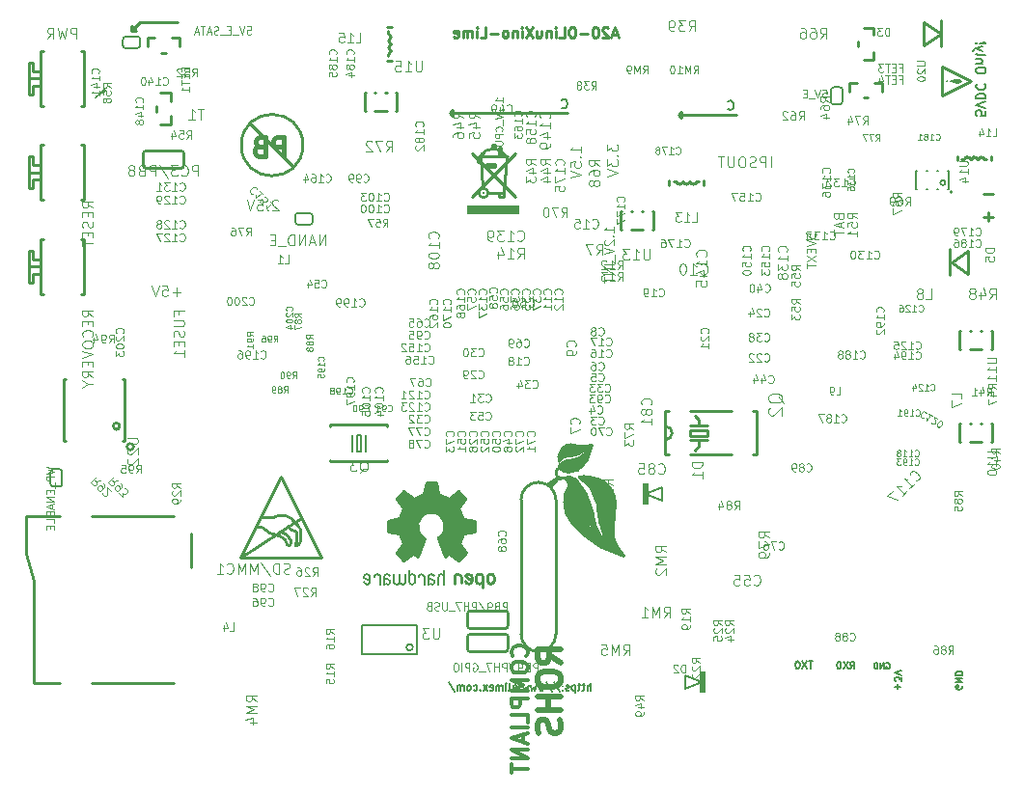
<source format=gbr>
%TF.GenerationSoftware,KiCad,Pcbnew,(6.0.1)*%
%TF.CreationDate,2022-06-22T14:46:02-03:00*%
%TF.ProjectId,A20-OLinuXino-Lime_Rev_I1,4132302d-4f4c-4696-9e75-58696e6f2d4c,rev?*%
%TF.SameCoordinates,Original*%
%TF.FileFunction,Legend,Bot*%
%TF.FilePolarity,Positive*%
%FSLAX46Y46*%
G04 Gerber Fmt 4.6, Leading zero omitted, Abs format (unit mm)*
G04 Created by KiCad (PCBNEW (6.0.1)) date 2022-06-22 14:46:02*
%MOMM*%
%LPD*%
G01*
G04 APERTURE LIST*
%ADD10C,0.203200*%
%ADD11C,0.254000*%
%ADD12C,0.127000*%
%ADD13C,0.162560*%
%ADD14C,0.228600*%
%ADD15C,0.152400*%
%ADD16C,0.048768*%
%ADD17C,0.081280*%
%ADD18C,0.065024*%
%ADD19C,0.508000*%
%ADD20C,0.355600*%
%ADD21C,0.093472*%
%ADD22C,0.406400*%
%ADD23C,0.199800*%
G04 APERTURE END LIST*
D10*
X110839100Y-82103600D02*
X111728100Y-81468600D01*
D11*
X162274100Y-83373600D02*
X162274100Y-83881600D01*
X152241100Y-83500600D02*
X141954100Y-83500600D01*
D10*
X111728100Y-81468600D02*
X111524900Y-81722600D01*
D11*
X162274100Y-83881600D02*
X162020100Y-83627600D01*
X142208100Y-83754600D02*
X141954100Y-83500600D01*
X141954100Y-83500600D02*
X142208100Y-83246600D01*
X114014100Y-76261600D02*
X114014100Y-75880600D01*
X167100100Y-83627600D02*
X162020100Y-83627600D01*
D10*
X111728100Y-81468600D02*
X111397900Y-81544800D01*
D11*
X142208100Y-83246600D02*
X142208100Y-83754600D01*
X114395100Y-76261600D02*
X114014100Y-76261600D01*
X118078100Y-75499600D02*
X114776100Y-75499600D01*
X114776100Y-75499600D02*
X114014100Y-76261600D01*
X114014100Y-75880600D02*
X114395100Y-76261600D01*
X162020100Y-83627600D02*
X162274100Y-83373600D01*
X189553095Y-92590171D02*
X188779000Y-92590171D01*
X189166047Y-92977219D02*
X189166047Y-92203123D01*
D12*
X180219502Y-131760600D02*
X180267883Y-131736409D01*
X180340454Y-131736409D01*
X180413026Y-131760600D01*
X180461407Y-131808980D01*
X180485597Y-131857361D01*
X180509788Y-131954123D01*
X180509788Y-132026695D01*
X180485597Y-132123457D01*
X180461407Y-132171838D01*
X180413026Y-132220219D01*
X180340454Y-132244409D01*
X180292073Y-132244409D01*
X180219502Y-132220219D01*
X180195311Y-132196028D01*
X180195311Y-132026695D01*
X180292073Y-132026695D01*
X179977597Y-132244409D02*
X179977597Y-131736409D01*
X179687311Y-132244409D01*
X179687311Y-131736409D01*
X179445407Y-132244409D02*
X179445407Y-131736409D01*
X179324454Y-131736409D01*
X179251883Y-131760600D01*
X179203502Y-131808980D01*
X179179311Y-131857361D01*
X179155121Y-131954123D01*
X179155121Y-132026695D01*
X179179311Y-132123457D01*
X179203502Y-132171838D01*
X179251883Y-132220219D01*
X179324454Y-132244409D01*
X179445407Y-132244409D01*
D11*
X189553095Y-90558171D02*
X188779000Y-90558171D01*
D10*
X151705039Y-83003485D02*
X151743743Y-83042190D01*
X151859858Y-83080895D01*
X151937267Y-83080895D01*
X152053381Y-83042190D01*
X152130791Y-82964780D01*
X152169496Y-82887371D01*
X152208200Y-82732552D01*
X152208200Y-82616438D01*
X152169496Y-82461619D01*
X152130791Y-82384209D01*
X152053381Y-82306800D01*
X151937267Y-82268095D01*
X151859858Y-82268095D01*
X151743743Y-82306800D01*
X151705039Y-82345504D01*
D13*
X173790508Y-131587396D02*
X173418942Y-131587396D01*
X173604725Y-132237636D02*
X173604725Y-131587396D01*
X173264123Y-131587396D02*
X172830630Y-132237636D01*
X172830630Y-131587396D02*
X173264123Y-132237636D01*
X172459064Y-131587396D02*
X172397136Y-131587396D01*
X172335209Y-131618360D01*
X172304245Y-131649323D01*
X172273281Y-131711251D01*
X172242317Y-131835106D01*
X172242317Y-131989925D01*
X172273281Y-132113780D01*
X172304245Y-132175708D01*
X172335209Y-132206672D01*
X172397136Y-132237636D01*
X172459064Y-132237636D01*
X172520992Y-132206672D01*
X172551956Y-132175708D01*
X172582919Y-132113780D01*
X172613883Y-131989925D01*
X172613883Y-131835106D01*
X172582919Y-131711251D01*
X172551956Y-131649323D01*
X172520992Y-131618360D01*
X172459064Y-131587396D01*
X154266616Y-134142636D02*
X154266616Y-133492396D01*
X153987942Y-134142636D02*
X153987942Y-133802034D01*
X154018906Y-133740106D01*
X154080834Y-133709142D01*
X154173725Y-133709142D01*
X154235653Y-133740106D01*
X154266616Y-133771070D01*
X153771196Y-133709142D02*
X153523485Y-133709142D01*
X153678304Y-133492396D02*
X153678304Y-134049744D01*
X153647340Y-134111672D01*
X153585413Y-134142636D01*
X153523485Y-134142636D01*
X153399630Y-133709142D02*
X153151919Y-133709142D01*
X153306738Y-133492396D02*
X153306738Y-134049744D01*
X153275775Y-134111672D01*
X153213847Y-134142636D01*
X153151919Y-134142636D01*
X152935173Y-133709142D02*
X152935173Y-134359382D01*
X152935173Y-133740106D02*
X152873245Y-133709142D01*
X152749390Y-133709142D01*
X152687462Y-133740106D01*
X152656498Y-133771070D01*
X152625535Y-133832998D01*
X152625535Y-134018780D01*
X152656498Y-134080708D01*
X152687462Y-134111672D01*
X152749390Y-134142636D01*
X152873245Y-134142636D01*
X152935173Y-134111672D01*
X152377824Y-134111672D02*
X152315896Y-134142636D01*
X152192041Y-134142636D01*
X152130114Y-134111672D01*
X152099150Y-134049744D01*
X152099150Y-134018780D01*
X152130114Y-133956853D01*
X152192041Y-133925889D01*
X152284933Y-133925889D01*
X152346860Y-133894925D01*
X152377824Y-133832998D01*
X152377824Y-133802034D01*
X152346860Y-133740106D01*
X152284933Y-133709142D01*
X152192041Y-133709142D01*
X152130114Y-133740106D01*
X151820476Y-134080708D02*
X151789512Y-134111672D01*
X151820476Y-134142636D01*
X151851439Y-134111672D01*
X151820476Y-134080708D01*
X151820476Y-134142636D01*
X151820476Y-133740106D02*
X151789512Y-133771070D01*
X151820476Y-133802034D01*
X151851439Y-133771070D01*
X151820476Y-133740106D01*
X151820476Y-133802034D01*
X151046380Y-133461432D02*
X151603729Y-134297455D01*
X150365176Y-133461432D02*
X150922525Y-134297455D01*
X150210357Y-133709142D02*
X150086502Y-134142636D01*
X149962647Y-133832998D01*
X149838792Y-134142636D01*
X149714936Y-133709142D01*
X149529154Y-133709142D02*
X149405298Y-134142636D01*
X149281443Y-133832998D01*
X149157588Y-134142636D01*
X149033733Y-133709142D01*
X148847950Y-133709142D02*
X148724095Y-134142636D01*
X148600239Y-133832998D01*
X148476384Y-134142636D01*
X148352529Y-133709142D01*
X148104818Y-134080708D02*
X148073855Y-134111672D01*
X148104818Y-134142636D01*
X148135782Y-134111672D01*
X148104818Y-134080708D01*
X148104818Y-134142636D01*
X147702289Y-134142636D02*
X147764216Y-134111672D01*
X147795180Y-134080708D01*
X147826144Y-134018780D01*
X147826144Y-133832998D01*
X147795180Y-133771070D01*
X147764216Y-133740106D01*
X147702289Y-133709142D01*
X147609397Y-133709142D01*
X147547470Y-133740106D01*
X147516506Y-133771070D01*
X147485542Y-133832998D01*
X147485542Y-134018780D01*
X147516506Y-134080708D01*
X147547470Y-134111672D01*
X147609397Y-134142636D01*
X147702289Y-134142636D01*
X147113976Y-134142636D02*
X147175904Y-134111672D01*
X147206868Y-134049744D01*
X147206868Y-133492396D01*
X146866266Y-134142636D02*
X146866266Y-133709142D01*
X146866266Y-133492396D02*
X146897230Y-133523360D01*
X146866266Y-133554323D01*
X146835302Y-133523360D01*
X146866266Y-133492396D01*
X146866266Y-133554323D01*
X146556628Y-134142636D02*
X146556628Y-133709142D01*
X146556628Y-133771070D02*
X146525664Y-133740106D01*
X146463736Y-133709142D01*
X146370845Y-133709142D01*
X146308917Y-133740106D01*
X146277954Y-133802034D01*
X146277954Y-134142636D01*
X146277954Y-133802034D02*
X146246990Y-133740106D01*
X146185062Y-133709142D01*
X146092171Y-133709142D01*
X146030243Y-133740106D01*
X145999279Y-133802034D01*
X145999279Y-134142636D01*
X145441931Y-134111672D02*
X145503858Y-134142636D01*
X145627714Y-134142636D01*
X145689641Y-134111672D01*
X145720605Y-134049744D01*
X145720605Y-133802034D01*
X145689641Y-133740106D01*
X145627714Y-133709142D01*
X145503858Y-133709142D01*
X145441931Y-133740106D01*
X145410967Y-133802034D01*
X145410967Y-133863961D01*
X145720605Y-133925889D01*
X145194220Y-134142636D02*
X144853618Y-133709142D01*
X145194220Y-133709142D02*
X144853618Y-134142636D01*
X144605908Y-134080708D02*
X144574944Y-134111672D01*
X144605908Y-134142636D01*
X144636872Y-134111672D01*
X144605908Y-134080708D01*
X144605908Y-134142636D01*
X144017596Y-134111672D02*
X144079523Y-134142636D01*
X144203378Y-134142636D01*
X144265306Y-134111672D01*
X144296270Y-134080708D01*
X144327234Y-134018780D01*
X144327234Y-133832998D01*
X144296270Y-133771070D01*
X144265306Y-133740106D01*
X144203378Y-133709142D01*
X144079523Y-133709142D01*
X144017596Y-133740106D01*
X143646030Y-134142636D02*
X143707957Y-134111672D01*
X143738921Y-134080708D01*
X143769885Y-134018780D01*
X143769885Y-133832998D01*
X143738921Y-133771070D01*
X143707957Y-133740106D01*
X143646030Y-133709142D01*
X143553138Y-133709142D01*
X143491211Y-133740106D01*
X143460247Y-133771070D01*
X143429283Y-133832998D01*
X143429283Y-134018780D01*
X143460247Y-134080708D01*
X143491211Y-134111672D01*
X143553138Y-134142636D01*
X143646030Y-134142636D01*
X143150609Y-134142636D02*
X143150609Y-133709142D01*
X143150609Y-133771070D02*
X143119645Y-133740106D01*
X143057717Y-133709142D01*
X142964826Y-133709142D01*
X142902898Y-133740106D01*
X142871935Y-133802034D01*
X142871935Y-134142636D01*
X142871935Y-133802034D02*
X142840971Y-133740106D01*
X142779043Y-133709142D01*
X142686152Y-133709142D01*
X142624224Y-133740106D01*
X142593260Y-133802034D01*
X142593260Y-134142636D01*
X141819165Y-133461432D02*
X142376514Y-134297455D01*
D10*
X166310039Y-83130485D02*
X166348743Y-83169190D01*
X166464858Y-83207895D01*
X166542267Y-83207895D01*
X166658381Y-83169190D01*
X166735791Y-83091780D01*
X166774496Y-83014371D01*
X166813200Y-82859552D01*
X166813200Y-82743438D01*
X166774496Y-82588619D01*
X166735791Y-82511209D01*
X166658381Y-82433800D01*
X166542267Y-82395095D01*
X166464858Y-82395095D01*
X166348743Y-82433800D01*
X166310039Y-82472504D01*
D14*
X156617338Y-76591800D02*
X156181910Y-76591800D01*
X156704424Y-76853057D02*
X156399624Y-75938657D01*
X156094824Y-76853057D01*
X155833567Y-76025742D02*
X155790024Y-75982200D01*
X155702938Y-75938657D01*
X155485224Y-75938657D01*
X155398138Y-75982200D01*
X155354595Y-76025742D01*
X155311052Y-76112828D01*
X155311052Y-76199914D01*
X155354595Y-76330542D01*
X155877110Y-76853057D01*
X155311052Y-76853057D01*
X154744995Y-75938657D02*
X154657909Y-75938657D01*
X154570824Y-75982200D01*
X154527281Y-76025742D01*
X154483738Y-76112828D01*
X154440195Y-76287000D01*
X154440195Y-76504714D01*
X154483738Y-76678885D01*
X154527281Y-76765971D01*
X154570824Y-76809514D01*
X154657909Y-76853057D01*
X154744995Y-76853057D01*
X154832081Y-76809514D01*
X154875624Y-76765971D01*
X154919167Y-76678885D01*
X154962709Y-76504714D01*
X154962709Y-76287000D01*
X154919167Y-76112828D01*
X154875624Y-76025742D01*
X154832081Y-75982200D01*
X154744995Y-75938657D01*
X154048309Y-76504714D02*
X153351624Y-76504714D01*
X152742024Y-75938657D02*
X152567852Y-75938657D01*
X152480767Y-75982200D01*
X152393681Y-76069285D01*
X152350138Y-76243457D01*
X152350138Y-76548257D01*
X152393681Y-76722428D01*
X152480767Y-76809514D01*
X152567852Y-76853057D01*
X152742024Y-76853057D01*
X152829109Y-76809514D01*
X152916195Y-76722428D01*
X152959738Y-76548257D01*
X152959738Y-76243457D01*
X152916195Y-76069285D01*
X152829109Y-75982200D01*
X152742024Y-75938657D01*
X151522824Y-76853057D02*
X151958252Y-76853057D01*
X151958252Y-75938657D01*
X151218024Y-76853057D02*
X151218024Y-76243457D01*
X151218024Y-75938657D02*
X151261567Y-75982200D01*
X151218024Y-76025742D01*
X151174481Y-75982200D01*
X151218024Y-75938657D01*
X151218024Y-76025742D01*
X150782595Y-76243457D02*
X150782595Y-76853057D01*
X150782595Y-76330542D02*
X150739052Y-76287000D01*
X150651967Y-76243457D01*
X150521338Y-76243457D01*
X150434252Y-76287000D01*
X150390710Y-76374085D01*
X150390710Y-76853057D01*
X149563395Y-76243457D02*
X149563395Y-76853057D01*
X149955281Y-76243457D02*
X149955281Y-76722428D01*
X149911738Y-76809514D01*
X149824652Y-76853057D01*
X149694024Y-76853057D01*
X149606938Y-76809514D01*
X149563395Y-76765971D01*
X149215052Y-75938657D02*
X148605452Y-76853057D01*
X148605452Y-75938657D02*
X149215052Y-76853057D01*
X148257110Y-76853057D02*
X148257110Y-76243457D01*
X148257110Y-75938657D02*
X148300652Y-75982200D01*
X148257110Y-76025742D01*
X148213567Y-75982200D01*
X148257110Y-75938657D01*
X148257110Y-76025742D01*
X147821681Y-76243457D02*
X147821681Y-76853057D01*
X147821681Y-76330542D02*
X147778138Y-76287000D01*
X147691052Y-76243457D01*
X147560424Y-76243457D01*
X147473338Y-76287000D01*
X147429795Y-76374085D01*
X147429795Y-76853057D01*
X146863738Y-76853057D02*
X146950824Y-76809514D01*
X146994367Y-76765971D01*
X147037910Y-76678885D01*
X147037910Y-76417628D01*
X146994367Y-76330542D01*
X146950824Y-76287000D01*
X146863738Y-76243457D01*
X146733110Y-76243457D01*
X146646024Y-76287000D01*
X146602481Y-76330542D01*
X146558938Y-76417628D01*
X146558938Y-76678885D01*
X146602481Y-76765971D01*
X146646024Y-76809514D01*
X146733110Y-76853057D01*
X146863738Y-76853057D01*
X146167052Y-76504714D02*
X145470367Y-76504714D01*
X144599510Y-76853057D02*
X145034938Y-76853057D01*
X145034938Y-75938657D01*
X144294710Y-76853057D02*
X144294710Y-76243457D01*
X144294710Y-75938657D02*
X144338252Y-75982200D01*
X144294710Y-76025742D01*
X144251167Y-75982200D01*
X144294710Y-75938657D01*
X144294710Y-76025742D01*
X143859281Y-76853057D02*
X143859281Y-76243457D01*
X143859281Y-76330542D02*
X143815738Y-76287000D01*
X143728652Y-76243457D01*
X143598024Y-76243457D01*
X143510938Y-76287000D01*
X143467395Y-76374085D01*
X143467395Y-76853057D01*
X143467395Y-76374085D02*
X143423852Y-76287000D01*
X143336767Y-76243457D01*
X143206138Y-76243457D01*
X143119052Y-76287000D01*
X143075510Y-76374085D01*
X143075510Y-76853057D01*
X142291738Y-76809514D02*
X142378824Y-76853057D01*
X142552995Y-76853057D01*
X142640081Y-76809514D01*
X142683624Y-76722428D01*
X142683624Y-76374085D01*
X142640081Y-76287000D01*
X142552995Y-76243457D01*
X142378824Y-76243457D01*
X142291738Y-76287000D01*
X142248195Y-76374085D01*
X142248195Y-76461171D01*
X142683624Y-76548257D01*
D15*
X177048554Y-132239571D02*
X177251754Y-131949285D01*
X177396897Y-132239571D02*
X177396897Y-131629971D01*
X177164668Y-131629971D01*
X177106611Y-131659000D01*
X177077582Y-131688028D01*
X177048554Y-131746085D01*
X177048554Y-131833171D01*
X177077582Y-131891228D01*
X177106611Y-131920257D01*
X177164668Y-131949285D01*
X177396897Y-131949285D01*
X176845354Y-131629971D02*
X176438954Y-132239571D01*
X176438954Y-131629971D02*
X176845354Y-132239571D01*
X176090611Y-131629971D02*
X176032554Y-131629971D01*
X175974497Y-131659000D01*
X175945468Y-131688028D01*
X175916440Y-131746085D01*
X175887411Y-131862200D01*
X175887411Y-132007342D01*
X175916440Y-132123457D01*
X175945468Y-132181514D01*
X175974497Y-132210542D01*
X176032554Y-132239571D01*
X176090611Y-132239571D01*
X176148668Y-132210542D01*
X176177697Y-132181514D01*
X176206725Y-132123457D01*
X176235754Y-132007342D01*
X176235754Y-131862200D01*
X176206725Y-131746085D01*
X176177697Y-131688028D01*
X176148668Y-131659000D01*
X176090611Y-131629971D01*
X186886700Y-133737082D02*
X186915728Y-133795140D01*
X186915728Y-133882225D01*
X186886700Y-133969311D01*
X186828642Y-134027368D01*
X186770585Y-134056397D01*
X186654471Y-134085425D01*
X186567385Y-134085425D01*
X186451271Y-134056397D01*
X186393214Y-134027368D01*
X186335157Y-133969311D01*
X186306128Y-133882225D01*
X186306128Y-133824168D01*
X186335157Y-133737082D01*
X186364185Y-133708054D01*
X186567385Y-133708054D01*
X186567385Y-133824168D01*
X186306128Y-133446797D02*
X186915728Y-133446797D01*
X186306128Y-133098454D01*
X186915728Y-133098454D01*
X186306128Y-132808168D02*
X186915728Y-132808168D01*
X186915728Y-132663025D01*
X186886700Y-132575940D01*
X186828642Y-132517882D01*
X186770585Y-132488854D01*
X186654471Y-132459825D01*
X186567385Y-132459825D01*
X186451271Y-132488854D01*
X186393214Y-132517882D01*
X186335157Y-132575940D01*
X186306128Y-132663025D01*
X186306128Y-132808168D01*
D10*
X188906604Y-83295948D02*
X188906604Y-83682996D01*
X188519557Y-83721700D01*
X188558261Y-83682996D01*
X188596966Y-83605586D01*
X188596966Y-83412062D01*
X188558261Y-83334653D01*
X188519557Y-83295948D01*
X188442147Y-83257243D01*
X188248623Y-83257243D01*
X188171214Y-83295948D01*
X188132509Y-83334653D01*
X188093804Y-83412062D01*
X188093804Y-83605586D01*
X188132509Y-83682996D01*
X188171214Y-83721700D01*
X188906604Y-83025015D02*
X188093804Y-82754081D01*
X188906604Y-82483148D01*
X188093804Y-82212215D02*
X188906604Y-82212215D01*
X188906604Y-82018691D01*
X188867900Y-81902577D01*
X188790490Y-81825167D01*
X188713080Y-81786462D01*
X188558261Y-81747758D01*
X188442147Y-81747758D01*
X188287328Y-81786462D01*
X188209919Y-81825167D01*
X188132509Y-81902577D01*
X188093804Y-82018691D01*
X188093804Y-82212215D01*
X188171214Y-80934958D02*
X188132509Y-80973662D01*
X188093804Y-81089777D01*
X188093804Y-81167186D01*
X188132509Y-81283300D01*
X188209919Y-81360710D01*
X188287328Y-81399415D01*
X188442147Y-81438120D01*
X188558261Y-81438120D01*
X188713080Y-81399415D01*
X188790490Y-81360710D01*
X188867900Y-81283300D01*
X188906604Y-81167186D01*
X188906604Y-81089777D01*
X188867900Y-80973662D01*
X188829195Y-80934958D01*
X188906604Y-79812520D02*
X188906604Y-79657700D01*
X188867900Y-79580291D01*
X188790490Y-79502881D01*
X188635671Y-79464177D01*
X188364738Y-79464177D01*
X188209919Y-79502881D01*
X188132509Y-79580291D01*
X188093804Y-79657700D01*
X188093804Y-79812520D01*
X188132509Y-79889929D01*
X188209919Y-79967339D01*
X188364738Y-80006043D01*
X188635671Y-80006043D01*
X188790490Y-79967339D01*
X188867900Y-79889929D01*
X188906604Y-79812520D01*
X188635671Y-79115834D02*
X188093804Y-79115834D01*
X188558261Y-79115834D02*
X188596966Y-79077129D01*
X188635671Y-78999720D01*
X188635671Y-78883605D01*
X188596966Y-78806196D01*
X188519557Y-78767491D01*
X188093804Y-78767491D01*
X188093804Y-78264329D02*
X188132509Y-78341739D01*
X188209919Y-78380443D01*
X188906604Y-78380443D01*
X188635671Y-78032100D02*
X188093804Y-77838577D01*
X188635671Y-77645053D02*
X188093804Y-77838577D01*
X187900280Y-77915986D01*
X187861576Y-77954691D01*
X187822871Y-78032100D01*
X188171214Y-77335415D02*
X188132509Y-77296710D01*
X188093804Y-77335415D01*
X188132509Y-77374120D01*
X188171214Y-77335415D01*
X188093804Y-77335415D01*
X188403442Y-77335415D02*
X188867900Y-77374120D01*
X188906604Y-77335415D01*
X188867900Y-77296710D01*
X188403442Y-77335415D01*
X188906604Y-77335415D01*
D15*
X181204357Y-134056397D02*
X181204357Y-133591940D01*
X180972128Y-133824168D02*
X181436585Y-133824168D01*
X181581728Y-133359711D02*
X181581728Y-132982340D01*
X181349500Y-133185540D01*
X181349500Y-133098454D01*
X181320471Y-133040397D01*
X181291442Y-133011368D01*
X181233385Y-132982340D01*
X181088242Y-132982340D01*
X181030185Y-133011368D01*
X181001157Y-133040397D01*
X180972128Y-133098454D01*
X180972128Y-133272625D01*
X181001157Y-133330682D01*
X181030185Y-133359711D01*
X181581728Y-132808168D02*
X180972128Y-132604968D01*
X181581728Y-132401768D01*
D16*
%TO.C,C156*%
X140075022Y-105408825D02*
X140108985Y-105442789D01*
X140210876Y-105476752D01*
X140278803Y-105476752D01*
X140380693Y-105442789D01*
X140448620Y-105374862D01*
X140482583Y-105306935D01*
X140516547Y-105171081D01*
X140516547Y-105069191D01*
X140482583Y-104933337D01*
X140448620Y-104865410D01*
X140380693Y-104797484D01*
X140278803Y-104763520D01*
X140210876Y-104763520D01*
X140108985Y-104797484D01*
X140075022Y-104831447D01*
X139395753Y-105476752D02*
X139803315Y-105476752D01*
X139599534Y-105476752D02*
X139599534Y-104763520D01*
X139667461Y-104865410D01*
X139735388Y-104933337D01*
X139803315Y-104967301D01*
X138750448Y-104763520D02*
X139090083Y-104763520D01*
X139124046Y-105103154D01*
X139090083Y-105069191D01*
X139022156Y-105035228D01*
X138852339Y-105035228D01*
X138784412Y-105069191D01*
X138750448Y-105103154D01*
X138716485Y-105171081D01*
X138716485Y-105340898D01*
X138750448Y-105408825D01*
X138784412Y-105442789D01*
X138852339Y-105476752D01*
X139022156Y-105476752D01*
X139090083Y-105442789D01*
X139124046Y-105408825D01*
X138105143Y-104763520D02*
X138240997Y-104763520D01*
X138308924Y-104797484D01*
X138342887Y-104831447D01*
X138410814Y-104933337D01*
X138444777Y-105069191D01*
X138444777Y-105340898D01*
X138410814Y-105408825D01*
X138376851Y-105442789D01*
X138308924Y-105476752D01*
X138173070Y-105476752D01*
X138105143Y-105442789D01*
X138071180Y-105408825D01*
X138037216Y-105340898D01*
X138037216Y-105171081D01*
X138071180Y-105103154D01*
X138105143Y-105069191D01*
X138173070Y-105035228D01*
X138308924Y-105035228D01*
X138376851Y-105069191D01*
X138410814Y-105103154D01*
X138444777Y-105171081D01*
D17*
%TO.C,C157*%
X168747326Y-91127857D02*
X168782160Y-91162691D01*
X168886663Y-91197525D01*
X168956332Y-91197525D01*
X169060834Y-91162691D01*
X169130503Y-91093022D01*
X169165337Y-91023354D01*
X169200172Y-90884017D01*
X169200172Y-90779514D01*
X169165337Y-90640177D01*
X169130503Y-90570508D01*
X169060834Y-90500840D01*
X168956332Y-90466005D01*
X168886663Y-90466005D01*
X168782160Y-90500840D01*
X168747326Y-90535674D01*
X168050640Y-91197525D02*
X168468652Y-91197525D01*
X168259646Y-91197525D02*
X168259646Y-90466005D01*
X168329314Y-90570508D01*
X168398983Y-90640177D01*
X168468652Y-90675011D01*
X167388789Y-90466005D02*
X167737132Y-90466005D01*
X167771966Y-90814348D01*
X167737132Y-90779514D01*
X167667463Y-90744680D01*
X167493292Y-90744680D01*
X167423623Y-90779514D01*
X167388789Y-90814348D01*
X167353954Y-90884017D01*
X167353954Y-91058188D01*
X167388789Y-91127857D01*
X167423623Y-91162691D01*
X167493292Y-91197525D01*
X167667463Y-91197525D01*
X167737132Y-91162691D01*
X167771966Y-91127857D01*
X167110114Y-90466005D02*
X166622434Y-90466005D01*
X166935943Y-91197525D01*
D16*
%TO.C,C12*%
X151733825Y-99349677D02*
X151767789Y-99315714D01*
X151801752Y-99213823D01*
X151801752Y-99145896D01*
X151767789Y-99044006D01*
X151699862Y-98976079D01*
X151631935Y-98942116D01*
X151496081Y-98908152D01*
X151394191Y-98908152D01*
X151258337Y-98942116D01*
X151190410Y-98976079D01*
X151122484Y-99044006D01*
X151088520Y-99145896D01*
X151088520Y-99213823D01*
X151122484Y-99315714D01*
X151156447Y-99349677D01*
X151801752Y-100028946D02*
X151801752Y-99621384D01*
X151801752Y-99825165D02*
X151088520Y-99825165D01*
X151190410Y-99757238D01*
X151258337Y-99689311D01*
X151292301Y-99621384D01*
X151156447Y-100300653D02*
X151122484Y-100334616D01*
X151088520Y-100402543D01*
X151088520Y-100572360D01*
X151122484Y-100640287D01*
X151156447Y-100674251D01*
X151224374Y-100708214D01*
X151292301Y-100708214D01*
X151394191Y-100674251D01*
X151801752Y-100266690D01*
X151801752Y-100708214D01*
%TO.C,C30*%
X144456522Y-104773825D02*
X144490485Y-104807789D01*
X144592376Y-104841752D01*
X144660303Y-104841752D01*
X144762193Y-104807789D01*
X144830120Y-104739862D01*
X144864083Y-104671935D01*
X144898047Y-104536081D01*
X144898047Y-104434191D01*
X144864083Y-104298337D01*
X144830120Y-104230410D01*
X144762193Y-104162484D01*
X144660303Y-104128520D01*
X144592376Y-104128520D01*
X144490485Y-104162484D01*
X144456522Y-104196447D01*
X144218778Y-104128520D02*
X143777253Y-104128520D01*
X144014997Y-104400228D01*
X143913107Y-104400228D01*
X143845180Y-104434191D01*
X143811217Y-104468154D01*
X143777253Y-104536081D01*
X143777253Y-104705898D01*
X143811217Y-104773825D01*
X143845180Y-104807789D01*
X143913107Y-104841752D01*
X144116888Y-104841752D01*
X144184815Y-104807789D01*
X144218778Y-104773825D01*
X143335729Y-104128520D02*
X143267802Y-104128520D01*
X143199875Y-104162484D01*
X143165912Y-104196447D01*
X143131948Y-104264374D01*
X143097985Y-104400228D01*
X143097985Y-104570045D01*
X143131948Y-104705898D01*
X143165912Y-104773825D01*
X143199875Y-104807789D01*
X143267802Y-104841752D01*
X143335729Y-104841752D01*
X143403656Y-104807789D01*
X143437619Y-104773825D01*
X143471583Y-104705898D01*
X143505546Y-104570045D01*
X143505546Y-104400228D01*
X143471583Y-104264374D01*
X143437619Y-104196447D01*
X143403656Y-104162484D01*
X143335729Y-104128520D01*
%TO.C,C93*%
X155545190Y-108837825D02*
X155579153Y-108871789D01*
X155681043Y-108905752D01*
X155748970Y-108905752D01*
X155850860Y-108871789D01*
X155918787Y-108803862D01*
X155952751Y-108735935D01*
X155986714Y-108600081D01*
X155986714Y-108498191D01*
X155952751Y-108362337D01*
X155918787Y-108294410D01*
X155850860Y-108226484D01*
X155748970Y-108192520D01*
X155681043Y-108192520D01*
X155579153Y-108226484D01*
X155545190Y-108260447D01*
X155205555Y-108905752D02*
X155069702Y-108905752D01*
X155001775Y-108871789D01*
X154967811Y-108837825D01*
X154899884Y-108735935D01*
X154865921Y-108600081D01*
X154865921Y-108328374D01*
X154899884Y-108260447D01*
X154933848Y-108226484D01*
X155001775Y-108192520D01*
X155137628Y-108192520D01*
X155205555Y-108226484D01*
X155239519Y-108260447D01*
X155273482Y-108328374D01*
X155273482Y-108498191D01*
X155239519Y-108566118D01*
X155205555Y-108600081D01*
X155137628Y-108634045D01*
X155001775Y-108634045D01*
X154933848Y-108600081D01*
X154899884Y-108566118D01*
X154865921Y-108498191D01*
X154628177Y-108192520D02*
X154186652Y-108192520D01*
X154424396Y-108464228D01*
X154322506Y-108464228D01*
X154254579Y-108498191D01*
X154220616Y-108532154D01*
X154186652Y-108600081D01*
X154186652Y-108769898D01*
X154220616Y-108837825D01*
X154254579Y-108871789D01*
X154322506Y-108905752D01*
X154526287Y-108905752D01*
X154594214Y-108871789D01*
X154628177Y-108837825D01*
%TO.C,R87*%
X128866809Y-101378824D02*
X128599746Y-101191880D01*
X128866809Y-101058348D02*
X128305977Y-101058348D01*
X128305977Y-101271999D01*
X128332684Y-101325411D01*
X128359390Y-101352117D01*
X128412802Y-101378824D01*
X128492921Y-101378824D01*
X128546334Y-101352117D01*
X128573040Y-101325411D01*
X128599746Y-101271999D01*
X128599746Y-101058348D01*
X128546334Y-101699299D02*
X128519628Y-101645887D01*
X128492921Y-101619180D01*
X128439509Y-101592474D01*
X128412802Y-101592474D01*
X128359390Y-101619180D01*
X128332684Y-101645887D01*
X128305977Y-101699299D01*
X128305977Y-101806124D01*
X128332684Y-101859537D01*
X128359390Y-101886243D01*
X128412802Y-101912949D01*
X128439509Y-101912949D01*
X128492921Y-101886243D01*
X128519628Y-101859537D01*
X128546334Y-101806124D01*
X128546334Y-101699299D01*
X128573040Y-101645887D01*
X128599746Y-101619180D01*
X128653159Y-101592474D01*
X128759984Y-101592474D01*
X128813397Y-101619180D01*
X128840103Y-101645887D01*
X128866809Y-101699299D01*
X128866809Y-101806124D01*
X128840103Y-101859537D01*
X128813397Y-101886243D01*
X128759984Y-101912949D01*
X128653159Y-101912949D01*
X128599746Y-101886243D01*
X128573040Y-101859537D01*
X128546334Y-101806124D01*
X128305977Y-102099893D02*
X128305977Y-102473781D01*
X128866809Y-102233425D01*
D17*
%TO.C,R70*%
X151704337Y-92576987D02*
X151982044Y-92180263D01*
X152180406Y-92576987D02*
X152180406Y-91743867D01*
X151863027Y-91743867D01*
X151783682Y-91783540D01*
X151744009Y-91823212D01*
X151704337Y-91902557D01*
X151704337Y-92021574D01*
X151744009Y-92100919D01*
X151783682Y-92140591D01*
X151863027Y-92180263D01*
X152180406Y-92180263D01*
X151426630Y-91743867D02*
X150871217Y-91743867D01*
X151228268Y-92576987D01*
X150395148Y-91743867D02*
X150315804Y-91743867D01*
X150236459Y-91783540D01*
X150196787Y-91823212D01*
X150157114Y-91902557D01*
X150117442Y-92061246D01*
X150117442Y-92259608D01*
X150157114Y-92418298D01*
X150196787Y-92497642D01*
X150236459Y-92537315D01*
X150315804Y-92576987D01*
X150395148Y-92576987D01*
X150474493Y-92537315D01*
X150514166Y-92497642D01*
X150553838Y-92418298D01*
X150593510Y-92259608D01*
X150593510Y-92061246D01*
X150553838Y-91902557D01*
X150514166Y-91823212D01*
X150474493Y-91783540D01*
X150395148Y-91743867D01*
D16*
%TO.C,C67*%
X139821022Y-107377325D02*
X139854985Y-107411289D01*
X139956876Y-107445252D01*
X140024803Y-107445252D01*
X140126693Y-107411289D01*
X140194620Y-107343362D01*
X140228583Y-107275435D01*
X140262547Y-107139581D01*
X140262547Y-107037691D01*
X140228583Y-106901837D01*
X140194620Y-106833910D01*
X140126693Y-106765984D01*
X140024803Y-106732020D01*
X139956876Y-106732020D01*
X139854985Y-106765984D01*
X139821022Y-106799947D01*
X139209680Y-106732020D02*
X139345534Y-106732020D01*
X139413461Y-106765984D01*
X139447424Y-106799947D01*
X139515351Y-106901837D01*
X139549315Y-107037691D01*
X139549315Y-107309398D01*
X139515351Y-107377325D01*
X139481388Y-107411289D01*
X139413461Y-107445252D01*
X139277607Y-107445252D01*
X139209680Y-107411289D01*
X139175717Y-107377325D01*
X139141753Y-107309398D01*
X139141753Y-107139581D01*
X139175717Y-107071654D01*
X139209680Y-107037691D01*
X139277607Y-107003728D01*
X139413461Y-107003728D01*
X139481388Y-107037691D01*
X139515351Y-107071654D01*
X139549315Y-107139581D01*
X138904009Y-106732020D02*
X138428521Y-106732020D01*
X138734192Y-107445252D01*
%TO.C,C73*%
X142208825Y-111819509D02*
X142242789Y-111785546D01*
X142276752Y-111683656D01*
X142276752Y-111615729D01*
X142242789Y-111513839D01*
X142174862Y-111445912D01*
X142106935Y-111411948D01*
X141971081Y-111377985D01*
X141869191Y-111377985D01*
X141733337Y-111411948D01*
X141665410Y-111445912D01*
X141597484Y-111513839D01*
X141563520Y-111615729D01*
X141563520Y-111683656D01*
X141597484Y-111785546D01*
X141631447Y-111819509D01*
X141563520Y-112057253D02*
X141563520Y-112532741D01*
X142276752Y-112227071D01*
X141563520Y-112736522D02*
X141563520Y-113178047D01*
X141835228Y-112940303D01*
X141835228Y-113042193D01*
X141869191Y-113110120D01*
X141903154Y-113144083D01*
X141971081Y-113178047D01*
X142140898Y-113178047D01*
X142208825Y-113144083D01*
X142242789Y-113110120D01*
X142276752Y-113042193D01*
X142276752Y-112838412D01*
X142242789Y-112770485D01*
X142208825Y-112736522D01*
%TO.C,C38*%
X169515190Y-103440325D02*
X169549153Y-103474289D01*
X169651043Y-103508252D01*
X169718970Y-103508252D01*
X169820860Y-103474289D01*
X169888787Y-103406362D01*
X169922751Y-103338435D01*
X169956714Y-103202581D01*
X169956714Y-103100691D01*
X169922751Y-102964837D01*
X169888787Y-102896910D01*
X169820860Y-102828984D01*
X169718970Y-102795020D01*
X169651043Y-102795020D01*
X169549153Y-102828984D01*
X169515190Y-102862947D01*
X169277446Y-102795020D02*
X168835921Y-102795020D01*
X169073665Y-103066728D01*
X168971775Y-103066728D01*
X168903848Y-103100691D01*
X168869884Y-103134654D01*
X168835921Y-103202581D01*
X168835921Y-103372398D01*
X168869884Y-103440325D01*
X168903848Y-103474289D01*
X168971775Y-103508252D01*
X169175555Y-103508252D01*
X169243482Y-103474289D01*
X169277446Y-103440325D01*
X168428360Y-103100691D02*
X168496287Y-103066728D01*
X168530250Y-103032764D01*
X168564214Y-102964837D01*
X168564214Y-102930874D01*
X168530250Y-102862947D01*
X168496287Y-102828984D01*
X168428360Y-102795020D01*
X168292506Y-102795020D01*
X168224579Y-102828984D01*
X168190616Y-102862947D01*
X168156652Y-102930874D01*
X168156652Y-102964837D01*
X168190616Y-103032764D01*
X168224579Y-103066728D01*
X168292506Y-103100691D01*
X168428360Y-103100691D01*
X168496287Y-103134654D01*
X168530250Y-103168618D01*
X168564214Y-103236545D01*
X168564214Y-103372398D01*
X168530250Y-103440325D01*
X168496287Y-103474289D01*
X168428360Y-103508252D01*
X168292506Y-103508252D01*
X168224579Y-103474289D01*
X168190616Y-103440325D01*
X168156652Y-103372398D01*
X168156652Y-103236545D01*
X168190616Y-103168618D01*
X168224579Y-103134654D01*
X168292506Y-103100691D01*
%TO.C,C128*%
X118251458Y-93534325D02*
X118285422Y-93568289D01*
X118387312Y-93602252D01*
X118455239Y-93602252D01*
X118557129Y-93568289D01*
X118625056Y-93500362D01*
X118659019Y-93432435D01*
X118692983Y-93296581D01*
X118692983Y-93194691D01*
X118659019Y-93058837D01*
X118625056Y-92990910D01*
X118557129Y-92922984D01*
X118455239Y-92889020D01*
X118387312Y-92889020D01*
X118285422Y-92922984D01*
X118251458Y-92956947D01*
X117572190Y-93602252D02*
X117979751Y-93602252D01*
X117775970Y-93602252D02*
X117775970Y-92889020D01*
X117843897Y-92990910D01*
X117911824Y-93058837D01*
X117979751Y-93092801D01*
X117300482Y-92956947D02*
X117266519Y-92922984D01*
X117198592Y-92889020D01*
X117028775Y-92889020D01*
X116960848Y-92922984D01*
X116926884Y-92956947D01*
X116892921Y-93024874D01*
X116892921Y-93092801D01*
X116926884Y-93194691D01*
X117334446Y-93602252D01*
X116892921Y-93602252D01*
X116485360Y-93194691D02*
X116553287Y-93160728D01*
X116587250Y-93126764D01*
X116621214Y-93058837D01*
X116621214Y-93024874D01*
X116587250Y-92956947D01*
X116553287Y-92922984D01*
X116485360Y-92889020D01*
X116349506Y-92889020D01*
X116281579Y-92922984D01*
X116247616Y-92956947D01*
X116213652Y-93024874D01*
X116213652Y-93058837D01*
X116247616Y-93126764D01*
X116281579Y-93160728D01*
X116349506Y-93194691D01*
X116485360Y-93194691D01*
X116553287Y-93228654D01*
X116587250Y-93262618D01*
X116621214Y-93330545D01*
X116621214Y-93466398D01*
X116587250Y-93534325D01*
X116553287Y-93568289D01*
X116485360Y-93602252D01*
X116349506Y-93602252D01*
X116281579Y-93568289D01*
X116247616Y-93534325D01*
X116213652Y-93466398D01*
X116213652Y-93330545D01*
X116247616Y-93262618D01*
X116281579Y-93228654D01*
X116349506Y-93194691D01*
D17*
%TO.C,C130*%
X179161326Y-96207857D02*
X179196160Y-96242691D01*
X179300663Y-96277525D01*
X179370332Y-96277525D01*
X179474834Y-96242691D01*
X179544503Y-96173022D01*
X179579337Y-96103354D01*
X179614172Y-95964017D01*
X179614172Y-95859514D01*
X179579337Y-95720177D01*
X179544503Y-95650508D01*
X179474834Y-95580840D01*
X179370332Y-95546005D01*
X179300663Y-95546005D01*
X179196160Y-95580840D01*
X179161326Y-95615674D01*
X178464640Y-96277525D02*
X178882652Y-96277525D01*
X178673646Y-96277525D02*
X178673646Y-95546005D01*
X178743314Y-95650508D01*
X178812983Y-95720177D01*
X178882652Y-95755011D01*
X178220800Y-95546005D02*
X177767954Y-95546005D01*
X178011794Y-95824680D01*
X177907292Y-95824680D01*
X177837623Y-95859514D01*
X177802789Y-95894348D01*
X177767954Y-95964017D01*
X177767954Y-96138188D01*
X177802789Y-96207857D01*
X177837623Y-96242691D01*
X177907292Y-96277525D01*
X178116297Y-96277525D01*
X178185966Y-96242691D01*
X178220800Y-96207857D01*
X177315109Y-95546005D02*
X177245440Y-95546005D01*
X177175772Y-95580840D01*
X177140937Y-95615674D01*
X177106103Y-95685342D01*
X177071269Y-95824680D01*
X177071269Y-95998851D01*
X177106103Y-96138188D01*
X177140937Y-96207857D01*
X177175772Y-96242691D01*
X177245440Y-96277525D01*
X177315109Y-96277525D01*
X177384777Y-96242691D01*
X177419612Y-96207857D01*
X177454446Y-96138188D01*
X177489280Y-95998851D01*
X177489280Y-95824680D01*
X177454446Y-95685342D01*
X177419612Y-95615674D01*
X177384777Y-95580840D01*
X177315109Y-95546005D01*
D18*
%TO.C,Q3*%
X134020910Y-115009372D02*
X134111479Y-114964088D01*
X134202049Y-114873518D01*
X134337902Y-114737665D01*
X134428471Y-114692380D01*
X134519041Y-114692380D01*
X134473756Y-114918803D02*
X134564325Y-114873518D01*
X134654894Y-114782949D01*
X134700179Y-114601811D01*
X134700179Y-114284819D01*
X134654894Y-114103681D01*
X134564325Y-114013112D01*
X134473756Y-113967827D01*
X134292618Y-113967827D01*
X134202049Y-114013112D01*
X134111479Y-114103681D01*
X134066195Y-114284819D01*
X134066195Y-114601811D01*
X134111479Y-114782949D01*
X134202049Y-114873518D01*
X134292618Y-114918803D01*
X134473756Y-114918803D01*
X133749203Y-113967827D02*
X133160503Y-113967827D01*
X133477495Y-114330104D01*
X133341642Y-114330104D01*
X133251073Y-114375388D01*
X133205788Y-114420673D01*
X133160503Y-114511242D01*
X133160503Y-114737665D01*
X133205788Y-114828234D01*
X133251073Y-114873518D01*
X133341642Y-114918803D01*
X133613349Y-114918803D01*
X133703918Y-114873518D01*
X133749203Y-114828234D01*
D17*
%TO.C,C194*%
X182815708Y-105016214D02*
X182848124Y-105048629D01*
X182945369Y-105081044D01*
X183010200Y-105081044D01*
X183107446Y-105048629D01*
X183172276Y-104983799D01*
X183204691Y-104918968D01*
X183237107Y-104789307D01*
X183237107Y-104692061D01*
X183204691Y-104562400D01*
X183172276Y-104497570D01*
X183107446Y-104432740D01*
X183010200Y-104400324D01*
X182945369Y-104400324D01*
X182848124Y-104432740D01*
X182815708Y-104465155D01*
X182167404Y-105081044D02*
X182556387Y-105081044D01*
X182361895Y-105081044D02*
X182361895Y-104400324D01*
X182426726Y-104497570D01*
X182491556Y-104562400D01*
X182556387Y-104594816D01*
X181843251Y-105081044D02*
X181713590Y-105081044D01*
X181648760Y-105048629D01*
X181616345Y-105016214D01*
X181551514Y-104918968D01*
X181519099Y-104789307D01*
X181519099Y-104529985D01*
X181551514Y-104465155D01*
X181583929Y-104432740D01*
X181648760Y-104400324D01*
X181778421Y-104400324D01*
X181843251Y-104432740D01*
X181875667Y-104465155D01*
X181908082Y-104529985D01*
X181908082Y-104692061D01*
X181875667Y-104756892D01*
X181843251Y-104789307D01*
X181778421Y-104821722D01*
X181648760Y-104821722D01*
X181583929Y-104789307D01*
X181551514Y-104756892D01*
X181519099Y-104692061D01*
X180935625Y-104627231D02*
X180935625Y-105081044D01*
X181097701Y-104367909D02*
X181259777Y-104854138D01*
X180838379Y-104854138D01*
%TO.C,RM1*%
X160702589Y-127738449D02*
X161014163Y-127293344D01*
X161236715Y-127738449D02*
X161236715Y-126803729D01*
X160880631Y-126803729D01*
X160791610Y-126848240D01*
X160747100Y-126892750D01*
X160702589Y-126981771D01*
X160702589Y-127115302D01*
X160747100Y-127204323D01*
X160791610Y-127248834D01*
X160880631Y-127293344D01*
X161236715Y-127293344D01*
X160301995Y-127738449D02*
X160301995Y-126803729D01*
X159990422Y-127471386D01*
X159678848Y-126803729D01*
X159678848Y-127738449D01*
X158744128Y-127738449D02*
X159278254Y-127738449D01*
X159011191Y-127738449D02*
X159011191Y-126803729D01*
X159100212Y-126937260D01*
X159189233Y-127026281D01*
X159278254Y-127070792D01*
%TO.C,U10*%
X189073277Y-113209746D02*
X189727145Y-113209746D01*
X189804071Y-113248209D01*
X189842534Y-113286672D01*
X189880997Y-113363597D01*
X189880997Y-113517449D01*
X189842534Y-113594374D01*
X189804071Y-113632837D01*
X189727145Y-113671300D01*
X189073277Y-113671300D01*
X189880997Y-114479020D02*
X189880997Y-114017466D01*
X189880997Y-114248243D02*
X189073277Y-114248243D01*
X189188665Y-114171317D01*
X189265591Y-114094392D01*
X189304054Y-114017466D01*
X189073277Y-114979037D02*
X189073277Y-115055963D01*
X189111740Y-115132889D01*
X189150202Y-115171352D01*
X189227128Y-115209814D01*
X189380980Y-115248277D01*
X189573294Y-115248277D01*
X189727145Y-115209814D01*
X189804071Y-115171352D01*
X189842534Y-115132889D01*
X189880997Y-115055963D01*
X189880997Y-114979037D01*
X189842534Y-114902112D01*
X189804071Y-114863649D01*
X189727145Y-114825186D01*
X189573294Y-114786723D01*
X189380980Y-114786723D01*
X189227128Y-114825186D01*
X189150202Y-114863649D01*
X189111740Y-114902112D01*
X189073277Y-114979037D01*
%TO.C,C125*%
X182815708Y-104127214D02*
X182848124Y-104159629D01*
X182945369Y-104192044D01*
X183010200Y-104192044D01*
X183107446Y-104159629D01*
X183172276Y-104094799D01*
X183204691Y-104029968D01*
X183237107Y-103900307D01*
X183237107Y-103803061D01*
X183204691Y-103673400D01*
X183172276Y-103608570D01*
X183107446Y-103543740D01*
X183010200Y-103511324D01*
X182945369Y-103511324D01*
X182848124Y-103543740D01*
X182815708Y-103576155D01*
X182167404Y-104192044D02*
X182556387Y-104192044D01*
X182361895Y-104192044D02*
X182361895Y-103511324D01*
X182426726Y-103608570D01*
X182491556Y-103673400D01*
X182556387Y-103705816D01*
X181908082Y-103576155D02*
X181875667Y-103543740D01*
X181810836Y-103511324D01*
X181648760Y-103511324D01*
X181583929Y-103543740D01*
X181551514Y-103576155D01*
X181519099Y-103640985D01*
X181519099Y-103705816D01*
X181551514Y-103803061D01*
X181940497Y-104192044D01*
X181519099Y-104192044D01*
X180903209Y-103511324D02*
X181227362Y-103511324D01*
X181259777Y-103835477D01*
X181227362Y-103803061D01*
X181162531Y-103770646D01*
X181000455Y-103770646D01*
X180935625Y-103803061D01*
X180903209Y-103835477D01*
X180870794Y-103900307D01*
X180870794Y-104062383D01*
X180903209Y-104127214D01*
X180935625Y-104159629D01*
X181000455Y-104192044D01*
X181162531Y-104192044D01*
X181227362Y-104159629D01*
X181259777Y-104127214D01*
%TO.C,U15*%
X139464029Y-78924729D02*
X139464029Y-79681407D01*
X139419518Y-79770428D01*
X139375008Y-79814939D01*
X139285987Y-79859449D01*
X139107945Y-79859449D01*
X139018924Y-79814939D01*
X138974413Y-79770428D01*
X138929903Y-79681407D01*
X138929903Y-78924729D01*
X137995183Y-79859449D02*
X138529309Y-79859449D01*
X138262246Y-79859449D02*
X138262246Y-78924729D01*
X138351267Y-79058260D01*
X138440288Y-79147281D01*
X138529309Y-79191792D01*
X137149484Y-78924729D02*
X137594589Y-78924729D01*
X137639099Y-79369834D01*
X137594589Y-79325323D01*
X137505568Y-79280813D01*
X137283015Y-79280813D01*
X137193994Y-79325323D01*
X137149484Y-79369834D01*
X137104973Y-79458855D01*
X137104973Y-79681407D01*
X137149484Y-79770428D01*
X137193994Y-79814939D01*
X137283015Y-79859449D01*
X137505568Y-79859449D01*
X137594589Y-79814939D01*
X137639099Y-79770428D01*
%TO.C,C177*%
X157183214Y-91216491D02*
X157215629Y-91184075D01*
X157248044Y-91086830D01*
X157248044Y-91021999D01*
X157215629Y-90924753D01*
X157150799Y-90859923D01*
X157085968Y-90827508D01*
X156956307Y-90795092D01*
X156859061Y-90795092D01*
X156729400Y-90827508D01*
X156664570Y-90859923D01*
X156599740Y-90924753D01*
X156567324Y-91021999D01*
X156567324Y-91086830D01*
X156599740Y-91184075D01*
X156632155Y-91216491D01*
X157248044Y-91864795D02*
X157248044Y-91475812D01*
X157248044Y-91670304D02*
X156567324Y-91670304D01*
X156664570Y-91605473D01*
X156729400Y-91540643D01*
X156761816Y-91475812D01*
X156567324Y-92091702D02*
X156567324Y-92545515D01*
X157248044Y-92253778D01*
X156567324Y-92740007D02*
X156567324Y-93193820D01*
X157248044Y-92902083D01*
D16*
%TO.C,C123*%
X139694022Y-109536325D02*
X139727985Y-109570289D01*
X139829876Y-109604252D01*
X139897803Y-109604252D01*
X139999693Y-109570289D01*
X140067620Y-109502362D01*
X140101583Y-109434435D01*
X140135547Y-109298581D01*
X140135547Y-109196691D01*
X140101583Y-109060837D01*
X140067620Y-108992910D01*
X139999693Y-108924984D01*
X139897803Y-108891020D01*
X139829876Y-108891020D01*
X139727985Y-108924984D01*
X139694022Y-108958947D01*
X139014753Y-109604252D02*
X139422315Y-109604252D01*
X139218534Y-109604252D02*
X139218534Y-108891020D01*
X139286461Y-108992910D01*
X139354388Y-109060837D01*
X139422315Y-109094801D01*
X138743046Y-108958947D02*
X138709083Y-108924984D01*
X138641156Y-108891020D01*
X138471339Y-108891020D01*
X138403412Y-108924984D01*
X138369448Y-108958947D01*
X138335485Y-109026874D01*
X138335485Y-109094801D01*
X138369448Y-109196691D01*
X138777009Y-109604252D01*
X138335485Y-109604252D01*
X138097741Y-108891020D02*
X137656216Y-108891020D01*
X137893960Y-109162728D01*
X137792070Y-109162728D01*
X137724143Y-109196691D01*
X137690180Y-109230654D01*
X137656216Y-109298581D01*
X137656216Y-109468398D01*
X137690180Y-109536325D01*
X137724143Y-109570289D01*
X137792070Y-109604252D01*
X137995851Y-109604252D01*
X138063777Y-109570289D01*
X138097741Y-109536325D01*
%TO.C,C70*%
X155672190Y-111695325D02*
X155706153Y-111729289D01*
X155808043Y-111763252D01*
X155875970Y-111763252D01*
X155977860Y-111729289D01*
X156045787Y-111661362D01*
X156079751Y-111593435D01*
X156113714Y-111457581D01*
X156113714Y-111355691D01*
X156079751Y-111219837D01*
X156045787Y-111151910D01*
X155977860Y-111083984D01*
X155875970Y-111050020D01*
X155808043Y-111050020D01*
X155706153Y-111083984D01*
X155672190Y-111117947D01*
X155434446Y-111050020D02*
X154958958Y-111050020D01*
X155264628Y-111763252D01*
X154551396Y-111050020D02*
X154483470Y-111050020D01*
X154415543Y-111083984D01*
X154381579Y-111117947D01*
X154347616Y-111185874D01*
X154313652Y-111321728D01*
X154313652Y-111491545D01*
X154347616Y-111627398D01*
X154381579Y-111695325D01*
X154415543Y-111729289D01*
X154483470Y-111763252D01*
X154551396Y-111763252D01*
X154619323Y-111729289D01*
X154653287Y-111695325D01*
X154687250Y-111627398D01*
X154721214Y-111491545D01*
X154721214Y-111321728D01*
X154687250Y-111185874D01*
X154653287Y-111117947D01*
X154619323Y-111083984D01*
X154551396Y-111050020D01*
D17*
%TO.C,BAT*%
X176032191Y-92589300D02*
X176071863Y-92708317D01*
X176111536Y-92747990D01*
X176190880Y-92787662D01*
X176309898Y-92787662D01*
X176389242Y-92747990D01*
X176428915Y-92708317D01*
X176468587Y-92628972D01*
X176468587Y-92311593D01*
X175635467Y-92311593D01*
X175635467Y-92589300D01*
X175675140Y-92668645D01*
X175714812Y-92708317D01*
X175794157Y-92747990D01*
X175873501Y-92747990D01*
X175952846Y-92708317D01*
X175992519Y-92668645D01*
X176032191Y-92589300D01*
X176032191Y-92311593D01*
X176230553Y-93105041D02*
X176230553Y-93501765D01*
X176468587Y-93025696D02*
X175635467Y-93303403D01*
X176468587Y-93581110D01*
X175635467Y-93739799D02*
X175635467Y-94215868D01*
X176468587Y-93977833D02*
X175635467Y-93977833D01*
D16*
%TO.C,R96*%
X126482393Y-103566309D02*
X126669337Y-103299246D01*
X126802869Y-103566309D02*
X126802869Y-103005477D01*
X126589219Y-103005477D01*
X126535806Y-103032184D01*
X126509100Y-103058890D01*
X126482393Y-103112302D01*
X126482393Y-103192421D01*
X126509100Y-103245834D01*
X126535806Y-103272540D01*
X126589219Y-103299246D01*
X126802869Y-103299246D01*
X126215331Y-103566309D02*
X126108505Y-103566309D01*
X126055093Y-103539603D01*
X126028387Y-103512897D01*
X125974974Y-103432778D01*
X125948268Y-103325953D01*
X125948268Y-103112302D01*
X125974974Y-103058890D01*
X126001680Y-103032184D01*
X126055093Y-103005477D01*
X126161918Y-103005477D01*
X126215331Y-103032184D01*
X126242037Y-103058890D01*
X126268743Y-103112302D01*
X126268743Y-103245834D01*
X126242037Y-103299246D01*
X126215331Y-103325953D01*
X126161918Y-103352659D01*
X126055093Y-103352659D01*
X126001680Y-103325953D01*
X125974974Y-103299246D01*
X125948268Y-103245834D01*
X125467555Y-103005477D02*
X125574380Y-103005477D01*
X125627792Y-103032184D01*
X125654499Y-103058890D01*
X125707911Y-103139009D01*
X125734617Y-103245834D01*
X125734617Y-103459484D01*
X125707911Y-103512897D01*
X125681205Y-103539603D01*
X125627792Y-103566309D01*
X125520967Y-103566309D01*
X125467555Y-103539603D01*
X125440848Y-103512897D01*
X125414142Y-103459484D01*
X125414142Y-103325953D01*
X125440848Y-103272540D01*
X125467555Y-103245834D01*
X125520967Y-103219128D01*
X125627792Y-103219128D01*
X125681205Y-103245834D01*
X125707911Y-103272540D01*
X125734617Y-103325953D01*
D17*
%TO.C,U20*%
X182919824Y-78933099D02*
X183470883Y-78933099D01*
X183535714Y-78965514D01*
X183568129Y-78997929D01*
X183600544Y-79062760D01*
X183600544Y-79192421D01*
X183568129Y-79257251D01*
X183535714Y-79289667D01*
X183470883Y-79322082D01*
X182919824Y-79322082D01*
X182984655Y-79613819D02*
X182952240Y-79646234D01*
X182919824Y-79711065D01*
X182919824Y-79873141D01*
X182952240Y-79937971D01*
X182984655Y-79970387D01*
X183049485Y-80002802D01*
X183114316Y-80002802D01*
X183211561Y-79970387D01*
X183600544Y-79581404D01*
X183600544Y-80002802D01*
X182919824Y-80424200D02*
X182919824Y-80489030D01*
X182952240Y-80553861D01*
X182984655Y-80586276D01*
X183049485Y-80618691D01*
X183179146Y-80651107D01*
X183341222Y-80651107D01*
X183470883Y-80618691D01*
X183535714Y-80586276D01*
X183568129Y-80553861D01*
X183600544Y-80489030D01*
X183600544Y-80424200D01*
X183568129Y-80359369D01*
X183535714Y-80326954D01*
X183470883Y-80294539D01*
X183341222Y-80262124D01*
X183179146Y-80262124D01*
X183049485Y-80294539D01*
X182984655Y-80326954D01*
X182952240Y-80359369D01*
X182919824Y-80424200D01*
D16*
%TO.C,C196*%
X125343022Y-104964325D02*
X125376985Y-104998289D01*
X125478876Y-105032252D01*
X125546803Y-105032252D01*
X125648693Y-104998289D01*
X125716620Y-104930362D01*
X125750583Y-104862435D01*
X125784547Y-104726581D01*
X125784547Y-104624691D01*
X125750583Y-104488837D01*
X125716620Y-104420910D01*
X125648693Y-104352984D01*
X125546803Y-104319020D01*
X125478876Y-104319020D01*
X125376985Y-104352984D01*
X125343022Y-104386947D01*
X124663753Y-105032252D02*
X125071315Y-105032252D01*
X124867534Y-105032252D02*
X124867534Y-104319020D01*
X124935461Y-104420910D01*
X125003388Y-104488837D01*
X125071315Y-104522801D01*
X124324119Y-105032252D02*
X124188265Y-105032252D01*
X124120339Y-104998289D01*
X124086375Y-104964325D01*
X124018448Y-104862435D01*
X123984485Y-104726581D01*
X123984485Y-104454874D01*
X124018448Y-104386947D01*
X124052412Y-104352984D01*
X124120339Y-104319020D01*
X124256192Y-104319020D01*
X124324119Y-104352984D01*
X124358083Y-104386947D01*
X124392046Y-104454874D01*
X124392046Y-104624691D01*
X124358083Y-104692618D01*
X124324119Y-104726581D01*
X124256192Y-104760545D01*
X124120339Y-104760545D01*
X124052412Y-104726581D01*
X124018448Y-104692618D01*
X123984485Y-104624691D01*
X123373143Y-104319020D02*
X123508997Y-104319020D01*
X123576924Y-104352984D01*
X123610887Y-104386947D01*
X123678814Y-104488837D01*
X123712777Y-104624691D01*
X123712777Y-104896398D01*
X123678814Y-104964325D01*
X123644851Y-104998289D01*
X123576924Y-105032252D01*
X123441070Y-105032252D01*
X123373143Y-104998289D01*
X123339180Y-104964325D01*
X123305216Y-104896398D01*
X123305216Y-104726581D01*
X123339180Y-104658654D01*
X123373143Y-104624691D01*
X123441070Y-104590728D01*
X123576924Y-104590728D01*
X123644851Y-104624691D01*
X123678814Y-104658654D01*
X123712777Y-104726581D01*
%TO.C,R93*%
X112767932Y-115707132D02*
X112359664Y-115779180D01*
X112479743Y-115418943D02*
X111975412Y-115923274D01*
X112167538Y-116115401D01*
X112239585Y-116139416D01*
X112287617Y-116139416D01*
X112359664Y-116115401D01*
X112431711Y-116043353D01*
X112455727Y-115971306D01*
X112455727Y-115923274D01*
X112431711Y-115851227D01*
X112239585Y-115659101D01*
X113008090Y-115947290D02*
X113104153Y-116043353D01*
X113128169Y-116115401D01*
X113128169Y-116163432D01*
X113104153Y-116283511D01*
X113032106Y-116403590D01*
X112839979Y-116595716D01*
X112767932Y-116619732D01*
X112719901Y-116619732D01*
X112647853Y-116595716D01*
X112551790Y-116499653D01*
X112527774Y-116427606D01*
X112527774Y-116379574D01*
X112551790Y-116307527D01*
X112671869Y-116187448D01*
X112743916Y-116163432D01*
X112791948Y-116163432D01*
X112863995Y-116187448D01*
X112960058Y-116283511D01*
X112984074Y-116355558D01*
X112984074Y-116403590D01*
X112960058Y-116475637D01*
X112912027Y-116859889D02*
X113224232Y-117172095D01*
X113248248Y-116811858D01*
X113320295Y-116883905D01*
X113392342Y-116907921D01*
X113440374Y-116907921D01*
X113512421Y-116883905D01*
X113632500Y-116763826D01*
X113656516Y-116691779D01*
X113656516Y-116643748D01*
X113632500Y-116571700D01*
X113488405Y-116427606D01*
X113416358Y-116403590D01*
X113368326Y-116403590D01*
D17*
%TO.C,D5*%
X189690497Y-95302746D02*
X188882777Y-95302746D01*
X188882777Y-95495060D01*
X188921240Y-95610449D01*
X188998165Y-95687374D01*
X189075091Y-95725837D01*
X189228942Y-95764300D01*
X189344331Y-95764300D01*
X189498182Y-95725837D01*
X189575108Y-95687374D01*
X189652034Y-95610449D01*
X189690497Y-95495060D01*
X189690497Y-95302746D01*
X188882777Y-96495094D02*
X188882777Y-96110466D01*
X189267405Y-96072003D01*
X189228942Y-96110466D01*
X189190480Y-96187392D01*
X189190480Y-96379706D01*
X189228942Y-96456632D01*
X189267405Y-96495094D01*
X189344331Y-96533557D01*
X189536645Y-96533557D01*
X189613571Y-96495094D01*
X189652034Y-96456632D01*
X189690497Y-96379706D01*
X189690497Y-96187392D01*
X189652034Y-96110466D01*
X189613571Y-96072003D01*
D16*
%TO.C,C90*%
X134483393Y-109608897D02*
X134510100Y-109635603D01*
X134590219Y-109662309D01*
X134643631Y-109662309D01*
X134723750Y-109635603D01*
X134777163Y-109582190D01*
X134803869Y-109528778D01*
X134830575Y-109421953D01*
X134830575Y-109341834D01*
X134803869Y-109235009D01*
X134777163Y-109181596D01*
X134723750Y-109128184D01*
X134643631Y-109101477D01*
X134590219Y-109101477D01*
X134510100Y-109128184D01*
X134483393Y-109154890D01*
X134216331Y-109662309D02*
X134109505Y-109662309D01*
X134056093Y-109635603D01*
X134029387Y-109608897D01*
X133975974Y-109528778D01*
X133949268Y-109421953D01*
X133949268Y-109208302D01*
X133975974Y-109154890D01*
X134002680Y-109128184D01*
X134056093Y-109101477D01*
X134162918Y-109101477D01*
X134216331Y-109128184D01*
X134243037Y-109154890D01*
X134269743Y-109208302D01*
X134269743Y-109341834D01*
X134243037Y-109395246D01*
X134216331Y-109421953D01*
X134162918Y-109448659D01*
X134056093Y-109448659D01*
X134002680Y-109421953D01*
X133975974Y-109395246D01*
X133949268Y-109341834D01*
X133602086Y-109101477D02*
X133548673Y-109101477D01*
X133495261Y-109128184D01*
X133468555Y-109154890D01*
X133441848Y-109208302D01*
X133415142Y-109315128D01*
X133415142Y-109448659D01*
X133441848Y-109555484D01*
X133468555Y-109608897D01*
X133495261Y-109635603D01*
X133548673Y-109662309D01*
X133602086Y-109662309D01*
X133655499Y-109635603D01*
X133682205Y-109608897D01*
X133708911Y-109555484D01*
X133735617Y-109448659D01*
X133735617Y-109315128D01*
X133708911Y-109208302D01*
X133682205Y-109154890D01*
X133655499Y-109128184D01*
X133602086Y-109101477D01*
D17*
%TO.C,C132*%
X175275126Y-94506057D02*
X175309960Y-94540891D01*
X175414463Y-94575725D01*
X175484132Y-94575725D01*
X175588634Y-94540891D01*
X175658303Y-94471222D01*
X175693137Y-94401554D01*
X175727972Y-94262217D01*
X175727972Y-94157714D01*
X175693137Y-94018377D01*
X175658303Y-93948708D01*
X175588634Y-93879040D01*
X175484132Y-93844205D01*
X175414463Y-93844205D01*
X175309960Y-93879040D01*
X175275126Y-93913874D01*
X174578440Y-94575725D02*
X174996452Y-94575725D01*
X174787446Y-94575725D02*
X174787446Y-93844205D01*
X174857114Y-93948708D01*
X174926783Y-94018377D01*
X174996452Y-94053211D01*
X174334600Y-93844205D02*
X173881754Y-93844205D01*
X174125594Y-94122880D01*
X174021092Y-94122880D01*
X173951423Y-94157714D01*
X173916589Y-94192548D01*
X173881754Y-94262217D01*
X173881754Y-94436388D01*
X173916589Y-94506057D01*
X173951423Y-94540891D01*
X174021092Y-94575725D01*
X174230097Y-94575725D01*
X174299766Y-94540891D01*
X174334600Y-94506057D01*
X173603080Y-93913874D02*
X173568246Y-93879040D01*
X173498577Y-93844205D01*
X173324406Y-93844205D01*
X173254737Y-93879040D01*
X173219903Y-93913874D01*
X173185069Y-93983542D01*
X173185069Y-94053211D01*
X173219903Y-94157714D01*
X173637914Y-94575725D01*
X173185069Y-94575725D01*
D16*
%TO.C,R22*%
X163866752Y-131734677D02*
X163527118Y-131496933D01*
X163866752Y-131327116D02*
X163153520Y-131327116D01*
X163153520Y-131598823D01*
X163187484Y-131666750D01*
X163221447Y-131700714D01*
X163289374Y-131734677D01*
X163391264Y-131734677D01*
X163459191Y-131700714D01*
X163493154Y-131666750D01*
X163527118Y-131598823D01*
X163527118Y-131327116D01*
X163221447Y-132006384D02*
X163187484Y-132040348D01*
X163153520Y-132108275D01*
X163153520Y-132278092D01*
X163187484Y-132346019D01*
X163221447Y-132379982D01*
X163289374Y-132413946D01*
X163357301Y-132413946D01*
X163459191Y-132379982D01*
X163866752Y-131972421D01*
X163866752Y-132413946D01*
X163221447Y-132685653D02*
X163187484Y-132719616D01*
X163153520Y-132787543D01*
X163153520Y-132957360D01*
X163187484Y-133025287D01*
X163221447Y-133059251D01*
X163289374Y-133093214D01*
X163357301Y-133093214D01*
X163459191Y-133059251D01*
X163866752Y-132651690D01*
X163866752Y-133093214D01*
D17*
%TO.C,NAND_E*%
X131010715Y-95099449D02*
X131010715Y-94164729D01*
X130476589Y-95099449D01*
X130476589Y-94164729D01*
X130075995Y-94832386D02*
X129630890Y-94832386D01*
X130165016Y-95099449D02*
X129853443Y-94164729D01*
X129541869Y-95099449D01*
X129230296Y-95099449D02*
X129230296Y-94164729D01*
X128696170Y-95099449D01*
X128696170Y-94164729D01*
X128251066Y-95099449D02*
X128251066Y-94164729D01*
X128028513Y-94164729D01*
X127894982Y-94209240D01*
X127805961Y-94298260D01*
X127761450Y-94387281D01*
X127716940Y-94565323D01*
X127716940Y-94698855D01*
X127761450Y-94876897D01*
X127805961Y-94965918D01*
X127894982Y-95054939D01*
X128028513Y-95099449D01*
X128251066Y-95099449D01*
X127538898Y-95188470D02*
X126826730Y-95188470D01*
X126604178Y-94609834D02*
X126292605Y-94609834D01*
X126159073Y-95099449D02*
X126604178Y-95099449D01*
X126604178Y-94164729D01*
X126159073Y-94164729D01*
D16*
%TO.C,C35*%
X148876325Y-99349677D02*
X148910289Y-99315714D01*
X148944252Y-99213823D01*
X148944252Y-99145896D01*
X148910289Y-99044006D01*
X148842362Y-98976079D01*
X148774435Y-98942116D01*
X148638581Y-98908152D01*
X148536691Y-98908152D01*
X148400837Y-98942116D01*
X148332910Y-98976079D01*
X148264984Y-99044006D01*
X148231020Y-99145896D01*
X148231020Y-99213823D01*
X148264984Y-99315714D01*
X148298947Y-99349677D01*
X148231020Y-99587421D02*
X148231020Y-100028946D01*
X148502728Y-99791202D01*
X148502728Y-99893092D01*
X148536691Y-99961019D01*
X148570654Y-99994982D01*
X148638581Y-100028946D01*
X148808398Y-100028946D01*
X148876325Y-99994982D01*
X148910289Y-99961019D01*
X148944252Y-99893092D01*
X148944252Y-99689311D01*
X148910289Y-99621384D01*
X148876325Y-99587421D01*
X148231020Y-100674251D02*
X148231020Y-100334616D01*
X148570654Y-100300653D01*
X148536691Y-100334616D01*
X148502728Y-100402543D01*
X148502728Y-100572360D01*
X148536691Y-100640287D01*
X148570654Y-100674251D01*
X148638581Y-100708214D01*
X148808398Y-100708214D01*
X148876325Y-100674251D01*
X148910289Y-100640287D01*
X148944252Y-100572360D01*
X148944252Y-100402543D01*
X148910289Y-100334616D01*
X148876325Y-100300653D01*
%TO.C,C53*%
X145091522Y-110349125D02*
X145125485Y-110383089D01*
X145227376Y-110417052D01*
X145295303Y-110417052D01*
X145397193Y-110383089D01*
X145465120Y-110315162D01*
X145499083Y-110247235D01*
X145533047Y-110111381D01*
X145533047Y-110009491D01*
X145499083Y-109873637D01*
X145465120Y-109805710D01*
X145397193Y-109737784D01*
X145295303Y-109703820D01*
X145227376Y-109703820D01*
X145125485Y-109737784D01*
X145091522Y-109771747D01*
X144446217Y-109703820D02*
X144785851Y-109703820D01*
X144819815Y-110043454D01*
X144785851Y-110009491D01*
X144717924Y-109975528D01*
X144548107Y-109975528D01*
X144480180Y-110009491D01*
X144446217Y-110043454D01*
X144412253Y-110111381D01*
X144412253Y-110281198D01*
X144446217Y-110349125D01*
X144480180Y-110383089D01*
X144548107Y-110417052D01*
X144717924Y-110417052D01*
X144785851Y-110383089D01*
X144819815Y-110349125D01*
X144174509Y-109703820D02*
X143732985Y-109703820D01*
X143970729Y-109975528D01*
X143868839Y-109975528D01*
X143800912Y-110009491D01*
X143766948Y-110043454D01*
X143732985Y-110111381D01*
X143732985Y-110281198D01*
X143766948Y-110349125D01*
X143800912Y-110383089D01*
X143868839Y-110417052D01*
X144072619Y-110417052D01*
X144140546Y-110383089D01*
X144174509Y-110349125D01*
D17*
%TO.C,FET1*%
X118664477Y-79751414D02*
X118664477Y-79524508D01*
X119021044Y-79524508D02*
X118340324Y-79524508D01*
X118340324Y-79848660D01*
X118664477Y-80107982D02*
X118664477Y-80334889D01*
X119021044Y-80432134D02*
X119021044Y-80107982D01*
X118340324Y-80107982D01*
X118340324Y-80432134D01*
X118340324Y-80626626D02*
X118340324Y-81015609D01*
X119021044Y-80821117D02*
X118340324Y-80821117D01*
X119021044Y-81599083D02*
X119021044Y-81210100D01*
X119021044Y-81404592D02*
X118340324Y-81404592D01*
X118437570Y-81339761D01*
X118502400Y-81274931D01*
X118534816Y-81210100D01*
D16*
%TO.C,R24*%
X166787752Y-128432677D02*
X166448118Y-128194933D01*
X166787752Y-128025116D02*
X166074520Y-128025116D01*
X166074520Y-128296823D01*
X166108484Y-128364750D01*
X166142447Y-128398714D01*
X166210374Y-128432677D01*
X166312264Y-128432677D01*
X166380191Y-128398714D01*
X166414154Y-128364750D01*
X166448118Y-128296823D01*
X166448118Y-128025116D01*
X166142447Y-128704384D02*
X166108484Y-128738348D01*
X166074520Y-128806275D01*
X166074520Y-128976092D01*
X166108484Y-129044019D01*
X166142447Y-129077982D01*
X166210374Y-129111946D01*
X166278301Y-129111946D01*
X166380191Y-129077982D01*
X166787752Y-128670421D01*
X166787752Y-129111946D01*
X166312264Y-129723287D02*
X166787752Y-129723287D01*
X166040557Y-129553470D02*
X166550008Y-129383653D01*
X166550008Y-129825178D01*
D17*
%TO.C,R53*%
X172638025Y-100203059D02*
X172289682Y-99959219D01*
X172638025Y-99785048D02*
X171906505Y-99785048D01*
X171906505Y-100063722D01*
X171941340Y-100133390D01*
X171976174Y-100168225D01*
X172045842Y-100203059D01*
X172150345Y-100203059D01*
X172220014Y-100168225D01*
X172254848Y-100133390D01*
X172289682Y-100063722D01*
X172289682Y-99785048D01*
X171906505Y-100864910D02*
X171906505Y-100516568D01*
X172254848Y-100481733D01*
X172220014Y-100516568D01*
X172185180Y-100586236D01*
X172185180Y-100760408D01*
X172220014Y-100830076D01*
X172254848Y-100864910D01*
X172324517Y-100899745D01*
X172498688Y-100899745D01*
X172568357Y-100864910D01*
X172603191Y-100830076D01*
X172638025Y-100760408D01*
X172638025Y-100586236D01*
X172603191Y-100516568D01*
X172568357Y-100481733D01*
X171906505Y-101143585D02*
X171906505Y-101596430D01*
X172185180Y-101352590D01*
X172185180Y-101457093D01*
X172220014Y-101526762D01*
X172254848Y-101561596D01*
X172324517Y-101596430D01*
X172498688Y-101596430D01*
X172568357Y-101561596D01*
X172603191Y-101526762D01*
X172638025Y-101457093D01*
X172638025Y-101248088D01*
X172603191Y-101178419D01*
X172568357Y-101143585D01*
D16*
%TO.C,C103*%
X136158458Y-91121325D02*
X136192422Y-91155289D01*
X136294312Y-91189252D01*
X136362239Y-91189252D01*
X136464129Y-91155289D01*
X136532056Y-91087362D01*
X136566019Y-91019435D01*
X136599983Y-90883581D01*
X136599983Y-90781691D01*
X136566019Y-90645837D01*
X136532056Y-90577910D01*
X136464129Y-90509984D01*
X136362239Y-90476020D01*
X136294312Y-90476020D01*
X136192422Y-90509984D01*
X136158458Y-90543947D01*
X135479190Y-91189252D02*
X135886751Y-91189252D01*
X135682970Y-91189252D02*
X135682970Y-90476020D01*
X135750897Y-90577910D01*
X135818824Y-90645837D01*
X135886751Y-90679801D01*
X135037665Y-90476020D02*
X134969738Y-90476020D01*
X134901811Y-90509984D01*
X134867848Y-90543947D01*
X134833884Y-90611874D01*
X134799921Y-90747728D01*
X134799921Y-90917545D01*
X134833884Y-91053398D01*
X134867848Y-91121325D01*
X134901811Y-91155289D01*
X134969738Y-91189252D01*
X135037665Y-91189252D01*
X135105592Y-91155289D01*
X135139555Y-91121325D01*
X135173519Y-91053398D01*
X135207482Y-90917545D01*
X135207482Y-90747728D01*
X135173519Y-90611874D01*
X135139555Y-90543947D01*
X135105592Y-90509984D01*
X135037665Y-90476020D01*
X134562177Y-90476020D02*
X134120652Y-90476020D01*
X134358396Y-90747728D01*
X134256506Y-90747728D01*
X134188579Y-90781691D01*
X134154616Y-90815654D01*
X134120652Y-90883581D01*
X134120652Y-91053398D01*
X134154616Y-91121325D01*
X134188579Y-91155289D01*
X134256506Y-91189252D01*
X134460287Y-91189252D01*
X134528214Y-91155289D01*
X134562177Y-91121325D01*
%TO.C,R19*%
X162977752Y-127416677D02*
X162638118Y-127178933D01*
X162977752Y-127009116D02*
X162264520Y-127009116D01*
X162264520Y-127280823D01*
X162298484Y-127348750D01*
X162332447Y-127382714D01*
X162400374Y-127416677D01*
X162502264Y-127416677D01*
X162570191Y-127382714D01*
X162604154Y-127348750D01*
X162638118Y-127280823D01*
X162638118Y-127009116D01*
X162977752Y-128095946D02*
X162977752Y-127688384D01*
X162977752Y-127892165D02*
X162264520Y-127892165D01*
X162366410Y-127824238D01*
X162434337Y-127756311D01*
X162468301Y-127688384D01*
X162977752Y-128435580D02*
X162977752Y-128571434D01*
X162943789Y-128639360D01*
X162909825Y-128673324D01*
X162807935Y-128741251D01*
X162672081Y-128775214D01*
X162400374Y-128775214D01*
X162332447Y-128741251D01*
X162298484Y-128707287D01*
X162264520Y-128639360D01*
X162264520Y-128503507D01*
X162298484Y-128435580D01*
X162332447Y-128401616D01*
X162400374Y-128367653D01*
X162570191Y-128367653D01*
X162638118Y-128401616D01*
X162672081Y-128435580D01*
X162706045Y-128503507D01*
X162706045Y-128639360D01*
X162672081Y-128707287D01*
X162638118Y-128741251D01*
X162570191Y-128775214D01*
D17*
%TO.C,L13*%
X163168325Y-93009997D02*
X163552953Y-93009997D01*
X163552953Y-92202277D01*
X162475993Y-93009997D02*
X162937548Y-93009997D01*
X162706770Y-93009997D02*
X162706770Y-92202277D01*
X162783696Y-92317665D01*
X162860622Y-92394591D01*
X162937548Y-92433054D01*
X162206753Y-92202277D02*
X161706736Y-92202277D01*
X161975976Y-92509980D01*
X161860588Y-92509980D01*
X161783662Y-92548442D01*
X161745199Y-92586905D01*
X161706736Y-92663831D01*
X161706736Y-92856145D01*
X161745199Y-92933071D01*
X161783662Y-92971534D01*
X161860588Y-93009997D01*
X162091365Y-93009997D01*
X162168290Y-92971534D01*
X162206753Y-92933071D01*
%TO.C,U14*%
X186638505Y-87685213D02*
X187230688Y-87685213D01*
X187300357Y-87720048D01*
X187335191Y-87754882D01*
X187370025Y-87824550D01*
X187370025Y-87963888D01*
X187335191Y-88033556D01*
X187300357Y-88068390D01*
X187230688Y-88103225D01*
X186638505Y-88103225D01*
X187370025Y-88834745D02*
X187370025Y-88416733D01*
X187370025Y-88625739D02*
X186638505Y-88625739D01*
X186743008Y-88556070D01*
X186812677Y-88486402D01*
X186847511Y-88416733D01*
X186882345Y-89461762D02*
X187370025Y-89461762D01*
X186603671Y-89287590D02*
X187126185Y-89113419D01*
X187126185Y-89566265D01*
%TO.C,R39*%
X162888392Y-76303449D02*
X163199966Y-75858344D01*
X163422518Y-76303449D02*
X163422518Y-75368729D01*
X163066434Y-75368729D01*
X162977413Y-75413240D01*
X162932903Y-75457750D01*
X162888392Y-75546771D01*
X162888392Y-75680302D01*
X162932903Y-75769323D01*
X162977413Y-75813834D01*
X163066434Y-75858344D01*
X163422518Y-75858344D01*
X162576819Y-75368729D02*
X161998183Y-75368729D01*
X162309756Y-75724813D01*
X162176225Y-75724813D01*
X162087204Y-75769323D01*
X162042693Y-75813834D01*
X161998183Y-75902855D01*
X161998183Y-76125407D01*
X162042693Y-76214428D01*
X162087204Y-76258939D01*
X162176225Y-76303449D01*
X162443288Y-76303449D01*
X162532309Y-76258939D01*
X162576819Y-76214428D01*
X161553078Y-76303449D02*
X161375036Y-76303449D01*
X161286015Y-76258939D01*
X161241505Y-76214428D01*
X161152484Y-76080897D01*
X161107973Y-75902855D01*
X161107973Y-75546771D01*
X161152484Y-75457750D01*
X161196994Y-75413240D01*
X161286015Y-75368729D01*
X161464057Y-75368729D01*
X161553078Y-75413240D01*
X161597589Y-75457750D01*
X161642099Y-75546771D01*
X161642099Y-75769323D01*
X161597589Y-75858344D01*
X161553078Y-75902855D01*
X161464057Y-75947365D01*
X161286015Y-75947365D01*
X161196994Y-75902855D01*
X161152484Y-75858344D01*
X161107973Y-75769323D01*
%TO.C,D3*%
X180474191Y-76696544D02*
X180474191Y-76015824D01*
X180312115Y-76015824D01*
X180214869Y-76048240D01*
X180150039Y-76113070D01*
X180117624Y-76177900D01*
X180085208Y-76307561D01*
X180085208Y-76404807D01*
X180117624Y-76534468D01*
X180150039Y-76599299D01*
X180214869Y-76664129D01*
X180312115Y-76696544D01*
X180474191Y-76696544D01*
X179858302Y-76015824D02*
X179436904Y-76015824D01*
X179663810Y-76275146D01*
X179566565Y-76275146D01*
X179501734Y-76307561D01*
X179469319Y-76339977D01*
X179436904Y-76404807D01*
X179436904Y-76566883D01*
X179469319Y-76631714D01*
X179501734Y-76664129D01*
X179566565Y-76696544D01*
X179761056Y-76696544D01*
X179825887Y-76664129D01*
X179858302Y-76631714D01*
D16*
%TO.C,C6*%
X154992921Y-105980325D02*
X155026884Y-106014289D01*
X155128775Y-106048252D01*
X155196702Y-106048252D01*
X155298592Y-106014289D01*
X155366519Y-105946362D01*
X155400482Y-105878435D01*
X155434446Y-105742581D01*
X155434446Y-105640691D01*
X155400482Y-105504837D01*
X155366519Y-105436910D01*
X155298592Y-105368984D01*
X155196702Y-105335020D01*
X155128775Y-105335020D01*
X155026884Y-105368984D01*
X154992921Y-105402947D01*
X154381579Y-105335020D02*
X154517433Y-105335020D01*
X154585360Y-105368984D01*
X154619323Y-105402947D01*
X154687250Y-105504837D01*
X154721214Y-105640691D01*
X154721214Y-105912398D01*
X154687250Y-105980325D01*
X154653287Y-106014289D01*
X154585360Y-106048252D01*
X154449506Y-106048252D01*
X154381579Y-106014289D01*
X154347616Y-105980325D01*
X154313652Y-105912398D01*
X154313652Y-105742581D01*
X154347616Y-105674654D01*
X154381579Y-105640691D01*
X154449506Y-105606728D01*
X154585360Y-105606728D01*
X154653287Y-105640691D01*
X154687250Y-105674654D01*
X154721214Y-105742581D01*
D17*
%TO.C,PC3/PB8*%
X119834909Y-89003449D02*
X119834909Y-88068729D01*
X119478825Y-88068729D01*
X119389804Y-88113240D01*
X119345293Y-88157750D01*
X119300783Y-88246771D01*
X119300783Y-88380302D01*
X119345293Y-88469323D01*
X119389804Y-88513834D01*
X119478825Y-88558344D01*
X119834909Y-88558344D01*
X118366063Y-88914428D02*
X118410573Y-88958939D01*
X118544105Y-89003449D01*
X118633126Y-89003449D01*
X118766657Y-88958939D01*
X118855678Y-88869918D01*
X118900189Y-88780897D01*
X118944699Y-88602855D01*
X118944699Y-88469323D01*
X118900189Y-88291281D01*
X118855678Y-88202260D01*
X118766657Y-88113240D01*
X118633126Y-88068729D01*
X118544105Y-88068729D01*
X118410573Y-88113240D01*
X118366063Y-88157750D01*
X118054490Y-88068729D02*
X117475853Y-88068729D01*
X117787427Y-88424813D01*
X117653895Y-88424813D01*
X117564874Y-88469323D01*
X117520364Y-88513834D01*
X117475853Y-88602855D01*
X117475853Y-88825407D01*
X117520364Y-88914428D01*
X117564874Y-88958939D01*
X117653895Y-89003449D01*
X117920958Y-89003449D01*
X118009979Y-88958939D01*
X118054490Y-88914428D01*
X116407602Y-88024219D02*
X117208791Y-89226001D01*
X116096029Y-89003449D02*
X116096029Y-88068729D01*
X115739945Y-88068729D01*
X115650924Y-88113240D01*
X115606413Y-88157750D01*
X115561903Y-88246771D01*
X115561903Y-88380302D01*
X115606413Y-88469323D01*
X115650924Y-88513834D01*
X115739945Y-88558344D01*
X116096029Y-88558344D01*
X114849735Y-88513834D02*
X114716204Y-88558344D01*
X114671693Y-88602855D01*
X114627183Y-88691876D01*
X114627183Y-88825407D01*
X114671693Y-88914428D01*
X114716204Y-88958939D01*
X114805225Y-89003449D01*
X115161309Y-89003449D01*
X115161309Y-88068729D01*
X114849735Y-88068729D01*
X114760714Y-88113240D01*
X114716204Y-88157750D01*
X114671693Y-88246771D01*
X114671693Y-88335792D01*
X114716204Y-88424813D01*
X114760714Y-88469323D01*
X114849735Y-88513834D01*
X115161309Y-88513834D01*
X114093057Y-88469323D02*
X114182078Y-88424813D01*
X114226589Y-88380302D01*
X114271099Y-88291281D01*
X114271099Y-88246771D01*
X114226589Y-88157750D01*
X114182078Y-88113240D01*
X114093057Y-88068729D01*
X113915015Y-88068729D01*
X113825994Y-88113240D01*
X113781484Y-88157750D01*
X113736973Y-88246771D01*
X113736973Y-88291281D01*
X113781484Y-88380302D01*
X113825994Y-88424813D01*
X113915015Y-88469323D01*
X114093057Y-88469323D01*
X114182078Y-88513834D01*
X114226589Y-88558344D01*
X114271099Y-88647365D01*
X114271099Y-88825407D01*
X114226589Y-88914428D01*
X114182078Y-88958939D01*
X114093057Y-89003449D01*
X113915015Y-89003449D01*
X113825994Y-88958939D01*
X113781484Y-88914428D01*
X113736973Y-88825407D01*
X113736973Y-88647365D01*
X113781484Y-88558344D01*
X113825994Y-88513834D01*
X113915015Y-88469323D01*
%TO.C,RECOVERY*%
X110626949Y-101328110D02*
X110181844Y-101016536D01*
X110626949Y-100793984D02*
X109692229Y-100793984D01*
X109692229Y-101150068D01*
X109736740Y-101239089D01*
X109781250Y-101283599D01*
X109870271Y-101328110D01*
X110003802Y-101328110D01*
X110092823Y-101283599D01*
X110137334Y-101239089D01*
X110181844Y-101150068D01*
X110181844Y-100793984D01*
X110137334Y-101728704D02*
X110137334Y-102040277D01*
X110626949Y-102173809D02*
X110626949Y-101728704D01*
X109692229Y-101728704D01*
X109692229Y-102173809D01*
X110537928Y-103108529D02*
X110582439Y-103064018D01*
X110626949Y-102930487D01*
X110626949Y-102841466D01*
X110582439Y-102707934D01*
X110493418Y-102618913D01*
X110404397Y-102574403D01*
X110226355Y-102529892D01*
X110092823Y-102529892D01*
X109914781Y-102574403D01*
X109825760Y-102618913D01*
X109736740Y-102707934D01*
X109692229Y-102841466D01*
X109692229Y-102930487D01*
X109736740Y-103064018D01*
X109781250Y-103108529D01*
X109692229Y-103687165D02*
X109692229Y-103865207D01*
X109736740Y-103954228D01*
X109825760Y-104043249D01*
X110003802Y-104087759D01*
X110315376Y-104087759D01*
X110493418Y-104043249D01*
X110582439Y-103954228D01*
X110626949Y-103865207D01*
X110626949Y-103687165D01*
X110582439Y-103598144D01*
X110493418Y-103509123D01*
X110315376Y-103464612D01*
X110003802Y-103464612D01*
X109825760Y-103509123D01*
X109736740Y-103598144D01*
X109692229Y-103687165D01*
X109692229Y-104354822D02*
X110626949Y-104666395D01*
X109692229Y-104977969D01*
X110137334Y-105289542D02*
X110137334Y-105601115D01*
X110626949Y-105734647D02*
X110626949Y-105289542D01*
X109692229Y-105289542D01*
X109692229Y-105734647D01*
X110626949Y-106669367D02*
X110181844Y-106357793D01*
X110626949Y-106135241D02*
X109692229Y-106135241D01*
X109692229Y-106491325D01*
X109736740Y-106580346D01*
X109781250Y-106624856D01*
X109870271Y-106669367D01*
X110003802Y-106669367D01*
X110092823Y-106624856D01*
X110137334Y-106580346D01*
X110181844Y-106491325D01*
X110181844Y-106135241D01*
X110181844Y-107248003D02*
X110626949Y-107248003D01*
X109692229Y-106936430D02*
X110181844Y-107248003D01*
X109692229Y-107559576D01*
%TO.C,C163*%
X148166214Y-83723491D02*
X148198629Y-83691075D01*
X148231044Y-83593830D01*
X148231044Y-83528999D01*
X148198629Y-83431753D01*
X148133799Y-83366923D01*
X148068968Y-83334508D01*
X147939307Y-83302092D01*
X147842061Y-83302092D01*
X147712400Y-83334508D01*
X147647570Y-83366923D01*
X147582740Y-83431753D01*
X147550324Y-83528999D01*
X147550324Y-83593830D01*
X147582740Y-83691075D01*
X147615155Y-83723491D01*
X148231044Y-84371795D02*
X148231044Y-83982812D01*
X148231044Y-84177304D02*
X147550324Y-84177304D01*
X147647570Y-84112473D01*
X147712400Y-84047643D01*
X147744816Y-83982812D01*
X147550324Y-84955270D02*
X147550324Y-84825609D01*
X147582740Y-84760778D01*
X147615155Y-84728363D01*
X147712400Y-84663532D01*
X147842061Y-84631117D01*
X148101383Y-84631117D01*
X148166214Y-84663532D01*
X148198629Y-84695948D01*
X148231044Y-84760778D01*
X148231044Y-84890439D01*
X148198629Y-84955270D01*
X148166214Y-84987685D01*
X148101383Y-85020100D01*
X147939307Y-85020100D01*
X147874477Y-84987685D01*
X147842061Y-84955270D01*
X147809646Y-84890439D01*
X147809646Y-84760778D01*
X147842061Y-84695948D01*
X147874477Y-84663532D01*
X147939307Y-84631117D01*
X147550324Y-85247007D02*
X147550324Y-85668405D01*
X147809646Y-85441498D01*
X147809646Y-85538744D01*
X147842061Y-85603574D01*
X147874477Y-85635990D01*
X147939307Y-85668405D01*
X148101383Y-85668405D01*
X148166214Y-85635990D01*
X148198629Y-85603574D01*
X148231044Y-85538744D01*
X148231044Y-85344252D01*
X148198629Y-85279422D01*
X148166214Y-85247007D01*
D19*
%TO.C,U$12*%
X151636338Y-131703752D02*
X150668719Y-131026419D01*
X151636338Y-130542609D02*
X149604338Y-130542609D01*
X149604338Y-131316704D01*
X149701100Y-131510228D01*
X149797861Y-131606990D01*
X149991385Y-131703752D01*
X150281671Y-131703752D01*
X150475195Y-131606990D01*
X150571957Y-131510228D01*
X150668719Y-131316704D01*
X150668719Y-130542609D01*
X149604338Y-132961657D02*
X149604338Y-133348704D01*
X149701100Y-133542228D01*
X149894623Y-133735752D01*
X150281671Y-133832514D01*
X150959004Y-133832514D01*
X151346052Y-133735752D01*
X151539576Y-133542228D01*
X151636338Y-133348704D01*
X151636338Y-132961657D01*
X151539576Y-132768133D01*
X151346052Y-132574609D01*
X150959004Y-132477847D01*
X150281671Y-132477847D01*
X149894623Y-132574609D01*
X149701100Y-132768133D01*
X149604338Y-132961657D01*
X151636338Y-134703371D02*
X149604338Y-134703371D01*
X150571957Y-134703371D02*
X150571957Y-135864514D01*
X151636338Y-135864514D02*
X149604338Y-135864514D01*
X151539576Y-136735371D02*
X151636338Y-137025657D01*
X151636338Y-137509466D01*
X151539576Y-137702990D01*
X151442814Y-137799752D01*
X151249290Y-137896514D01*
X151055766Y-137896514D01*
X150862242Y-137799752D01*
X150765480Y-137702990D01*
X150668719Y-137509466D01*
X150571957Y-137122419D01*
X150475195Y-136928895D01*
X150378433Y-136832133D01*
X150184909Y-136735371D01*
X149991385Y-136735371D01*
X149797861Y-136832133D01*
X149701100Y-136928895D01*
X149604338Y-137122419D01*
X149604338Y-137606228D01*
X149701100Y-137896514D01*
D20*
X148608900Y-131111206D02*
X148676633Y-131043473D01*
X148744366Y-130840273D01*
X148744366Y-130704806D01*
X148676633Y-130501606D01*
X148541166Y-130366140D01*
X148405700Y-130298406D01*
X148134766Y-130230673D01*
X147931566Y-130230673D01*
X147660633Y-130298406D01*
X147525166Y-130366140D01*
X147389700Y-130501606D01*
X147321966Y-130704806D01*
X147321966Y-130840273D01*
X147389700Y-131043473D01*
X147457433Y-131111206D01*
X147321966Y-131991740D02*
X147321966Y-132262673D01*
X147389700Y-132398140D01*
X147525166Y-132533606D01*
X147796100Y-132601340D01*
X148270233Y-132601340D01*
X148541166Y-132533606D01*
X148676633Y-132398140D01*
X148744366Y-132262673D01*
X148744366Y-131991740D01*
X148676633Y-131856273D01*
X148541166Y-131720806D01*
X148270233Y-131653073D01*
X147796100Y-131653073D01*
X147525166Y-131720806D01*
X147389700Y-131856273D01*
X147321966Y-131991740D01*
X148744366Y-133210940D02*
X147321966Y-133210940D01*
X148337966Y-133685073D01*
X147321966Y-134159206D01*
X148744366Y-134159206D01*
X148744366Y-134836540D02*
X147321966Y-134836540D01*
X147321966Y-135378406D01*
X147389700Y-135513873D01*
X147457433Y-135581606D01*
X147592900Y-135649340D01*
X147796100Y-135649340D01*
X147931566Y-135581606D01*
X147999300Y-135513873D01*
X148067033Y-135378406D01*
X148067033Y-134836540D01*
X148744366Y-136936273D02*
X148744366Y-136258940D01*
X147321966Y-136258940D01*
X148744366Y-137410406D02*
X147321966Y-137410406D01*
X148337966Y-138020006D02*
X148337966Y-138697340D01*
X148744366Y-137884540D02*
X147321966Y-138358673D01*
X148744366Y-138832806D01*
X148744366Y-139306940D02*
X147321966Y-139306940D01*
X148744366Y-140119740D01*
X147321966Y-140119740D01*
X147321966Y-140593873D02*
X147321966Y-141406673D01*
X148744366Y-141000273D02*
X147321966Y-141000273D01*
D16*
%TO.C,C203*%
X113252825Y-102778677D02*
X113286789Y-102744714D01*
X113320752Y-102642823D01*
X113320752Y-102574896D01*
X113286789Y-102473006D01*
X113218862Y-102405079D01*
X113150935Y-102371116D01*
X113015081Y-102337152D01*
X112913191Y-102337152D01*
X112777337Y-102371116D01*
X112709410Y-102405079D01*
X112641484Y-102473006D01*
X112607520Y-102574896D01*
X112607520Y-102642823D01*
X112641484Y-102744714D01*
X112675447Y-102778677D01*
X112675447Y-103050384D02*
X112641484Y-103084348D01*
X112607520Y-103152275D01*
X112607520Y-103322092D01*
X112641484Y-103390019D01*
X112675447Y-103423982D01*
X112743374Y-103457946D01*
X112811301Y-103457946D01*
X112913191Y-103423982D01*
X113320752Y-103016421D01*
X113320752Y-103457946D01*
X112607520Y-103899470D02*
X112607520Y-103967397D01*
X112641484Y-104035324D01*
X112675447Y-104069287D01*
X112743374Y-104103251D01*
X112879228Y-104137214D01*
X113049045Y-104137214D01*
X113184898Y-104103251D01*
X113252825Y-104069287D01*
X113286789Y-104035324D01*
X113320752Y-103967397D01*
X113320752Y-103899470D01*
X113286789Y-103831543D01*
X113252825Y-103797580D01*
X113184898Y-103763616D01*
X113049045Y-103729653D01*
X112879228Y-103729653D01*
X112743374Y-103763616D01*
X112675447Y-103797580D01*
X112641484Y-103831543D01*
X112607520Y-103899470D01*
X112607520Y-104374958D02*
X112607520Y-104816483D01*
X112879228Y-104578739D01*
X112879228Y-104680629D01*
X112913191Y-104748556D01*
X112947154Y-104782519D01*
X113015081Y-104816483D01*
X113184898Y-104816483D01*
X113252825Y-104782519D01*
X113286789Y-104748556D01*
X113320752Y-104680629D01*
X113320752Y-104476848D01*
X113286789Y-104408922D01*
X113252825Y-104374958D01*
%TO.C,C28*%
X144240825Y-111819509D02*
X144274789Y-111785546D01*
X144308752Y-111683656D01*
X144308752Y-111615729D01*
X144274789Y-111513839D01*
X144206862Y-111445912D01*
X144138935Y-111411948D01*
X144003081Y-111377985D01*
X143901191Y-111377985D01*
X143765337Y-111411948D01*
X143697410Y-111445912D01*
X143629484Y-111513839D01*
X143595520Y-111615729D01*
X143595520Y-111683656D01*
X143629484Y-111785546D01*
X143663447Y-111819509D01*
X143663447Y-112091217D02*
X143629484Y-112125180D01*
X143595520Y-112193107D01*
X143595520Y-112362924D01*
X143629484Y-112430851D01*
X143663447Y-112464815D01*
X143731374Y-112498778D01*
X143799301Y-112498778D01*
X143901191Y-112464815D01*
X144308752Y-112057253D01*
X144308752Y-112498778D01*
X143901191Y-112906339D02*
X143867228Y-112838412D01*
X143833264Y-112804449D01*
X143765337Y-112770485D01*
X143731374Y-112770485D01*
X143663447Y-112804449D01*
X143629484Y-112838412D01*
X143595520Y-112906339D01*
X143595520Y-113042193D01*
X143629484Y-113110120D01*
X143663447Y-113144083D01*
X143731374Y-113178047D01*
X143765337Y-113178047D01*
X143833264Y-113144083D01*
X143867228Y-113110120D01*
X143901191Y-113042193D01*
X143901191Y-112906339D01*
X143935154Y-112838412D01*
X143969118Y-112804449D01*
X144037045Y-112770485D01*
X144172898Y-112770485D01*
X144240825Y-112804449D01*
X144274789Y-112838412D01*
X144308752Y-112906339D01*
X144308752Y-113042193D01*
X144274789Y-113110120D01*
X144240825Y-113144083D01*
X144172898Y-113178047D01*
X144037045Y-113178047D01*
X143969118Y-113144083D01*
X143935154Y-113110120D01*
X143901191Y-113042193D01*
D17*
%TO.C,R46*%
X143138949Y-83929110D02*
X142693844Y-83617536D01*
X143138949Y-83394984D02*
X142204229Y-83394984D01*
X142204229Y-83751068D01*
X142248740Y-83840089D01*
X142293250Y-83884599D01*
X142382271Y-83929110D01*
X142515802Y-83929110D01*
X142604823Y-83884599D01*
X142649334Y-83840089D01*
X142693844Y-83751068D01*
X142693844Y-83394984D01*
X142515802Y-84730298D02*
X143138949Y-84730298D01*
X142159719Y-84507746D02*
X142827376Y-84285193D01*
X142827376Y-84863830D01*
X142204229Y-85620508D02*
X142204229Y-85442466D01*
X142248740Y-85353445D01*
X142293250Y-85308934D01*
X142426781Y-85219913D01*
X142604823Y-85175403D01*
X142960907Y-85175403D01*
X143049928Y-85219913D01*
X143094439Y-85264424D01*
X143138949Y-85353445D01*
X143138949Y-85531487D01*
X143094439Y-85620508D01*
X143049928Y-85665018D01*
X142960907Y-85709529D01*
X142738355Y-85709529D01*
X142649334Y-85665018D01*
X142604823Y-85620508D01*
X142560313Y-85531487D01*
X142560313Y-85353445D01*
X142604823Y-85264424D01*
X142649334Y-85219913D01*
X142738355Y-85175403D01*
%TO.C,C54*%
X130682208Y-98729714D02*
X130714624Y-98762129D01*
X130811869Y-98794544D01*
X130876700Y-98794544D01*
X130973946Y-98762129D01*
X131038776Y-98697299D01*
X131071191Y-98632468D01*
X131103607Y-98502807D01*
X131103607Y-98405561D01*
X131071191Y-98275900D01*
X131038776Y-98211070D01*
X130973946Y-98146240D01*
X130876700Y-98113824D01*
X130811869Y-98113824D01*
X130714624Y-98146240D01*
X130682208Y-98178655D01*
X130066319Y-98113824D02*
X130390471Y-98113824D01*
X130422887Y-98437977D01*
X130390471Y-98405561D01*
X130325641Y-98373146D01*
X130163565Y-98373146D01*
X130098734Y-98405561D01*
X130066319Y-98437977D01*
X130033904Y-98502807D01*
X130033904Y-98664883D01*
X130066319Y-98729714D01*
X130098734Y-98762129D01*
X130163565Y-98794544D01*
X130325641Y-98794544D01*
X130390471Y-98762129D01*
X130422887Y-98729714D01*
X129450429Y-98340731D02*
X129450429Y-98794544D01*
X129612506Y-98081409D02*
X129774582Y-98567638D01*
X129353184Y-98567638D01*
D16*
%TO.C,C19*%
X160268022Y-99503325D02*
X160301985Y-99537289D01*
X160403876Y-99571252D01*
X160471803Y-99571252D01*
X160573693Y-99537289D01*
X160641620Y-99469362D01*
X160675583Y-99401435D01*
X160709547Y-99265581D01*
X160709547Y-99163691D01*
X160675583Y-99027837D01*
X160641620Y-98959910D01*
X160573693Y-98891984D01*
X160471803Y-98858020D01*
X160403876Y-98858020D01*
X160301985Y-98891984D01*
X160268022Y-98925947D01*
X159588753Y-99571252D02*
X159996315Y-99571252D01*
X159792534Y-99571252D02*
X159792534Y-98858020D01*
X159860461Y-98959910D01*
X159928388Y-99027837D01*
X159996315Y-99061801D01*
X159249119Y-99571252D02*
X159113265Y-99571252D01*
X159045339Y-99537289D01*
X159011375Y-99503325D01*
X158943448Y-99401435D01*
X158909485Y-99265581D01*
X158909485Y-98993874D01*
X158943448Y-98925947D01*
X158977412Y-98891984D01*
X159045339Y-98858020D01*
X159181192Y-98858020D01*
X159249119Y-98891984D01*
X159283083Y-98925947D01*
X159317046Y-98993874D01*
X159317046Y-99163691D01*
X159283083Y-99231618D01*
X159249119Y-99265581D01*
X159181192Y-99299545D01*
X159045339Y-99299545D01*
X158977412Y-99265581D01*
X158943448Y-99231618D01*
X158909485Y-99163691D01*
D17*
%TO.C,R72*%
X136345392Y-86844449D02*
X136656966Y-86399344D01*
X136879518Y-86844449D02*
X136879518Y-85909729D01*
X136523434Y-85909729D01*
X136434413Y-85954240D01*
X136389903Y-85998750D01*
X136345392Y-86087771D01*
X136345392Y-86221302D01*
X136389903Y-86310323D01*
X136434413Y-86354834D01*
X136523434Y-86399344D01*
X136879518Y-86399344D01*
X136033819Y-85909729D02*
X135410672Y-85909729D01*
X135811267Y-86844449D01*
X135099099Y-85998750D02*
X135054589Y-85954240D01*
X134965568Y-85909729D01*
X134743015Y-85909729D01*
X134653994Y-85954240D01*
X134609484Y-85998750D01*
X134564973Y-86087771D01*
X134564973Y-86176792D01*
X134609484Y-86310323D01*
X135143610Y-86844449D01*
X134564973Y-86844449D01*
D16*
%TO.C,C8*%
X154992921Y-102932325D02*
X155026884Y-102966289D01*
X155128775Y-103000252D01*
X155196702Y-103000252D01*
X155298592Y-102966289D01*
X155366519Y-102898362D01*
X155400482Y-102830435D01*
X155434446Y-102694581D01*
X155434446Y-102592691D01*
X155400482Y-102456837D01*
X155366519Y-102388910D01*
X155298592Y-102320984D01*
X155196702Y-102287020D01*
X155128775Y-102287020D01*
X155026884Y-102320984D01*
X154992921Y-102354947D01*
X154585360Y-102592691D02*
X154653287Y-102558728D01*
X154687250Y-102524764D01*
X154721214Y-102456837D01*
X154721214Y-102422874D01*
X154687250Y-102354947D01*
X154653287Y-102320984D01*
X154585360Y-102287020D01*
X154449506Y-102287020D01*
X154381579Y-102320984D01*
X154347616Y-102354947D01*
X154313652Y-102422874D01*
X154313652Y-102456837D01*
X154347616Y-102524764D01*
X154381579Y-102558728D01*
X154449506Y-102592691D01*
X154585360Y-102592691D01*
X154653287Y-102626654D01*
X154687250Y-102660618D01*
X154721214Y-102728545D01*
X154721214Y-102864398D01*
X154687250Y-102932325D01*
X154653287Y-102966289D01*
X154585360Y-103000252D01*
X154449506Y-103000252D01*
X154381579Y-102966289D01*
X154347616Y-102932325D01*
X154313652Y-102864398D01*
X154313652Y-102728545D01*
X154347616Y-102660618D01*
X154381579Y-102626654D01*
X154449506Y-102592691D01*
%TO.C,R49*%
X158913752Y-135036677D02*
X158574118Y-134798933D01*
X158913752Y-134629116D02*
X158200520Y-134629116D01*
X158200520Y-134900823D01*
X158234484Y-134968750D01*
X158268447Y-135002714D01*
X158336374Y-135036677D01*
X158438264Y-135036677D01*
X158506191Y-135002714D01*
X158540154Y-134968750D01*
X158574118Y-134900823D01*
X158574118Y-134629116D01*
X158438264Y-135648019D02*
X158913752Y-135648019D01*
X158166557Y-135478202D02*
X158676008Y-135308384D01*
X158676008Y-135749909D01*
X158913752Y-136055580D02*
X158913752Y-136191434D01*
X158879789Y-136259360D01*
X158845825Y-136293324D01*
X158743935Y-136361251D01*
X158608081Y-136395214D01*
X158336374Y-136395214D01*
X158268447Y-136361251D01*
X158234484Y-136327287D01*
X158200520Y-136259360D01*
X158200520Y-136123507D01*
X158234484Y-136055580D01*
X158268447Y-136021616D01*
X158336374Y-135987653D01*
X158506191Y-135987653D01*
X158574118Y-136021616D01*
X158608081Y-136055580D01*
X158642045Y-136123507D01*
X158642045Y-136259360D01*
X158608081Y-136327287D01*
X158574118Y-136361251D01*
X158506191Y-136395214D01*
D17*
%TO.C,C175*%
X151894571Y-88017300D02*
X151933034Y-87978837D01*
X151971497Y-87863449D01*
X151971497Y-87786523D01*
X151933034Y-87671134D01*
X151856108Y-87594209D01*
X151779182Y-87555746D01*
X151625331Y-87517283D01*
X151509942Y-87517283D01*
X151356091Y-87555746D01*
X151279165Y-87594209D01*
X151202240Y-87671134D01*
X151163777Y-87786523D01*
X151163777Y-87863449D01*
X151202240Y-87978837D01*
X151240702Y-88017300D01*
X151971497Y-88786557D02*
X151971497Y-88325003D01*
X151971497Y-88555780D02*
X151163777Y-88555780D01*
X151279165Y-88478854D01*
X151356091Y-88401929D01*
X151394554Y-88325003D01*
X151163777Y-89055797D02*
X151163777Y-89594277D01*
X151971497Y-89248112D01*
X151163777Y-90286609D02*
X151163777Y-89901980D01*
X151548405Y-89863517D01*
X151509942Y-89901980D01*
X151471480Y-89978906D01*
X151471480Y-90171220D01*
X151509942Y-90248146D01*
X151548405Y-90286609D01*
X151625331Y-90325072D01*
X151817645Y-90325072D01*
X151894571Y-90286609D01*
X151933034Y-90248146D01*
X151971497Y-90171220D01*
X151971497Y-89978906D01*
X151933034Y-89901980D01*
X151894571Y-89863517D01*
D16*
%TO.C,R47*%
X189838252Y-107668177D02*
X189498618Y-107430433D01*
X189838252Y-107260616D02*
X189125020Y-107260616D01*
X189125020Y-107532323D01*
X189158984Y-107600250D01*
X189192947Y-107634214D01*
X189260874Y-107668177D01*
X189362764Y-107668177D01*
X189430691Y-107634214D01*
X189464654Y-107600250D01*
X189498618Y-107532323D01*
X189498618Y-107260616D01*
X189362764Y-108279519D02*
X189838252Y-108279519D01*
X189091057Y-108109702D02*
X189600508Y-107939884D01*
X189600508Y-108381409D01*
X189125020Y-108585190D02*
X189125020Y-109060678D01*
X189838252Y-108755007D01*
D17*
%TO.C,C193*%
X182728018Y-114305357D02*
X182754386Y-114331724D01*
X182833488Y-114358092D01*
X182886224Y-114358092D01*
X182965327Y-114331724D01*
X183018062Y-114278989D01*
X183044429Y-114226254D01*
X183070797Y-114120783D01*
X183070797Y-114041680D01*
X183044429Y-113936210D01*
X183018062Y-113883475D01*
X182965327Y-113830740D01*
X182886224Y-113804372D01*
X182833488Y-113804372D01*
X182754386Y-113830740D01*
X182728018Y-113857107D01*
X182200666Y-114358092D02*
X182517077Y-114358092D01*
X182358871Y-114358092D02*
X182358871Y-113804372D01*
X182411607Y-113883475D01*
X182464342Y-113936210D01*
X182517077Y-113962578D01*
X181936989Y-114358092D02*
X181831519Y-114358092D01*
X181778784Y-114331724D01*
X181752416Y-114305357D01*
X181699681Y-114226254D01*
X181673313Y-114120783D01*
X181673313Y-113909842D01*
X181699681Y-113857107D01*
X181726048Y-113830740D01*
X181778784Y-113804372D01*
X181884254Y-113804372D01*
X181936989Y-113830740D01*
X181963357Y-113857107D01*
X181989725Y-113909842D01*
X181989725Y-114041680D01*
X181963357Y-114094416D01*
X181936989Y-114120783D01*
X181884254Y-114147151D01*
X181778784Y-114147151D01*
X181726048Y-114120783D01*
X181699681Y-114094416D01*
X181673313Y-114041680D01*
X181488740Y-113804372D02*
X181145961Y-113804372D01*
X181330534Y-114015313D01*
X181251431Y-114015313D01*
X181198696Y-114041680D01*
X181172328Y-114068048D01*
X181145961Y-114120783D01*
X181145961Y-114252621D01*
X181172328Y-114305357D01*
X181198696Y-114331724D01*
X181251431Y-114358092D01*
X181409637Y-114358092D01*
X181462372Y-114331724D01*
X181488740Y-114305357D01*
D16*
%TO.C,C65*%
X139694022Y-102170325D02*
X139727985Y-102204289D01*
X139829876Y-102238252D01*
X139897803Y-102238252D01*
X139999693Y-102204289D01*
X140067620Y-102136362D01*
X140101583Y-102068435D01*
X140135547Y-101932581D01*
X140135547Y-101830691D01*
X140101583Y-101694837D01*
X140067620Y-101626910D01*
X139999693Y-101558984D01*
X139897803Y-101525020D01*
X139829876Y-101525020D01*
X139727985Y-101558984D01*
X139694022Y-101592947D01*
X139082680Y-101525020D02*
X139218534Y-101525020D01*
X139286461Y-101558984D01*
X139320424Y-101592947D01*
X139388351Y-101694837D01*
X139422315Y-101830691D01*
X139422315Y-102102398D01*
X139388351Y-102170325D01*
X139354388Y-102204289D01*
X139286461Y-102238252D01*
X139150607Y-102238252D01*
X139082680Y-102204289D01*
X139048717Y-102170325D01*
X139014753Y-102102398D01*
X139014753Y-101932581D01*
X139048717Y-101864654D01*
X139082680Y-101830691D01*
X139150607Y-101796728D01*
X139286461Y-101796728D01*
X139354388Y-101830691D01*
X139388351Y-101864654D01*
X139422315Y-101932581D01*
X138369448Y-101525020D02*
X138709083Y-101525020D01*
X138743046Y-101864654D01*
X138709083Y-101830691D01*
X138641156Y-101796728D01*
X138471339Y-101796728D01*
X138403412Y-101830691D01*
X138369448Y-101864654D01*
X138335485Y-101932581D01*
X138335485Y-102102398D01*
X138369448Y-102170325D01*
X138403412Y-102204289D01*
X138471339Y-102238252D01*
X138641156Y-102238252D01*
X138709083Y-102204289D01*
X138743046Y-102170325D01*
%TO.C,C198*%
X133027001Y-108084897D02*
X133053707Y-108111603D01*
X133133826Y-108138309D01*
X133187239Y-108138309D01*
X133267358Y-108111603D01*
X133320770Y-108058190D01*
X133347476Y-108004778D01*
X133374183Y-107897953D01*
X133374183Y-107817834D01*
X133347476Y-107711009D01*
X133320770Y-107657596D01*
X133267358Y-107604184D01*
X133187239Y-107577477D01*
X133133826Y-107577477D01*
X133053707Y-107604184D01*
X133027001Y-107630890D01*
X132492875Y-108138309D02*
X132813351Y-108138309D01*
X132653113Y-108138309D02*
X132653113Y-107577477D01*
X132706526Y-107657596D01*
X132759938Y-107711009D01*
X132813351Y-107737715D01*
X132225812Y-108138309D02*
X132118987Y-108138309D01*
X132065575Y-108111603D01*
X132038868Y-108084897D01*
X131985456Y-108004778D01*
X131958750Y-107897953D01*
X131958750Y-107684302D01*
X131985456Y-107630890D01*
X132012162Y-107604184D01*
X132065575Y-107577477D01*
X132172400Y-107577477D01*
X132225812Y-107604184D01*
X132252519Y-107630890D01*
X132279225Y-107684302D01*
X132279225Y-107817834D01*
X132252519Y-107871246D01*
X132225812Y-107897953D01*
X132172400Y-107924659D01*
X132065575Y-107924659D01*
X132012162Y-107897953D01*
X131985456Y-107871246D01*
X131958750Y-107817834D01*
X131638274Y-107817834D02*
X131691687Y-107791128D01*
X131718393Y-107764421D01*
X131745099Y-107711009D01*
X131745099Y-107684302D01*
X131718393Y-107630890D01*
X131691687Y-107604184D01*
X131638274Y-107577477D01*
X131531449Y-107577477D01*
X131478036Y-107604184D01*
X131451330Y-107630890D01*
X131424624Y-107684302D01*
X131424624Y-107711009D01*
X131451330Y-107764421D01*
X131478036Y-107791128D01*
X131531449Y-107817834D01*
X131638274Y-107817834D01*
X131691687Y-107844540D01*
X131718393Y-107871246D01*
X131745099Y-107924659D01*
X131745099Y-108031484D01*
X131718393Y-108084897D01*
X131691687Y-108111603D01*
X131638274Y-108138309D01*
X131531449Y-108138309D01*
X131478036Y-108111603D01*
X131451330Y-108084897D01*
X131424624Y-108031484D01*
X131424624Y-107924659D01*
X131451330Y-107871246D01*
X131478036Y-107844540D01*
X131531449Y-107817834D01*
D17*
%TO.C,D2*%
X162567191Y-132576544D02*
X162567191Y-131895824D01*
X162405115Y-131895824D01*
X162307869Y-131928240D01*
X162243039Y-131993070D01*
X162210624Y-132057900D01*
X162178208Y-132187561D01*
X162178208Y-132284807D01*
X162210624Y-132414468D01*
X162243039Y-132479299D01*
X162307869Y-132544129D01*
X162405115Y-132576544D01*
X162567191Y-132576544D01*
X161918887Y-131960655D02*
X161886471Y-131928240D01*
X161821641Y-131895824D01*
X161659565Y-131895824D01*
X161594734Y-131928240D01*
X161562319Y-131960655D01*
X161529904Y-132025485D01*
X161529904Y-132090316D01*
X161562319Y-132187561D01*
X161951302Y-132576544D01*
X161529904Y-132576544D01*
%TO.C,C195*%
X130839785Y-105190119D02*
X130864943Y-105164961D01*
X130890101Y-105089487D01*
X130890101Y-105039171D01*
X130864943Y-104963696D01*
X130814627Y-104913380D01*
X130764311Y-104888222D01*
X130663679Y-104863064D01*
X130588204Y-104863064D01*
X130487572Y-104888222D01*
X130437256Y-104913380D01*
X130386940Y-104963696D01*
X130361781Y-105039171D01*
X130361781Y-105089487D01*
X130386940Y-105164961D01*
X130412098Y-105190119D01*
X130890101Y-105693281D02*
X130890101Y-105391384D01*
X130890101Y-105542332D02*
X130361781Y-105542332D01*
X130437256Y-105492016D01*
X130487572Y-105441700D01*
X130512730Y-105391384D01*
X130890101Y-105944862D02*
X130890101Y-106045494D01*
X130864943Y-106095811D01*
X130839785Y-106120969D01*
X130764311Y-106171285D01*
X130663679Y-106196443D01*
X130462414Y-106196443D01*
X130412098Y-106171285D01*
X130386940Y-106146127D01*
X130361781Y-106095811D01*
X130361781Y-105995178D01*
X130386940Y-105944862D01*
X130412098Y-105919704D01*
X130462414Y-105894546D01*
X130588204Y-105894546D01*
X130638520Y-105919704D01*
X130663679Y-105944862D01*
X130688837Y-105995178D01*
X130688837Y-106095811D01*
X130663679Y-106146127D01*
X130638520Y-106171285D01*
X130588204Y-106196443D01*
X130361781Y-106674447D02*
X130361781Y-106422866D01*
X130613362Y-106397708D01*
X130588204Y-106422866D01*
X130563046Y-106473182D01*
X130563046Y-106598972D01*
X130588204Y-106649289D01*
X130613362Y-106674447D01*
X130663679Y-106699605D01*
X130789469Y-106699605D01*
X130839785Y-106674447D01*
X130864943Y-106649289D01*
X130890101Y-106598972D01*
X130890101Y-106473182D01*
X130864943Y-106422866D01*
X130839785Y-106397708D01*
D16*
%TO.C,C18*%
X148433190Y-105535825D02*
X148467153Y-105569789D01*
X148569043Y-105603752D01*
X148636970Y-105603752D01*
X148738860Y-105569789D01*
X148806787Y-105501862D01*
X148840751Y-105433935D01*
X148874714Y-105298081D01*
X148874714Y-105196191D01*
X148840751Y-105060337D01*
X148806787Y-104992410D01*
X148738860Y-104924484D01*
X148636970Y-104890520D01*
X148569043Y-104890520D01*
X148467153Y-104924484D01*
X148433190Y-104958447D01*
X147753921Y-105603752D02*
X148161482Y-105603752D01*
X147957702Y-105603752D02*
X147957702Y-104890520D01*
X148025628Y-104992410D01*
X148093555Y-105060337D01*
X148161482Y-105094301D01*
X147346360Y-105196191D02*
X147414287Y-105162228D01*
X147448250Y-105128264D01*
X147482214Y-105060337D01*
X147482214Y-105026374D01*
X147448250Y-104958447D01*
X147414287Y-104924484D01*
X147346360Y-104890520D01*
X147210506Y-104890520D01*
X147142579Y-104924484D01*
X147108616Y-104958447D01*
X147074652Y-105026374D01*
X147074652Y-105060337D01*
X147108616Y-105128264D01*
X147142579Y-105162228D01*
X147210506Y-105196191D01*
X147346360Y-105196191D01*
X147414287Y-105230154D01*
X147448250Y-105264118D01*
X147482214Y-105332045D01*
X147482214Y-105467898D01*
X147448250Y-105535825D01*
X147414287Y-105569789D01*
X147346360Y-105603752D01*
X147210506Y-105603752D01*
X147142579Y-105569789D01*
X147108616Y-105535825D01*
X147074652Y-105467898D01*
X147074652Y-105332045D01*
X147108616Y-105264118D01*
X147142579Y-105230154D01*
X147210506Y-105196191D01*
D17*
%TO.C,Q2*%
X171180065Y-108942836D02*
X171123460Y-108829625D01*
X171010248Y-108716413D01*
X170840431Y-108546596D01*
X170783825Y-108433385D01*
X170783825Y-108320173D01*
X171066854Y-108376779D02*
X171010248Y-108263568D01*
X170897037Y-108150356D01*
X170670614Y-108093750D01*
X170274374Y-108093750D01*
X170047951Y-108150356D01*
X169934740Y-108263568D01*
X169878134Y-108376779D01*
X169878134Y-108603202D01*
X169934740Y-108716413D01*
X170047951Y-108829625D01*
X170274374Y-108886230D01*
X170670614Y-108886230D01*
X170897037Y-108829625D01*
X171010248Y-108716413D01*
X171066854Y-108603202D01*
X171066854Y-108376779D01*
X169991345Y-109339076D02*
X169934740Y-109395682D01*
X169878134Y-109508893D01*
X169878134Y-109791922D01*
X169934740Y-109905133D01*
X169991345Y-109961739D01*
X170104557Y-110018345D01*
X170217768Y-110018345D01*
X170387585Y-109961739D01*
X171066854Y-109282470D01*
X171066854Y-110018345D01*
%TO.C,T1*%
X120349247Y-83115729D02*
X119815121Y-83115729D01*
X120082184Y-84050449D02*
X120082184Y-83115729D01*
X119013932Y-84050449D02*
X119548058Y-84050449D01*
X119280995Y-84050449D02*
X119280995Y-83115729D01*
X119370016Y-83249260D01*
X119459037Y-83338281D01*
X119548058Y-83382792D01*
D16*
%TO.C,C105*%
X134842825Y-107985677D02*
X134876789Y-107951714D01*
X134910752Y-107849823D01*
X134910752Y-107781896D01*
X134876789Y-107680006D01*
X134808862Y-107612079D01*
X134740935Y-107578116D01*
X134605081Y-107544152D01*
X134503191Y-107544152D01*
X134367337Y-107578116D01*
X134299410Y-107612079D01*
X134231484Y-107680006D01*
X134197520Y-107781896D01*
X134197520Y-107849823D01*
X134231484Y-107951714D01*
X134265447Y-107985677D01*
X134910752Y-108664946D02*
X134910752Y-108257384D01*
X134910752Y-108461165D02*
X134197520Y-108461165D01*
X134299410Y-108393238D01*
X134367337Y-108325311D01*
X134401301Y-108257384D01*
X134197520Y-109106470D02*
X134197520Y-109174397D01*
X134231484Y-109242324D01*
X134265447Y-109276287D01*
X134333374Y-109310251D01*
X134469228Y-109344214D01*
X134639045Y-109344214D01*
X134774898Y-109310251D01*
X134842825Y-109276287D01*
X134876789Y-109242324D01*
X134910752Y-109174397D01*
X134910752Y-109106470D01*
X134876789Y-109038543D01*
X134842825Y-109004580D01*
X134774898Y-108970616D01*
X134639045Y-108936653D01*
X134469228Y-108936653D01*
X134333374Y-108970616D01*
X134265447Y-109004580D01*
X134231484Y-109038543D01*
X134197520Y-109106470D01*
X134197520Y-109989519D02*
X134197520Y-109649885D01*
X134537154Y-109615922D01*
X134503191Y-109649885D01*
X134469228Y-109717812D01*
X134469228Y-109887629D01*
X134503191Y-109955556D01*
X134537154Y-109989519D01*
X134605081Y-110023483D01*
X134774898Y-110023483D01*
X134842825Y-109989519D01*
X134876789Y-109955556D01*
X134910752Y-109887629D01*
X134910752Y-109717812D01*
X134876789Y-109649885D01*
X134842825Y-109615922D01*
%TO.C,C11*%
X150781325Y-99349677D02*
X150815289Y-99315714D01*
X150849252Y-99213823D01*
X150849252Y-99145896D01*
X150815289Y-99044006D01*
X150747362Y-98976079D01*
X150679435Y-98942116D01*
X150543581Y-98908152D01*
X150441691Y-98908152D01*
X150305837Y-98942116D01*
X150237910Y-98976079D01*
X150169984Y-99044006D01*
X150136020Y-99145896D01*
X150136020Y-99213823D01*
X150169984Y-99315714D01*
X150203947Y-99349677D01*
X150849252Y-100028946D02*
X150849252Y-99621384D01*
X150849252Y-99825165D02*
X150136020Y-99825165D01*
X150237910Y-99757238D01*
X150305837Y-99689311D01*
X150339801Y-99621384D01*
X150849252Y-100708214D02*
X150849252Y-100300653D01*
X150849252Y-100504434D02*
X150136020Y-100504434D01*
X150237910Y-100436507D01*
X150305837Y-100368580D01*
X150339801Y-100300653D01*
%TO.C,C44*%
X169896190Y-107123325D02*
X169930153Y-107157289D01*
X170032043Y-107191252D01*
X170099970Y-107191252D01*
X170201860Y-107157289D01*
X170269787Y-107089362D01*
X170303751Y-107021435D01*
X170337714Y-106885581D01*
X170337714Y-106783691D01*
X170303751Y-106647837D01*
X170269787Y-106579910D01*
X170201860Y-106511984D01*
X170099970Y-106478020D01*
X170032043Y-106478020D01*
X169930153Y-106511984D01*
X169896190Y-106545947D01*
X169284848Y-106715764D02*
X169284848Y-107191252D01*
X169454665Y-106444057D02*
X169624482Y-106953508D01*
X169182958Y-106953508D01*
X168605579Y-106715764D02*
X168605579Y-107191252D01*
X168775396Y-106444057D02*
X168945214Y-106953508D01*
X168503689Y-106953508D01*
%TO.C,C204*%
X128057397Y-100809698D02*
X128084103Y-100782992D01*
X128110809Y-100702873D01*
X128110809Y-100649460D01*
X128084103Y-100569341D01*
X128030690Y-100515929D01*
X127977278Y-100489223D01*
X127870453Y-100462516D01*
X127790334Y-100462516D01*
X127683509Y-100489223D01*
X127630096Y-100515929D01*
X127576684Y-100569341D01*
X127549977Y-100649460D01*
X127549977Y-100702873D01*
X127576684Y-100782992D01*
X127603390Y-100809698D01*
X127603390Y-101023348D02*
X127576684Y-101050055D01*
X127549977Y-101103467D01*
X127549977Y-101236999D01*
X127576684Y-101290411D01*
X127603390Y-101317117D01*
X127656802Y-101343824D01*
X127710215Y-101343824D01*
X127790334Y-101317117D01*
X128110809Y-100996642D01*
X128110809Y-101343824D01*
X127549977Y-101691005D02*
X127549977Y-101744418D01*
X127576684Y-101797831D01*
X127603390Y-101824537D01*
X127656802Y-101851243D01*
X127763628Y-101877949D01*
X127897159Y-101877949D01*
X128003984Y-101851243D01*
X128057397Y-101824537D01*
X128084103Y-101797831D01*
X128110809Y-101744418D01*
X128110809Y-101691005D01*
X128084103Y-101637593D01*
X128057397Y-101610887D01*
X128003984Y-101584180D01*
X127897159Y-101557474D01*
X127763628Y-101557474D01*
X127656802Y-101584180D01*
X127603390Y-101610887D01*
X127576684Y-101637593D01*
X127549977Y-101691005D01*
X127736921Y-102358663D02*
X128110809Y-102358663D01*
X127523271Y-102225131D02*
X127923865Y-102091600D01*
X127923865Y-102438781D01*
%TO.C,C77*%
X139694022Y-111695325D02*
X139727985Y-111729289D01*
X139829876Y-111763252D01*
X139897803Y-111763252D01*
X139999693Y-111729289D01*
X140067620Y-111661362D01*
X140101583Y-111593435D01*
X140135547Y-111457581D01*
X140135547Y-111355691D01*
X140101583Y-111219837D01*
X140067620Y-111151910D01*
X139999693Y-111083984D01*
X139897803Y-111050020D01*
X139829876Y-111050020D01*
X139727985Y-111083984D01*
X139694022Y-111117947D01*
X139456278Y-111050020D02*
X138980790Y-111050020D01*
X139286461Y-111763252D01*
X138777009Y-111050020D02*
X138301521Y-111050020D01*
X138607192Y-111763252D01*
D17*
%TO.C,R79*%
X169935949Y-120759110D02*
X169490844Y-120447536D01*
X169935949Y-120224984D02*
X169001229Y-120224984D01*
X169001229Y-120581068D01*
X169045740Y-120670089D01*
X169090250Y-120714599D01*
X169179271Y-120759110D01*
X169312802Y-120759110D01*
X169401823Y-120714599D01*
X169446334Y-120670089D01*
X169490844Y-120581068D01*
X169490844Y-120224984D01*
X169001229Y-121070683D02*
X169001229Y-121693830D01*
X169935949Y-121293235D01*
X169935949Y-122094424D02*
X169935949Y-122272466D01*
X169891439Y-122361487D01*
X169846928Y-122405997D01*
X169713397Y-122495018D01*
X169535355Y-122539529D01*
X169179271Y-122539529D01*
X169090250Y-122495018D01*
X169045740Y-122450508D01*
X169001229Y-122361487D01*
X169001229Y-122183445D01*
X169045740Y-122094424D01*
X169090250Y-122049913D01*
X169179271Y-122005403D01*
X169401823Y-122005403D01*
X169490844Y-122049913D01*
X169535355Y-122094424D01*
X169579865Y-122183445D01*
X169579865Y-122361487D01*
X169535355Y-122450508D01*
X169490844Y-122495018D01*
X169401823Y-122539529D01*
%TO.C,C135*%
X177330857Y-88700681D02*
X177357224Y-88674313D01*
X177383592Y-88595211D01*
X177383592Y-88542475D01*
X177357224Y-88463372D01*
X177304489Y-88410637D01*
X177251754Y-88384270D01*
X177146283Y-88357902D01*
X177067180Y-88357902D01*
X176961710Y-88384270D01*
X176908975Y-88410637D01*
X176856240Y-88463372D01*
X176829872Y-88542475D01*
X176829872Y-88595211D01*
X176856240Y-88674313D01*
X176882607Y-88700681D01*
X177383592Y-89228033D02*
X177383592Y-88911622D01*
X177383592Y-89069828D02*
X176829872Y-89069828D01*
X176908975Y-89017092D01*
X176961710Y-88964357D01*
X176988078Y-88911622D01*
X176829872Y-89412607D02*
X176829872Y-89755386D01*
X177040813Y-89570812D01*
X177040813Y-89649915D01*
X177067180Y-89702651D01*
X177093548Y-89729018D01*
X177146283Y-89755386D01*
X177278121Y-89755386D01*
X177330857Y-89729018D01*
X177357224Y-89702651D01*
X177383592Y-89649915D01*
X177383592Y-89491710D01*
X177357224Y-89438974D01*
X177330857Y-89412607D01*
X176829872Y-90256371D02*
X176829872Y-89992694D01*
X177093548Y-89966327D01*
X177067180Y-89992694D01*
X177040813Y-90045430D01*
X177040813Y-90177268D01*
X177067180Y-90230003D01*
X177093548Y-90256371D01*
X177146283Y-90282738D01*
X177278121Y-90282738D01*
X177330857Y-90256371D01*
X177357224Y-90230003D01*
X177383592Y-90177268D01*
X177383592Y-90045430D01*
X177357224Y-89992694D01*
X177330857Y-89966327D01*
D16*
%TO.C,C4*%
X154865921Y-109790325D02*
X154899884Y-109824289D01*
X155001775Y-109858252D01*
X155069702Y-109858252D01*
X155171592Y-109824289D01*
X155239519Y-109756362D01*
X155273482Y-109688435D01*
X155307446Y-109552581D01*
X155307446Y-109450691D01*
X155273482Y-109314837D01*
X155239519Y-109246910D01*
X155171592Y-109178984D01*
X155069702Y-109145020D01*
X155001775Y-109145020D01*
X154899884Y-109178984D01*
X154865921Y-109212947D01*
X154254579Y-109382764D02*
X154254579Y-109858252D01*
X154424396Y-109111057D02*
X154594214Y-109620508D01*
X154152689Y-109620508D01*
D17*
%TO.C,C88*%
X177037208Y-129717714D02*
X177069624Y-129750129D01*
X177166869Y-129782544D01*
X177231700Y-129782544D01*
X177328946Y-129750129D01*
X177393776Y-129685299D01*
X177426191Y-129620468D01*
X177458607Y-129490807D01*
X177458607Y-129393561D01*
X177426191Y-129263900D01*
X177393776Y-129199070D01*
X177328946Y-129134240D01*
X177231700Y-129101824D01*
X177166869Y-129101824D01*
X177069624Y-129134240D01*
X177037208Y-129166655D01*
X176648226Y-129393561D02*
X176713056Y-129361146D01*
X176745471Y-129328731D01*
X176777887Y-129263900D01*
X176777887Y-129231485D01*
X176745471Y-129166655D01*
X176713056Y-129134240D01*
X176648226Y-129101824D01*
X176518565Y-129101824D01*
X176453734Y-129134240D01*
X176421319Y-129166655D01*
X176388904Y-129231485D01*
X176388904Y-129263900D01*
X176421319Y-129328731D01*
X176453734Y-129361146D01*
X176518565Y-129393561D01*
X176648226Y-129393561D01*
X176713056Y-129425977D01*
X176745471Y-129458392D01*
X176777887Y-129523222D01*
X176777887Y-129652883D01*
X176745471Y-129717714D01*
X176713056Y-129750129D01*
X176648226Y-129782544D01*
X176518565Y-129782544D01*
X176453734Y-129750129D01*
X176421319Y-129717714D01*
X176388904Y-129652883D01*
X176388904Y-129523222D01*
X176421319Y-129458392D01*
X176453734Y-129425977D01*
X176518565Y-129393561D01*
X175999921Y-129393561D02*
X176064751Y-129361146D01*
X176097167Y-129328731D01*
X176129582Y-129263900D01*
X176129582Y-129231485D01*
X176097167Y-129166655D01*
X176064751Y-129134240D01*
X175999921Y-129101824D01*
X175870260Y-129101824D01*
X175805429Y-129134240D01*
X175773014Y-129166655D01*
X175740599Y-129231485D01*
X175740599Y-129263900D01*
X175773014Y-129328731D01*
X175805429Y-129361146D01*
X175870260Y-129393561D01*
X175999921Y-129393561D01*
X176064751Y-129425977D01*
X176097167Y-129458392D01*
X176129582Y-129523222D01*
X176129582Y-129652883D01*
X176097167Y-129717714D01*
X176064751Y-129750129D01*
X175999921Y-129782544D01*
X175870260Y-129782544D01*
X175805429Y-129750129D01*
X175773014Y-129717714D01*
X175740599Y-129652883D01*
X175740599Y-129523222D01*
X175773014Y-129458392D01*
X175805429Y-129425977D01*
X175870260Y-129393561D01*
%TO.C,R66*%
X174418589Y-76938449D02*
X174730163Y-76493344D01*
X174952715Y-76938449D02*
X174952715Y-76003729D01*
X174596631Y-76003729D01*
X174507610Y-76048240D01*
X174463100Y-76092750D01*
X174418589Y-76181771D01*
X174418589Y-76315302D01*
X174463100Y-76404323D01*
X174507610Y-76448834D01*
X174596631Y-76493344D01*
X174952715Y-76493344D01*
X173617401Y-76003729D02*
X173795443Y-76003729D01*
X173884464Y-76048240D01*
X173928974Y-76092750D01*
X174017995Y-76226281D01*
X174062506Y-76404323D01*
X174062506Y-76760407D01*
X174017995Y-76849428D01*
X173973485Y-76893939D01*
X173884464Y-76938449D01*
X173706422Y-76938449D01*
X173617401Y-76893939D01*
X173572890Y-76849428D01*
X173528380Y-76760407D01*
X173528380Y-76537855D01*
X173572890Y-76448834D01*
X173617401Y-76404323D01*
X173706422Y-76359813D01*
X173884464Y-76359813D01*
X173973485Y-76404323D01*
X174017995Y-76448834D01*
X174062506Y-76537855D01*
X172727191Y-76003729D02*
X172905233Y-76003729D01*
X172994254Y-76048240D01*
X173038765Y-76092750D01*
X173127786Y-76226281D01*
X173172296Y-76404323D01*
X173172296Y-76760407D01*
X173127786Y-76849428D01*
X173083275Y-76893939D01*
X172994254Y-76938449D01*
X172816212Y-76938449D01*
X172727191Y-76893939D01*
X172682681Y-76849428D01*
X172638170Y-76760407D01*
X172638170Y-76537855D01*
X172682681Y-76448834D01*
X172727191Y-76404323D01*
X172816212Y-76359813D01*
X172994254Y-76359813D01*
X173083275Y-76404323D01*
X173127786Y-76448834D01*
X173172296Y-76537855D01*
D16*
%TO.C,C17*%
X155672190Y-103821325D02*
X155706153Y-103855289D01*
X155808043Y-103889252D01*
X155875970Y-103889252D01*
X155977860Y-103855289D01*
X156045787Y-103787362D01*
X156079751Y-103719435D01*
X156113714Y-103583581D01*
X156113714Y-103481691D01*
X156079751Y-103345837D01*
X156045787Y-103277910D01*
X155977860Y-103209984D01*
X155875970Y-103176020D01*
X155808043Y-103176020D01*
X155706153Y-103209984D01*
X155672190Y-103243947D01*
X154992921Y-103889252D02*
X155400482Y-103889252D01*
X155196702Y-103889252D02*
X155196702Y-103176020D01*
X155264628Y-103277910D01*
X155332555Y-103345837D01*
X155400482Y-103379801D01*
X154755177Y-103176020D02*
X154279689Y-103176020D01*
X154585360Y-103889252D01*
%TO.C,R40*%
X190155752Y-113343509D02*
X189816118Y-113105765D01*
X190155752Y-112935948D02*
X189442520Y-112935948D01*
X189442520Y-113207656D01*
X189476484Y-113275583D01*
X189510447Y-113309546D01*
X189578374Y-113343509D01*
X189680264Y-113343509D01*
X189748191Y-113309546D01*
X189782154Y-113275583D01*
X189816118Y-113207656D01*
X189816118Y-112935948D01*
X189680264Y-113954851D02*
X190155752Y-113954851D01*
X189408557Y-113785034D02*
X189918008Y-113615217D01*
X189918008Y-114056741D01*
X189442520Y-114464303D02*
X189442520Y-114532229D01*
X189476484Y-114600156D01*
X189510447Y-114634120D01*
X189578374Y-114668083D01*
X189714228Y-114702047D01*
X189884045Y-114702047D01*
X190019898Y-114668083D01*
X190087825Y-114634120D01*
X190121789Y-114600156D01*
X190155752Y-114532229D01*
X190155752Y-114464303D01*
X190121789Y-114396376D01*
X190087825Y-114362412D01*
X190019898Y-114328449D01*
X189884045Y-114294485D01*
X189714228Y-114294485D01*
X189578374Y-114328449D01*
X189510447Y-114362412D01*
X189476484Y-114396376D01*
X189442520Y-114464303D01*
D17*
%TO.C,C200*%
X124332208Y-100253714D02*
X124364624Y-100286129D01*
X124461869Y-100318544D01*
X124526700Y-100318544D01*
X124623946Y-100286129D01*
X124688776Y-100221299D01*
X124721191Y-100156468D01*
X124753607Y-100026807D01*
X124753607Y-99929561D01*
X124721191Y-99799900D01*
X124688776Y-99735070D01*
X124623946Y-99670240D01*
X124526700Y-99637824D01*
X124461869Y-99637824D01*
X124364624Y-99670240D01*
X124332208Y-99702655D01*
X124072887Y-99702655D02*
X124040471Y-99670240D01*
X123975641Y-99637824D01*
X123813565Y-99637824D01*
X123748734Y-99670240D01*
X123716319Y-99702655D01*
X123683904Y-99767485D01*
X123683904Y-99832316D01*
X123716319Y-99929561D01*
X124105302Y-100318544D01*
X123683904Y-100318544D01*
X123262506Y-99637824D02*
X123197675Y-99637824D01*
X123132845Y-99670240D01*
X123100429Y-99702655D01*
X123068014Y-99767485D01*
X123035599Y-99897146D01*
X123035599Y-100059222D01*
X123068014Y-100188883D01*
X123100429Y-100253714D01*
X123132845Y-100286129D01*
X123197675Y-100318544D01*
X123262506Y-100318544D01*
X123327336Y-100286129D01*
X123359751Y-100253714D01*
X123392167Y-100188883D01*
X123424582Y-100059222D01*
X123424582Y-99897146D01*
X123392167Y-99767485D01*
X123359751Y-99702655D01*
X123327336Y-99670240D01*
X123262506Y-99637824D01*
X122614201Y-99637824D02*
X122549370Y-99637824D01*
X122484540Y-99670240D01*
X122452125Y-99702655D01*
X122419709Y-99767485D01*
X122387294Y-99897146D01*
X122387294Y-100059222D01*
X122419709Y-100188883D01*
X122452125Y-100253714D01*
X122484540Y-100286129D01*
X122549370Y-100318544D01*
X122614201Y-100318544D01*
X122679031Y-100286129D01*
X122711447Y-100253714D01*
X122743862Y-100188883D01*
X122776277Y-100059222D01*
X122776277Y-99897146D01*
X122743862Y-99767485D01*
X122711447Y-99702655D01*
X122679031Y-99670240D01*
X122614201Y-99637824D01*
D16*
%TO.C,R52*%
X119350190Y-80267252D02*
X119587934Y-79927618D01*
X119757751Y-80267252D02*
X119757751Y-79554020D01*
X119486043Y-79554020D01*
X119418116Y-79587984D01*
X119384153Y-79621947D01*
X119350190Y-79689874D01*
X119350190Y-79791764D01*
X119384153Y-79859691D01*
X119418116Y-79893654D01*
X119486043Y-79927618D01*
X119757751Y-79927618D01*
X118704884Y-79554020D02*
X119044519Y-79554020D01*
X119078482Y-79893654D01*
X119044519Y-79859691D01*
X118976592Y-79825728D01*
X118806775Y-79825728D01*
X118738848Y-79859691D01*
X118704884Y-79893654D01*
X118670921Y-79961581D01*
X118670921Y-80131398D01*
X118704884Y-80199325D01*
X118738848Y-80233289D01*
X118806775Y-80267252D01*
X118976592Y-80267252D01*
X119044519Y-80233289D01*
X119078482Y-80199325D01*
X118399214Y-79621947D02*
X118365250Y-79587984D01*
X118297323Y-79554020D01*
X118127506Y-79554020D01*
X118059579Y-79587984D01*
X118025616Y-79621947D01*
X117991652Y-79689874D01*
X117991652Y-79757801D01*
X118025616Y-79859691D01*
X118433177Y-80267252D01*
X117991652Y-80267252D01*
D17*
%TO.C,C197*%
X133434214Y-107091491D02*
X133466629Y-107059075D01*
X133499044Y-106961830D01*
X133499044Y-106896999D01*
X133466629Y-106799753D01*
X133401799Y-106734923D01*
X133336968Y-106702508D01*
X133207307Y-106670092D01*
X133110061Y-106670092D01*
X132980400Y-106702508D01*
X132915570Y-106734923D01*
X132850740Y-106799753D01*
X132818324Y-106896999D01*
X132818324Y-106961830D01*
X132850740Y-107059075D01*
X132883155Y-107091491D01*
X133499044Y-107739795D02*
X133499044Y-107350812D01*
X133499044Y-107545304D02*
X132818324Y-107545304D01*
X132915570Y-107480473D01*
X132980400Y-107415643D01*
X133012816Y-107350812D01*
X133499044Y-108063948D02*
X133499044Y-108193609D01*
X133466629Y-108258439D01*
X133434214Y-108290854D01*
X133336968Y-108355685D01*
X133207307Y-108388100D01*
X132947985Y-108388100D01*
X132883155Y-108355685D01*
X132850740Y-108323270D01*
X132818324Y-108258439D01*
X132818324Y-108128778D01*
X132850740Y-108063948D01*
X132883155Y-108031532D01*
X132947985Y-107999117D01*
X133110061Y-107999117D01*
X133174892Y-108031532D01*
X133207307Y-108063948D01*
X133239722Y-108128778D01*
X133239722Y-108258439D01*
X133207307Y-108323270D01*
X133174892Y-108355685D01*
X133110061Y-108388100D01*
X132818324Y-108615007D02*
X132818324Y-109068820D01*
X133499044Y-108777083D01*
%TO.C,RM9*%
X158876208Y-79998544D02*
X159103115Y-79674392D01*
X159265191Y-79998544D02*
X159265191Y-79317824D01*
X159005869Y-79317824D01*
X158941039Y-79350240D01*
X158908624Y-79382655D01*
X158876208Y-79447485D01*
X158876208Y-79544731D01*
X158908624Y-79609561D01*
X158941039Y-79641977D01*
X159005869Y-79674392D01*
X159265191Y-79674392D01*
X158584471Y-79998544D02*
X158584471Y-79317824D01*
X158357565Y-79804053D01*
X158130658Y-79317824D01*
X158130658Y-79998544D01*
X157774090Y-79998544D02*
X157644429Y-79998544D01*
X157579599Y-79966129D01*
X157547184Y-79933714D01*
X157482353Y-79836468D01*
X157449938Y-79706807D01*
X157449938Y-79447485D01*
X157482353Y-79382655D01*
X157514768Y-79350240D01*
X157579599Y-79317824D01*
X157709260Y-79317824D01*
X157774090Y-79350240D01*
X157806506Y-79382655D01*
X157838921Y-79447485D01*
X157838921Y-79609561D01*
X157806506Y-79674392D01*
X157774090Y-79706807D01*
X157709260Y-79739222D01*
X157579599Y-79739222D01*
X157514768Y-79706807D01*
X157482353Y-79674392D01*
X157449938Y-79609561D01*
%TO.C,C188*%
X177926208Y-104952714D02*
X177958624Y-104985129D01*
X178055869Y-105017544D01*
X178120700Y-105017544D01*
X178217946Y-104985129D01*
X178282776Y-104920299D01*
X178315191Y-104855468D01*
X178347607Y-104725807D01*
X178347607Y-104628561D01*
X178315191Y-104498900D01*
X178282776Y-104434070D01*
X178217946Y-104369240D01*
X178120700Y-104336824D01*
X178055869Y-104336824D01*
X177958624Y-104369240D01*
X177926208Y-104401655D01*
X177277904Y-105017544D02*
X177666887Y-105017544D01*
X177472395Y-105017544D02*
X177472395Y-104336824D01*
X177537226Y-104434070D01*
X177602056Y-104498900D01*
X177666887Y-104531316D01*
X176888921Y-104628561D02*
X176953751Y-104596146D01*
X176986167Y-104563731D01*
X177018582Y-104498900D01*
X177018582Y-104466485D01*
X176986167Y-104401655D01*
X176953751Y-104369240D01*
X176888921Y-104336824D01*
X176759260Y-104336824D01*
X176694429Y-104369240D01*
X176662014Y-104401655D01*
X176629599Y-104466485D01*
X176629599Y-104498900D01*
X176662014Y-104563731D01*
X176694429Y-104596146D01*
X176759260Y-104628561D01*
X176888921Y-104628561D01*
X176953751Y-104660977D01*
X176986167Y-104693392D01*
X177018582Y-104758222D01*
X177018582Y-104887883D01*
X176986167Y-104952714D01*
X176953751Y-104985129D01*
X176888921Y-105017544D01*
X176759260Y-105017544D01*
X176694429Y-104985129D01*
X176662014Y-104952714D01*
X176629599Y-104887883D01*
X176629599Y-104758222D01*
X176662014Y-104693392D01*
X176694429Y-104660977D01*
X176759260Y-104628561D01*
X176240616Y-104628561D02*
X176305447Y-104596146D01*
X176337862Y-104563731D01*
X176370277Y-104498900D01*
X176370277Y-104466485D01*
X176337862Y-104401655D01*
X176305447Y-104369240D01*
X176240616Y-104336824D01*
X176110955Y-104336824D01*
X176046125Y-104369240D01*
X176013709Y-104401655D01*
X175981294Y-104466485D01*
X175981294Y-104498900D01*
X176013709Y-104563731D01*
X176046125Y-104596146D01*
X176110955Y-104628561D01*
X176240616Y-104628561D01*
X176305447Y-104660977D01*
X176337862Y-104693392D01*
X176370277Y-104758222D01*
X176370277Y-104887883D01*
X176337862Y-104952714D01*
X176305447Y-104985129D01*
X176240616Y-105017544D01*
X176110955Y-105017544D01*
X176046125Y-104985129D01*
X176013709Y-104952714D01*
X175981294Y-104887883D01*
X175981294Y-104758222D01*
X176013709Y-104693392D01*
X176046125Y-104660977D01*
X176110955Y-104628561D01*
D16*
%TO.C,R94*%
X112008022Y-103635252D02*
X112245766Y-103295618D01*
X112415583Y-103635252D02*
X112415583Y-102922020D01*
X112143876Y-102922020D01*
X112075949Y-102955984D01*
X112041985Y-102989947D01*
X112008022Y-103057874D01*
X112008022Y-103159764D01*
X112041985Y-103227691D01*
X112075949Y-103261654D01*
X112143876Y-103295618D01*
X112415583Y-103295618D01*
X111668388Y-103635252D02*
X111532534Y-103635252D01*
X111464607Y-103601289D01*
X111430644Y-103567325D01*
X111362717Y-103465435D01*
X111328753Y-103329581D01*
X111328753Y-103057874D01*
X111362717Y-102989947D01*
X111396680Y-102955984D01*
X111464607Y-102922020D01*
X111600461Y-102922020D01*
X111668388Y-102955984D01*
X111702351Y-102989947D01*
X111736315Y-103057874D01*
X111736315Y-103227691D01*
X111702351Y-103295618D01*
X111668388Y-103329581D01*
X111600461Y-103363545D01*
X111464607Y-103363545D01*
X111396680Y-103329581D01*
X111362717Y-103295618D01*
X111328753Y-103227691D01*
X110717412Y-103159764D02*
X110717412Y-103635252D01*
X110887229Y-102888057D02*
X111057046Y-103397508D01*
X110615521Y-103397508D01*
%TO.C,R88*%
X129888809Y-103290306D02*
X129621746Y-103103362D01*
X129888809Y-102969830D02*
X129327977Y-102969830D01*
X129327977Y-103183480D01*
X129354684Y-103236893D01*
X129381390Y-103263599D01*
X129434802Y-103290306D01*
X129514921Y-103290306D01*
X129568334Y-103263599D01*
X129595040Y-103236893D01*
X129621746Y-103183480D01*
X129621746Y-102969830D01*
X129568334Y-103610781D02*
X129541628Y-103557368D01*
X129514921Y-103530662D01*
X129461509Y-103503956D01*
X129434802Y-103503956D01*
X129381390Y-103530662D01*
X129354684Y-103557368D01*
X129327977Y-103610781D01*
X129327977Y-103717606D01*
X129354684Y-103771019D01*
X129381390Y-103797725D01*
X129434802Y-103824431D01*
X129461509Y-103824431D01*
X129514921Y-103797725D01*
X129541628Y-103771019D01*
X129568334Y-103717606D01*
X129568334Y-103610781D01*
X129595040Y-103557368D01*
X129621746Y-103530662D01*
X129675159Y-103503956D01*
X129781984Y-103503956D01*
X129835397Y-103530662D01*
X129862103Y-103557368D01*
X129888809Y-103610781D01*
X129888809Y-103717606D01*
X129862103Y-103771019D01*
X129835397Y-103797725D01*
X129781984Y-103824431D01*
X129675159Y-103824431D01*
X129621746Y-103797725D01*
X129595040Y-103771019D01*
X129568334Y-103717606D01*
X129568334Y-104144907D02*
X129541628Y-104091494D01*
X129514921Y-104064788D01*
X129461509Y-104038082D01*
X129434802Y-104038082D01*
X129381390Y-104064788D01*
X129354684Y-104091494D01*
X129327977Y-104144907D01*
X129327977Y-104251732D01*
X129354684Y-104305144D01*
X129381390Y-104331851D01*
X129434802Y-104358557D01*
X129461509Y-104358557D01*
X129514921Y-104331851D01*
X129541628Y-104305144D01*
X129568334Y-104251732D01*
X129568334Y-104144907D01*
X129595040Y-104091494D01*
X129621746Y-104064788D01*
X129675159Y-104038082D01*
X129781984Y-104038082D01*
X129835397Y-104064788D01*
X129862103Y-104091494D01*
X129888809Y-104144907D01*
X129888809Y-104251732D01*
X129862103Y-104305144D01*
X129835397Y-104331851D01*
X129781984Y-104358557D01*
X129675159Y-104358557D01*
X129621746Y-104331851D01*
X129595040Y-104305144D01*
X129568334Y-104251732D01*
D17*
%TO.C,L1*%
X127445039Y-96635544D02*
X127769191Y-96635544D01*
X127769191Y-95954824D01*
X126861565Y-96635544D02*
X127250548Y-96635544D01*
X127056056Y-96635544D02*
X127056056Y-95954824D01*
X127120887Y-96052070D01*
X127185717Y-96116900D01*
X127250548Y-96149316D01*
%TO.C,L15*%
X133686182Y-77273487D02*
X134082906Y-77273487D01*
X134082906Y-76440367D01*
X132972079Y-77273487D02*
X133448148Y-77273487D01*
X133210113Y-77273487D02*
X133210113Y-76440367D01*
X133289458Y-76559384D01*
X133368803Y-76638729D01*
X133448148Y-76678401D01*
X132218304Y-76440367D02*
X132615028Y-76440367D01*
X132654700Y-76837091D01*
X132615028Y-76797419D01*
X132535683Y-76757746D01*
X132337321Y-76757746D01*
X132257976Y-76797419D01*
X132218304Y-76837091D01*
X132178631Y-76916436D01*
X132178631Y-77114798D01*
X132218304Y-77194142D01*
X132257976Y-77233815D01*
X132337321Y-77273487D01*
X132535683Y-77273487D01*
X132615028Y-77233815D01*
X132654700Y-77194142D01*
%TO.C,C150*%
X168250357Y-95575614D02*
X168285191Y-95540780D01*
X168320025Y-95436277D01*
X168320025Y-95366609D01*
X168285191Y-95262106D01*
X168215522Y-95192437D01*
X168145854Y-95157603D01*
X168006517Y-95122769D01*
X167902014Y-95122769D01*
X167762677Y-95157603D01*
X167693008Y-95192437D01*
X167623340Y-95262106D01*
X167588505Y-95366609D01*
X167588505Y-95436277D01*
X167623340Y-95540780D01*
X167658174Y-95575614D01*
X168320025Y-96272300D02*
X168320025Y-95854289D01*
X168320025Y-96063294D02*
X167588505Y-96063294D01*
X167693008Y-95993626D01*
X167762677Y-95923957D01*
X167797511Y-95854289D01*
X167588505Y-96934152D02*
X167588505Y-96585809D01*
X167936848Y-96550974D01*
X167902014Y-96585809D01*
X167867180Y-96655477D01*
X167867180Y-96829649D01*
X167902014Y-96899317D01*
X167936848Y-96934152D01*
X168006517Y-96968986D01*
X168180688Y-96968986D01*
X168250357Y-96934152D01*
X168285191Y-96899317D01*
X168320025Y-96829649D01*
X168320025Y-96655477D01*
X168285191Y-96585809D01*
X168250357Y-96550974D01*
X167588505Y-97421832D02*
X167588505Y-97491500D01*
X167623340Y-97561169D01*
X167658174Y-97596003D01*
X167727842Y-97630837D01*
X167867180Y-97665672D01*
X168041351Y-97665672D01*
X168180688Y-97630837D01*
X168250357Y-97596003D01*
X168285191Y-97561169D01*
X168320025Y-97491500D01*
X168320025Y-97421832D01*
X168285191Y-97352163D01*
X168250357Y-97317329D01*
X168180688Y-97282494D01*
X168041351Y-97247660D01*
X167867180Y-97247660D01*
X167727842Y-97282494D01*
X167658174Y-97317329D01*
X167623340Y-97352163D01*
X167588505Y-97421832D01*
D16*
%TO.C,C31*%
X145091522Y-108774325D02*
X145125485Y-108808289D01*
X145227376Y-108842252D01*
X145295303Y-108842252D01*
X145397193Y-108808289D01*
X145465120Y-108740362D01*
X145499083Y-108672435D01*
X145533047Y-108536581D01*
X145533047Y-108434691D01*
X145499083Y-108298837D01*
X145465120Y-108230910D01*
X145397193Y-108162984D01*
X145295303Y-108129020D01*
X145227376Y-108129020D01*
X145125485Y-108162984D01*
X145091522Y-108196947D01*
X144853778Y-108129020D02*
X144412253Y-108129020D01*
X144649997Y-108400728D01*
X144548107Y-108400728D01*
X144480180Y-108434691D01*
X144446217Y-108468654D01*
X144412253Y-108536581D01*
X144412253Y-108706398D01*
X144446217Y-108774325D01*
X144480180Y-108808289D01*
X144548107Y-108842252D01*
X144751888Y-108842252D01*
X144819815Y-108808289D01*
X144853778Y-108774325D01*
X143732985Y-108842252D02*
X144140546Y-108842252D01*
X143936765Y-108842252D02*
X143936765Y-108129020D01*
X144004692Y-108230910D01*
X144072619Y-108298837D01*
X144140546Y-108332801D01*
%TO.C,C95*%
X139694022Y-103249825D02*
X139727985Y-103283789D01*
X139829876Y-103317752D01*
X139897803Y-103317752D01*
X139999693Y-103283789D01*
X140067620Y-103215862D01*
X140101583Y-103147935D01*
X140135547Y-103012081D01*
X140135547Y-102910191D01*
X140101583Y-102774337D01*
X140067620Y-102706410D01*
X139999693Y-102638484D01*
X139897803Y-102604520D01*
X139829876Y-102604520D01*
X139727985Y-102638484D01*
X139694022Y-102672447D01*
X139354388Y-103317752D02*
X139218534Y-103317752D01*
X139150607Y-103283789D01*
X139116644Y-103249825D01*
X139048717Y-103147935D01*
X139014753Y-103012081D01*
X139014753Y-102740374D01*
X139048717Y-102672447D01*
X139082680Y-102638484D01*
X139150607Y-102604520D01*
X139286461Y-102604520D01*
X139354388Y-102638484D01*
X139388351Y-102672447D01*
X139422315Y-102740374D01*
X139422315Y-102910191D01*
X139388351Y-102978118D01*
X139354388Y-103012081D01*
X139286461Y-103046045D01*
X139150607Y-103046045D01*
X139082680Y-103012081D01*
X139048717Y-102978118D01*
X139014753Y-102910191D01*
X138369448Y-102604520D02*
X138709083Y-102604520D01*
X138743046Y-102944154D01*
X138709083Y-102910191D01*
X138641156Y-102876228D01*
X138471339Y-102876228D01*
X138403412Y-102910191D01*
X138369448Y-102944154D01*
X138335485Y-103012081D01*
X138335485Y-103181898D01*
X138369448Y-103249825D01*
X138403412Y-103283789D01*
X138471339Y-103317752D01*
X138641156Y-103317752D01*
X138709083Y-103283789D01*
X138743046Y-103249825D01*
D17*
%TO.C,L4*%
X122619039Y-128893544D02*
X122943191Y-128893544D01*
X122943191Y-128212824D01*
X122100395Y-128439731D02*
X122100395Y-128893544D01*
X122262471Y-128180409D02*
X122424548Y-128666638D01*
X122003149Y-128666638D01*
%TO.C,R15*%
X131721044Y-132237491D02*
X131396892Y-132010584D01*
X131721044Y-131848508D02*
X131040324Y-131848508D01*
X131040324Y-132107830D01*
X131072740Y-132172660D01*
X131105155Y-132205075D01*
X131169985Y-132237491D01*
X131267231Y-132237491D01*
X131332061Y-132205075D01*
X131364477Y-132172660D01*
X131396892Y-132107830D01*
X131396892Y-131848508D01*
X131721044Y-132885795D02*
X131721044Y-132496812D01*
X131721044Y-132691304D02*
X131040324Y-132691304D01*
X131137570Y-132626473D01*
X131202400Y-132561643D01*
X131234816Y-132496812D01*
X131040324Y-133501685D02*
X131040324Y-133177532D01*
X131364477Y-133145117D01*
X131332061Y-133177532D01*
X131299646Y-133242363D01*
X131299646Y-133404439D01*
X131332061Y-133469270D01*
X131364477Y-133501685D01*
X131429307Y-133534100D01*
X131591383Y-133534100D01*
X131656214Y-133501685D01*
X131688629Y-133469270D01*
X131721044Y-133404439D01*
X131721044Y-133242363D01*
X131688629Y-133177532D01*
X131656214Y-133145117D01*
D16*
%TO.C,C56*%
X146971325Y-99349677D02*
X147005289Y-99315714D01*
X147039252Y-99213823D01*
X147039252Y-99145896D01*
X147005289Y-99044006D01*
X146937362Y-98976079D01*
X146869435Y-98942116D01*
X146733581Y-98908152D01*
X146631691Y-98908152D01*
X146495837Y-98942116D01*
X146427910Y-98976079D01*
X146359984Y-99044006D01*
X146326020Y-99145896D01*
X146326020Y-99213823D01*
X146359984Y-99315714D01*
X146393947Y-99349677D01*
X146326020Y-99994982D02*
X146326020Y-99655348D01*
X146665654Y-99621384D01*
X146631691Y-99655348D01*
X146597728Y-99723275D01*
X146597728Y-99893092D01*
X146631691Y-99961019D01*
X146665654Y-99994982D01*
X146733581Y-100028946D01*
X146903398Y-100028946D01*
X146971325Y-99994982D01*
X147005289Y-99961019D01*
X147039252Y-99893092D01*
X147039252Y-99723275D01*
X147005289Y-99655348D01*
X146971325Y-99621384D01*
X146326020Y-100640287D02*
X146326020Y-100504434D01*
X146359984Y-100436507D01*
X146393947Y-100402543D01*
X146495837Y-100334616D01*
X146631691Y-100300653D01*
X146903398Y-100300653D01*
X146971325Y-100334616D01*
X147005289Y-100368580D01*
X147039252Y-100436507D01*
X147039252Y-100572360D01*
X147005289Y-100640287D01*
X146971325Y-100674251D01*
X146903398Y-100708214D01*
X146733581Y-100708214D01*
X146665654Y-100674251D01*
X146631691Y-100640287D01*
X146597728Y-100572360D01*
X146597728Y-100436507D01*
X146631691Y-100368580D01*
X146665654Y-100334616D01*
X146733581Y-100300653D01*
D17*
%TO.C,FUSE1*%
X118138334Y-101165356D02*
X118138334Y-100853783D01*
X118627949Y-100853783D02*
X117693229Y-100853783D01*
X117693229Y-101298888D01*
X117693229Y-101654971D02*
X118449907Y-101654971D01*
X118538928Y-101699482D01*
X118583439Y-101743992D01*
X118627949Y-101833013D01*
X118627949Y-102011055D01*
X118583439Y-102100076D01*
X118538928Y-102144587D01*
X118449907Y-102189097D01*
X117693229Y-102189097D01*
X118583439Y-102589691D02*
X118627949Y-102723223D01*
X118627949Y-102945775D01*
X118583439Y-103034796D01*
X118538928Y-103079307D01*
X118449907Y-103123817D01*
X118360886Y-103123817D01*
X118271865Y-103079307D01*
X118227355Y-103034796D01*
X118182844Y-102945775D01*
X118138334Y-102767733D01*
X118093823Y-102678712D01*
X118049313Y-102634202D01*
X117960292Y-102589691D01*
X117871271Y-102589691D01*
X117782250Y-102634202D01*
X117737740Y-102678712D01*
X117693229Y-102767733D01*
X117693229Y-102990286D01*
X117737740Y-103123817D01*
X118138334Y-103524411D02*
X118138334Y-103835985D01*
X118627949Y-103969516D02*
X118627949Y-103524411D01*
X117693229Y-103524411D01*
X117693229Y-103969516D01*
X118627949Y-104859726D02*
X118627949Y-104325600D01*
X118627949Y-104592663D02*
X117693229Y-104592663D01*
X117826760Y-104503642D01*
X117915781Y-104414621D01*
X117960292Y-104325600D01*
%TO.C,C98*%
X126013640Y-125417857D02*
X126048474Y-125452691D01*
X126152977Y-125487525D01*
X126222646Y-125487525D01*
X126327149Y-125452691D01*
X126396817Y-125383022D01*
X126431652Y-125313354D01*
X126466486Y-125174017D01*
X126466486Y-125069514D01*
X126431652Y-124930177D01*
X126396817Y-124860508D01*
X126327149Y-124790840D01*
X126222646Y-124756005D01*
X126152977Y-124756005D01*
X126048474Y-124790840D01*
X126013640Y-124825674D01*
X125665297Y-125487525D02*
X125525960Y-125487525D01*
X125456292Y-125452691D01*
X125421457Y-125417857D01*
X125351789Y-125313354D01*
X125316954Y-125174017D01*
X125316954Y-124895342D01*
X125351789Y-124825674D01*
X125386623Y-124790840D01*
X125456292Y-124756005D01*
X125595629Y-124756005D01*
X125665297Y-124790840D01*
X125700132Y-124825674D01*
X125734966Y-124895342D01*
X125734966Y-125069514D01*
X125700132Y-125139182D01*
X125665297Y-125174017D01*
X125595629Y-125208851D01*
X125456292Y-125208851D01*
X125386623Y-125174017D01*
X125351789Y-125139182D01*
X125316954Y-125069514D01*
X124898943Y-125069514D02*
X124968612Y-125034680D01*
X125003446Y-124999845D01*
X125038280Y-124930177D01*
X125038280Y-124895342D01*
X125003446Y-124825674D01*
X124968612Y-124790840D01*
X124898943Y-124756005D01*
X124759606Y-124756005D01*
X124689937Y-124790840D01*
X124655103Y-124825674D01*
X124620269Y-124895342D01*
X124620269Y-124930177D01*
X124655103Y-124999845D01*
X124689937Y-125034680D01*
X124759606Y-125069514D01*
X124898943Y-125069514D01*
X124968612Y-125104348D01*
X125003446Y-125139182D01*
X125038280Y-125208851D01*
X125038280Y-125348188D01*
X125003446Y-125417857D01*
X124968612Y-125452691D01*
X124898943Y-125487525D01*
X124759606Y-125487525D01*
X124689937Y-125452691D01*
X124655103Y-125417857D01*
X124620269Y-125348188D01*
X124620269Y-125208851D01*
X124655103Y-125139182D01*
X124689937Y-125104348D01*
X124759606Y-125069514D01*
D16*
%TO.C,C121*%
X139694022Y-108456825D02*
X139727985Y-108490789D01*
X139829876Y-108524752D01*
X139897803Y-108524752D01*
X139999693Y-108490789D01*
X140067620Y-108422862D01*
X140101583Y-108354935D01*
X140135547Y-108219081D01*
X140135547Y-108117191D01*
X140101583Y-107981337D01*
X140067620Y-107913410D01*
X139999693Y-107845484D01*
X139897803Y-107811520D01*
X139829876Y-107811520D01*
X139727985Y-107845484D01*
X139694022Y-107879447D01*
X139014753Y-108524752D02*
X139422315Y-108524752D01*
X139218534Y-108524752D02*
X139218534Y-107811520D01*
X139286461Y-107913410D01*
X139354388Y-107981337D01*
X139422315Y-108015301D01*
X138743046Y-107879447D02*
X138709083Y-107845484D01*
X138641156Y-107811520D01*
X138471339Y-107811520D01*
X138403412Y-107845484D01*
X138369448Y-107879447D01*
X138335485Y-107947374D01*
X138335485Y-108015301D01*
X138369448Y-108117191D01*
X138777009Y-108524752D01*
X138335485Y-108524752D01*
X137656216Y-108524752D02*
X138063777Y-108524752D01*
X137859997Y-108524752D02*
X137859997Y-107811520D01*
X137927924Y-107913410D01*
X137995851Y-107981337D01*
X138063777Y-108015301D01*
%TO.C,C76*%
X170785190Y-121728325D02*
X170819153Y-121762289D01*
X170921043Y-121796252D01*
X170988970Y-121796252D01*
X171090860Y-121762289D01*
X171158787Y-121694362D01*
X171192751Y-121626435D01*
X171226714Y-121490581D01*
X171226714Y-121388691D01*
X171192751Y-121252837D01*
X171158787Y-121184910D01*
X171090860Y-121116984D01*
X170988970Y-121083020D01*
X170921043Y-121083020D01*
X170819153Y-121116984D01*
X170785190Y-121150947D01*
X170547446Y-121083020D02*
X170071958Y-121083020D01*
X170377628Y-121796252D01*
X169494579Y-121083020D02*
X169630433Y-121083020D01*
X169698360Y-121116984D01*
X169732323Y-121150947D01*
X169800250Y-121252837D01*
X169834214Y-121388691D01*
X169834214Y-121660398D01*
X169800250Y-121728325D01*
X169766287Y-121762289D01*
X169698360Y-121796252D01*
X169562506Y-121796252D01*
X169494579Y-121762289D01*
X169460616Y-121728325D01*
X169426652Y-121660398D01*
X169426652Y-121490581D01*
X169460616Y-121422654D01*
X169494579Y-121388691D01*
X169562506Y-121354728D01*
X169698360Y-121354728D01*
X169766287Y-121388691D01*
X169800250Y-121422654D01*
X169834214Y-121490581D01*
D17*
%TO.C,R48*%
X189277589Y-99798449D02*
X189589163Y-99353344D01*
X189811715Y-99798449D02*
X189811715Y-98863729D01*
X189455631Y-98863729D01*
X189366610Y-98908240D01*
X189322100Y-98952750D01*
X189277589Y-99041771D01*
X189277589Y-99175302D01*
X189322100Y-99264323D01*
X189366610Y-99308834D01*
X189455631Y-99353344D01*
X189811715Y-99353344D01*
X188476401Y-99175302D02*
X188476401Y-99798449D01*
X188698953Y-98819219D02*
X188921506Y-99486876D01*
X188342869Y-99486876D01*
X187853254Y-99264323D02*
X187942275Y-99219813D01*
X187986786Y-99175302D01*
X188031296Y-99086281D01*
X188031296Y-99041771D01*
X187986786Y-98952750D01*
X187942275Y-98908240D01*
X187853254Y-98863729D01*
X187675212Y-98863729D01*
X187586191Y-98908240D01*
X187541681Y-98952750D01*
X187497170Y-99041771D01*
X187497170Y-99086281D01*
X187541681Y-99175302D01*
X187586191Y-99219813D01*
X187675212Y-99264323D01*
X187853254Y-99264323D01*
X187942275Y-99308834D01*
X187986786Y-99353344D01*
X188031296Y-99442365D01*
X188031296Y-99620407D01*
X187986786Y-99709428D01*
X187942275Y-99753939D01*
X187853254Y-99798449D01*
X187675212Y-99798449D01*
X187586191Y-99753939D01*
X187541681Y-99709428D01*
X187497170Y-99620407D01*
X187497170Y-99442365D01*
X187541681Y-99353344D01*
X187586191Y-99308834D01*
X187675212Y-99264323D01*
D16*
%TO.C,R12*%
X156667628Y-97181233D02*
X156922305Y-96817408D01*
X157104217Y-97181233D02*
X157104217Y-96417201D01*
X156813158Y-96417201D01*
X156740393Y-96453584D01*
X156704010Y-96489966D01*
X156667628Y-96562731D01*
X156667628Y-96671878D01*
X156704010Y-96744643D01*
X156740393Y-96781026D01*
X156813158Y-96817408D01*
X157104217Y-96817408D01*
X155939978Y-97181233D02*
X156376568Y-97181233D01*
X156158273Y-97181233D02*
X156158273Y-96417201D01*
X156231038Y-96526348D01*
X156303803Y-96599113D01*
X156376568Y-96635496D01*
X155648918Y-96489966D02*
X155612536Y-96453584D01*
X155539771Y-96417201D01*
X155357859Y-96417201D01*
X155285094Y-96453584D01*
X155248711Y-96489966D01*
X155212329Y-96562731D01*
X155212329Y-96635496D01*
X155248711Y-96744643D01*
X155685301Y-97181233D01*
X155212329Y-97181233D01*
D17*
%TO.C,U22*%
X113629229Y-111969984D02*
X114385907Y-111969984D01*
X114474928Y-112014494D01*
X114519439Y-112059005D01*
X114563949Y-112148026D01*
X114563949Y-112326068D01*
X114519439Y-112415089D01*
X114474928Y-112459599D01*
X114385907Y-112504110D01*
X113629229Y-112504110D01*
X113718250Y-112904704D02*
X113673740Y-112949214D01*
X113629229Y-113038235D01*
X113629229Y-113260788D01*
X113673740Y-113349809D01*
X113718250Y-113394319D01*
X113807271Y-113438830D01*
X113896292Y-113438830D01*
X114029823Y-113394319D01*
X114563949Y-112860193D01*
X114563949Y-113438830D01*
X113718250Y-113794913D02*
X113673740Y-113839424D01*
X113629229Y-113928445D01*
X113629229Y-114150997D01*
X113673740Y-114240018D01*
X113718250Y-114284529D01*
X113807271Y-114329039D01*
X113896292Y-114329039D01*
X114029823Y-114284529D01*
X114563949Y-113750403D01*
X114563949Y-114329039D01*
%TO.C,C85*%
X160221392Y-115076428D02*
X160265903Y-115120939D01*
X160399434Y-115165449D01*
X160488455Y-115165449D01*
X160621987Y-115120939D01*
X160711008Y-115031918D01*
X160755518Y-114942897D01*
X160800029Y-114764855D01*
X160800029Y-114631323D01*
X160755518Y-114453281D01*
X160711008Y-114364260D01*
X160621987Y-114275240D01*
X160488455Y-114230729D01*
X160399434Y-114230729D01*
X160265903Y-114275240D01*
X160221392Y-114319750D01*
X159687267Y-114631323D02*
X159776288Y-114586813D01*
X159820798Y-114542302D01*
X159865309Y-114453281D01*
X159865309Y-114408771D01*
X159820798Y-114319750D01*
X159776288Y-114275240D01*
X159687267Y-114230729D01*
X159509225Y-114230729D01*
X159420204Y-114275240D01*
X159375693Y-114319750D01*
X159331183Y-114408771D01*
X159331183Y-114453281D01*
X159375693Y-114542302D01*
X159420204Y-114586813D01*
X159509225Y-114631323D01*
X159687267Y-114631323D01*
X159776288Y-114675834D01*
X159820798Y-114720344D01*
X159865309Y-114809365D01*
X159865309Y-114987407D01*
X159820798Y-115076428D01*
X159776288Y-115120939D01*
X159687267Y-115165449D01*
X159509225Y-115165449D01*
X159420204Y-115120939D01*
X159375693Y-115076428D01*
X159331183Y-114987407D01*
X159331183Y-114809365D01*
X159375693Y-114720344D01*
X159420204Y-114675834D01*
X159509225Y-114631323D01*
X158485484Y-114230729D02*
X158930589Y-114230729D01*
X158975099Y-114675834D01*
X158930589Y-114631323D01*
X158841568Y-114586813D01*
X158619015Y-114586813D01*
X158529994Y-114631323D01*
X158485484Y-114675834D01*
X158440973Y-114764855D01*
X158440973Y-114987407D01*
X158485484Y-115076428D01*
X158529994Y-115120939D01*
X158619015Y-115165449D01*
X158841568Y-115165449D01*
X158930589Y-115120939D01*
X158975099Y-115076428D01*
D16*
%TO.C,R77*%
X179293832Y-85924800D02*
X179489242Y-85645642D01*
X179628821Y-85924800D02*
X179628821Y-85338568D01*
X179405495Y-85338568D01*
X179349663Y-85366484D01*
X179321747Y-85394399D01*
X179293832Y-85450231D01*
X179293832Y-85533978D01*
X179321747Y-85589810D01*
X179349663Y-85617726D01*
X179405495Y-85645642D01*
X179628821Y-85645642D01*
X179098421Y-85338568D02*
X178707600Y-85338568D01*
X178958842Y-85924800D01*
X178540105Y-85338568D02*
X178149283Y-85338568D01*
X178400526Y-85924800D01*
D17*
%TO.C,L9*%
X175832039Y-108192544D02*
X176156191Y-108192544D01*
X176156191Y-107511824D01*
X175572717Y-108192544D02*
X175443056Y-108192544D01*
X175378226Y-108160129D01*
X175345810Y-108127714D01*
X175280980Y-108030468D01*
X175248565Y-107900807D01*
X175248565Y-107641485D01*
X175280980Y-107576655D01*
X175313395Y-107544240D01*
X175378226Y-107511824D01*
X175507887Y-107511824D01*
X175572717Y-107544240D01*
X175605132Y-107576655D01*
X175637548Y-107641485D01*
X175637548Y-107803561D01*
X175605132Y-107868392D01*
X175572717Y-107900807D01*
X175507887Y-107933222D01*
X175378226Y-107933222D01*
X175313395Y-107900807D01*
X175280980Y-107868392D01*
X175248565Y-107803561D01*
%TO.C,C182*%
X139548357Y-84653614D02*
X139583191Y-84618780D01*
X139618025Y-84514277D01*
X139618025Y-84444609D01*
X139583191Y-84340106D01*
X139513522Y-84270437D01*
X139443854Y-84235603D01*
X139304517Y-84200769D01*
X139200014Y-84200769D01*
X139060677Y-84235603D01*
X138991008Y-84270437D01*
X138921340Y-84340106D01*
X138886505Y-84444609D01*
X138886505Y-84514277D01*
X138921340Y-84618780D01*
X138956174Y-84653614D01*
X139618025Y-85350300D02*
X139618025Y-84932289D01*
X139618025Y-85141294D02*
X138886505Y-85141294D01*
X138991008Y-85071626D01*
X139060677Y-85001957D01*
X139095511Y-84932289D01*
X139200014Y-85768312D02*
X139165180Y-85698643D01*
X139130345Y-85663809D01*
X139060677Y-85628974D01*
X139025842Y-85628974D01*
X138956174Y-85663809D01*
X138921340Y-85698643D01*
X138886505Y-85768312D01*
X138886505Y-85907649D01*
X138921340Y-85977317D01*
X138956174Y-86012152D01*
X139025842Y-86046986D01*
X139060677Y-86046986D01*
X139130345Y-86012152D01*
X139165180Y-85977317D01*
X139200014Y-85907649D01*
X139200014Y-85768312D01*
X139234848Y-85698643D01*
X139269682Y-85663809D01*
X139339351Y-85628974D01*
X139478688Y-85628974D01*
X139548357Y-85663809D01*
X139583191Y-85698643D01*
X139618025Y-85768312D01*
X139618025Y-85907649D01*
X139583191Y-85977317D01*
X139548357Y-86012152D01*
X139478688Y-86046986D01*
X139339351Y-86046986D01*
X139269682Y-86012152D01*
X139234848Y-85977317D01*
X139200014Y-85907649D01*
X138956174Y-86325660D02*
X138921340Y-86360494D01*
X138886505Y-86430163D01*
X138886505Y-86604334D01*
X138921340Y-86674003D01*
X138956174Y-86708837D01*
X139025842Y-86743672D01*
X139095511Y-86743672D01*
X139200014Y-86708837D01*
X139618025Y-86290826D01*
X139618025Y-86743672D01*
D16*
%TO.C,R27*%
X129746898Y-125883233D02*
X130001576Y-125519408D01*
X130183488Y-125883233D02*
X130183488Y-125119201D01*
X129892428Y-125119201D01*
X129819663Y-125155584D01*
X129783281Y-125191966D01*
X129746898Y-125264731D01*
X129746898Y-125373878D01*
X129783281Y-125446643D01*
X129819663Y-125483026D01*
X129892428Y-125519408D01*
X130183488Y-125519408D01*
X129455838Y-125191966D02*
X129419456Y-125155584D01*
X129346691Y-125119201D01*
X129164779Y-125119201D01*
X129092014Y-125155584D01*
X129055631Y-125191966D01*
X129019249Y-125264731D01*
X129019249Y-125337496D01*
X129055631Y-125446643D01*
X129492221Y-125883233D01*
X129019249Y-125883233D01*
X128764571Y-125119201D02*
X128255217Y-125119201D01*
X128582659Y-125883233D01*
D17*
%TO.C,C186*%
X188086208Y-95173714D02*
X188118624Y-95206129D01*
X188215869Y-95238544D01*
X188280700Y-95238544D01*
X188377946Y-95206129D01*
X188442776Y-95141299D01*
X188475191Y-95076468D01*
X188507607Y-94946807D01*
X188507607Y-94849561D01*
X188475191Y-94719900D01*
X188442776Y-94655070D01*
X188377946Y-94590240D01*
X188280700Y-94557824D01*
X188215869Y-94557824D01*
X188118624Y-94590240D01*
X188086208Y-94622655D01*
X187437904Y-95238544D02*
X187826887Y-95238544D01*
X187632395Y-95238544D02*
X187632395Y-94557824D01*
X187697226Y-94655070D01*
X187762056Y-94719900D01*
X187826887Y-94752316D01*
X187048921Y-94849561D02*
X187113751Y-94817146D01*
X187146167Y-94784731D01*
X187178582Y-94719900D01*
X187178582Y-94687485D01*
X187146167Y-94622655D01*
X187113751Y-94590240D01*
X187048921Y-94557824D01*
X186919260Y-94557824D01*
X186854429Y-94590240D01*
X186822014Y-94622655D01*
X186789599Y-94687485D01*
X186789599Y-94719900D01*
X186822014Y-94784731D01*
X186854429Y-94817146D01*
X186919260Y-94849561D01*
X187048921Y-94849561D01*
X187113751Y-94881977D01*
X187146167Y-94914392D01*
X187178582Y-94979222D01*
X187178582Y-95108883D01*
X187146167Y-95173714D01*
X187113751Y-95206129D01*
X187048921Y-95238544D01*
X186919260Y-95238544D01*
X186854429Y-95206129D01*
X186822014Y-95173714D01*
X186789599Y-95108883D01*
X186789599Y-94979222D01*
X186822014Y-94914392D01*
X186854429Y-94881977D01*
X186919260Y-94849561D01*
X186206125Y-94557824D02*
X186335786Y-94557824D01*
X186400616Y-94590240D01*
X186433031Y-94622655D01*
X186497862Y-94719900D01*
X186530277Y-94849561D01*
X186530277Y-95108883D01*
X186497862Y-95173714D01*
X186465447Y-95206129D01*
X186400616Y-95238544D01*
X186270955Y-95238544D01*
X186206125Y-95206129D01*
X186173709Y-95173714D01*
X186141294Y-95108883D01*
X186141294Y-94946807D01*
X186173709Y-94881977D01*
X186206125Y-94849561D01*
X186270955Y-94817146D01*
X186400616Y-94817146D01*
X186465447Y-94849561D01*
X186497862Y-94881977D01*
X186530277Y-94946807D01*
%TO.C,C118*%
X182728018Y-113543357D02*
X182754386Y-113569724D01*
X182833488Y-113596092D01*
X182886224Y-113596092D01*
X182965327Y-113569724D01*
X183018062Y-113516989D01*
X183044429Y-113464254D01*
X183070797Y-113358783D01*
X183070797Y-113279680D01*
X183044429Y-113174210D01*
X183018062Y-113121475D01*
X182965327Y-113068740D01*
X182886224Y-113042372D01*
X182833488Y-113042372D01*
X182754386Y-113068740D01*
X182728018Y-113095107D01*
X182200666Y-113596092D02*
X182517077Y-113596092D01*
X182358871Y-113596092D02*
X182358871Y-113042372D01*
X182411607Y-113121475D01*
X182464342Y-113174210D01*
X182517077Y-113200578D01*
X181673313Y-113596092D02*
X181989725Y-113596092D01*
X181831519Y-113596092D02*
X181831519Y-113042372D01*
X181884254Y-113121475D01*
X181936989Y-113174210D01*
X181989725Y-113200578D01*
X181356902Y-113279680D02*
X181409637Y-113253313D01*
X181436005Y-113226945D01*
X181462372Y-113174210D01*
X181462372Y-113147842D01*
X181436005Y-113095107D01*
X181409637Y-113068740D01*
X181356902Y-113042372D01*
X181251431Y-113042372D01*
X181198696Y-113068740D01*
X181172328Y-113095107D01*
X181145961Y-113147842D01*
X181145961Y-113174210D01*
X181172328Y-113226945D01*
X181198696Y-113253313D01*
X181251431Y-113279680D01*
X181356902Y-113279680D01*
X181409637Y-113306048D01*
X181436005Y-113332416D01*
X181462372Y-113385151D01*
X181462372Y-113490621D01*
X181436005Y-113543357D01*
X181409637Y-113569724D01*
X181356902Y-113596092D01*
X181251431Y-113596092D01*
X181198696Y-113569724D01*
X181172328Y-113543357D01*
X181145961Y-113490621D01*
X181145961Y-113385151D01*
X181172328Y-113332416D01*
X181198696Y-113306048D01*
X181251431Y-113279680D01*
%TO.C,C164*%
X131063208Y-89458714D02*
X131095624Y-89491129D01*
X131192869Y-89523544D01*
X131257700Y-89523544D01*
X131354946Y-89491129D01*
X131419776Y-89426299D01*
X131452191Y-89361468D01*
X131484607Y-89231807D01*
X131484607Y-89134561D01*
X131452191Y-89004900D01*
X131419776Y-88940070D01*
X131354946Y-88875240D01*
X131257700Y-88842824D01*
X131192869Y-88842824D01*
X131095624Y-88875240D01*
X131063208Y-88907655D01*
X130414904Y-89523544D02*
X130803887Y-89523544D01*
X130609395Y-89523544D02*
X130609395Y-88842824D01*
X130674226Y-88940070D01*
X130739056Y-89004900D01*
X130803887Y-89037316D01*
X129831429Y-88842824D02*
X129961090Y-88842824D01*
X130025921Y-88875240D01*
X130058336Y-88907655D01*
X130123167Y-89004900D01*
X130155582Y-89134561D01*
X130155582Y-89393883D01*
X130123167Y-89458714D01*
X130090751Y-89491129D01*
X130025921Y-89523544D01*
X129896260Y-89523544D01*
X129831429Y-89491129D01*
X129799014Y-89458714D01*
X129766599Y-89393883D01*
X129766599Y-89231807D01*
X129799014Y-89166977D01*
X129831429Y-89134561D01*
X129896260Y-89102146D01*
X130025921Y-89102146D01*
X130090751Y-89134561D01*
X130123167Y-89166977D01*
X130155582Y-89231807D01*
X129183125Y-89069731D02*
X129183125Y-89523544D01*
X129345201Y-88810409D02*
X129507277Y-89296638D01*
X129085879Y-89296638D01*
%TO.C,1.2V_CPU*%
X146557063Y-82509371D02*
X146557063Y-82149416D01*
X146557063Y-82329393D02*
X145927143Y-82329393D01*
X146017132Y-82269401D01*
X146077124Y-82209409D01*
X146107120Y-82149416D01*
X146497071Y-82779336D02*
X146527067Y-82809332D01*
X146557063Y-82779336D01*
X146527067Y-82749340D01*
X146497071Y-82779336D01*
X146557063Y-82779336D01*
X145987136Y-83049302D02*
X145957140Y-83079298D01*
X145927143Y-83139291D01*
X145927143Y-83289272D01*
X145957140Y-83349264D01*
X145987136Y-83379260D01*
X146047128Y-83409256D01*
X146107120Y-83409256D01*
X146197109Y-83379260D01*
X146557063Y-83019306D01*
X146557063Y-83409256D01*
X145927143Y-83589233D02*
X146557063Y-83799207D01*
X145927143Y-84009180D01*
X146617056Y-84069172D02*
X146617056Y-84549112D01*
X146497071Y-85059047D02*
X146527067Y-85029051D01*
X146557063Y-84939062D01*
X146557063Y-84879070D01*
X146527067Y-84789081D01*
X146467075Y-84729089D01*
X146407082Y-84699092D01*
X146287098Y-84669096D01*
X146197109Y-84669096D01*
X146077124Y-84699092D01*
X146017132Y-84729089D01*
X145957140Y-84789081D01*
X145927143Y-84879070D01*
X145927143Y-84939062D01*
X145957140Y-85029051D01*
X145987136Y-85059047D01*
X146557063Y-85329012D02*
X145927143Y-85329012D01*
X145927143Y-85568982D01*
X145957140Y-85628974D01*
X145987136Y-85658971D01*
X146047128Y-85688967D01*
X146137117Y-85688967D01*
X146197109Y-85658971D01*
X146227105Y-85628974D01*
X146257101Y-85568982D01*
X146257101Y-85329012D01*
X145927143Y-85958932D02*
X146437079Y-85958932D01*
X146497071Y-85988929D01*
X146527067Y-86018925D01*
X146557063Y-86078917D01*
X146557063Y-86198902D01*
X146527067Y-86258894D01*
X146497071Y-86288891D01*
X146437079Y-86318887D01*
X145927143Y-86318887D01*
%TO.C,C99*%
X134365208Y-89458714D02*
X134397624Y-89491129D01*
X134494869Y-89523544D01*
X134559700Y-89523544D01*
X134656946Y-89491129D01*
X134721776Y-89426299D01*
X134754191Y-89361468D01*
X134786607Y-89231807D01*
X134786607Y-89134561D01*
X134754191Y-89004900D01*
X134721776Y-88940070D01*
X134656946Y-88875240D01*
X134559700Y-88842824D01*
X134494869Y-88842824D01*
X134397624Y-88875240D01*
X134365208Y-88907655D01*
X134041056Y-89523544D02*
X133911395Y-89523544D01*
X133846565Y-89491129D01*
X133814149Y-89458714D01*
X133749319Y-89361468D01*
X133716904Y-89231807D01*
X133716904Y-88972485D01*
X133749319Y-88907655D01*
X133781734Y-88875240D01*
X133846565Y-88842824D01*
X133976226Y-88842824D01*
X134041056Y-88875240D01*
X134073471Y-88907655D01*
X134105887Y-88972485D01*
X134105887Y-89134561D01*
X134073471Y-89199392D01*
X134041056Y-89231807D01*
X133976226Y-89264222D01*
X133846565Y-89264222D01*
X133781734Y-89231807D01*
X133749319Y-89199392D01*
X133716904Y-89134561D01*
X133392751Y-89523544D02*
X133263090Y-89523544D01*
X133198260Y-89491129D01*
X133165845Y-89458714D01*
X133101014Y-89361468D01*
X133068599Y-89231807D01*
X133068599Y-88972485D01*
X133101014Y-88907655D01*
X133133429Y-88875240D01*
X133198260Y-88842824D01*
X133327921Y-88842824D01*
X133392751Y-88875240D01*
X133425167Y-88907655D01*
X133457582Y-88972485D01*
X133457582Y-89134561D01*
X133425167Y-89199392D01*
X133392751Y-89231807D01*
X133327921Y-89264222D01*
X133198260Y-89264222D01*
X133133429Y-89231807D01*
X133101014Y-89199392D01*
X133068599Y-89134561D01*
D16*
%TO.C,C120*%
X183707625Y-109806415D02*
X183697407Y-109768281D01*
X183638837Y-109702232D01*
X183590486Y-109674316D01*
X183504000Y-109656618D01*
X183427733Y-109677054D01*
X183375641Y-109711448D01*
X183295634Y-109794193D01*
X183253760Y-109866720D01*
X183222104Y-109977381D01*
X183218364Y-110039691D01*
X183238800Y-110115958D01*
X183297370Y-110182008D01*
X183345721Y-110209924D01*
X183432207Y-110227621D01*
X183470340Y-110217404D01*
X184219057Y-110037221D02*
X183928947Y-109869727D01*
X184074002Y-109953474D02*
X183780886Y-110461166D01*
X183774408Y-110360723D01*
X183753972Y-110284455D01*
X183719578Y-110232364D01*
X184147263Y-110608225D02*
X184157481Y-110646359D01*
X184191874Y-110698450D01*
X184312753Y-110768240D01*
X184375063Y-110771980D01*
X184413197Y-110761762D01*
X184465288Y-110727368D01*
X184493204Y-110679017D01*
X184510902Y-110592531D01*
X184388287Y-110134927D01*
X184702573Y-110316380D01*
X184723742Y-111005524D02*
X184772094Y-111033440D01*
X184834403Y-111037180D01*
X184872537Y-111026962D01*
X184924628Y-110992568D01*
X185004636Y-110909823D01*
X185074425Y-110788944D01*
X185106081Y-110678283D01*
X185109821Y-110615973D01*
X185099603Y-110577840D01*
X185065210Y-110525748D01*
X185016858Y-110497832D01*
X184954548Y-110494092D01*
X184916415Y-110504310D01*
X184864323Y-110538704D01*
X184784316Y-110621449D01*
X184714526Y-110742328D01*
X184682870Y-110852989D01*
X184679130Y-110915299D01*
X184689348Y-110953433D01*
X184723742Y-111005524D01*
%TO.C,C10*%
X163935903Y-97562040D02*
X163981962Y-97608098D01*
X164120138Y-97654157D01*
X164212255Y-97654157D01*
X164350431Y-97608098D01*
X164442548Y-97515981D01*
X164488607Y-97423864D01*
X164534666Y-97239629D01*
X164534666Y-97101453D01*
X164488607Y-96917218D01*
X164442548Y-96825101D01*
X164350431Y-96732984D01*
X164212255Y-96686925D01*
X164120138Y-96686925D01*
X163981962Y-96732984D01*
X163935903Y-96779042D01*
X163014730Y-97654157D02*
X163567434Y-97654157D01*
X163291082Y-97654157D02*
X163291082Y-96686925D01*
X163383199Y-96825101D01*
X163475316Y-96917218D01*
X163567434Y-96963277D01*
X162415967Y-96686925D02*
X162323850Y-96686925D01*
X162231732Y-96732984D01*
X162185674Y-96779042D01*
X162139615Y-96871160D01*
X162093556Y-97055394D01*
X162093556Y-97285688D01*
X162139615Y-97469922D01*
X162185674Y-97562040D01*
X162231732Y-97608098D01*
X162323850Y-97654157D01*
X162415967Y-97654157D01*
X162508084Y-97608098D01*
X162554143Y-97562040D01*
X162600202Y-97469922D01*
X162646260Y-97285688D01*
X162646260Y-97055394D01*
X162600202Y-96871160D01*
X162554143Y-96779042D01*
X162508084Y-96732984D01*
X162415967Y-96686925D01*
%TO.C,C7*%
X153239682Y-110755487D02*
X153279693Y-110715475D01*
X153319704Y-110595442D01*
X153319704Y-110515420D01*
X153279693Y-110395387D01*
X153199671Y-110315365D01*
X153119649Y-110275354D01*
X152959605Y-110235343D01*
X152839572Y-110235343D01*
X152679528Y-110275354D01*
X152599506Y-110315365D01*
X152519484Y-110395387D01*
X152479472Y-110515420D01*
X152479472Y-110595442D01*
X152519484Y-110715475D01*
X152559495Y-110755487D01*
X152479472Y-111035564D02*
X152479472Y-111595719D01*
X153319704Y-111235619D01*
%TO.C,R92*%
X111243932Y-115707132D02*
X110835664Y-115779180D01*
X110955743Y-115418943D02*
X110451412Y-115923274D01*
X110643538Y-116115401D01*
X110715585Y-116139416D01*
X110763617Y-116139416D01*
X110835664Y-116115401D01*
X110907711Y-116043353D01*
X110931727Y-115971306D01*
X110931727Y-115923274D01*
X110907711Y-115851227D01*
X110715585Y-115659101D01*
X111484090Y-115947290D02*
X111580153Y-116043353D01*
X111604169Y-116115401D01*
X111604169Y-116163432D01*
X111580153Y-116283511D01*
X111508106Y-116403590D01*
X111315979Y-116595716D01*
X111243932Y-116619732D01*
X111195901Y-116619732D01*
X111123853Y-116595716D01*
X111027790Y-116499653D01*
X111003774Y-116427606D01*
X111003774Y-116379574D01*
X111027790Y-116307527D01*
X111147869Y-116187448D01*
X111219916Y-116163432D01*
X111267948Y-116163432D01*
X111339995Y-116187448D01*
X111436058Y-116283511D01*
X111460074Y-116355558D01*
X111460074Y-116403590D01*
X111436058Y-116475637D01*
X111460074Y-116835874D02*
X111460074Y-116883905D01*
X111484090Y-116955953D01*
X111604169Y-117076031D01*
X111676216Y-117100047D01*
X111724248Y-117100047D01*
X111796295Y-117076031D01*
X111844326Y-117028000D01*
X111892358Y-116931937D01*
X111892358Y-116355558D01*
X112204563Y-116667763D01*
D17*
%TO.C,1.2V_INT*%
X156289497Y-93947837D02*
X156289497Y-93486283D01*
X156289497Y-93717060D02*
X155481777Y-93717060D01*
X155597165Y-93640134D01*
X155674091Y-93563209D01*
X155712554Y-93486283D01*
X156212571Y-94294003D02*
X156251034Y-94332466D01*
X156289497Y-94294003D01*
X156251034Y-94255540D01*
X156212571Y-94294003D01*
X156289497Y-94294003D01*
X155558702Y-94640169D02*
X155520240Y-94678632D01*
X155481777Y-94755557D01*
X155481777Y-94947872D01*
X155520240Y-95024797D01*
X155558702Y-95063260D01*
X155635628Y-95101723D01*
X155712554Y-95101723D01*
X155827942Y-95063260D01*
X156289497Y-94601706D01*
X156289497Y-95101723D01*
X155481777Y-95332500D02*
X156289497Y-95601740D01*
X155481777Y-95870980D01*
X156366422Y-95947906D02*
X156366422Y-96563312D01*
X156289497Y-96755626D02*
X155481777Y-96755626D01*
X156289497Y-97140254D02*
X155481777Y-97140254D01*
X156289497Y-97601809D01*
X155481777Y-97601809D01*
X155481777Y-97871049D02*
X155481777Y-98332603D01*
X156289497Y-98101826D02*
X155481777Y-98101826D01*
%TO.C,FET4*%
X181390285Y-80530977D02*
X181617191Y-80530977D01*
X181617191Y-80887544D02*
X181617191Y-80206824D01*
X181293039Y-80206824D01*
X181033717Y-80530977D02*
X180806810Y-80530977D01*
X180709565Y-80887544D02*
X181033717Y-80887544D01*
X181033717Y-80206824D01*
X180709565Y-80206824D01*
X180515073Y-80206824D02*
X180126090Y-80206824D01*
X180320582Y-80887544D02*
X180320582Y-80206824D01*
X179607447Y-80433731D02*
X179607447Y-80887544D01*
X179769523Y-80174409D02*
X179931599Y-80660638D01*
X179510201Y-80660638D01*
D16*
%TO.C,C37*%
X149828825Y-99349677D02*
X149862789Y-99315714D01*
X149896752Y-99213823D01*
X149896752Y-99145896D01*
X149862789Y-99044006D01*
X149794862Y-98976079D01*
X149726935Y-98942116D01*
X149591081Y-98908152D01*
X149489191Y-98908152D01*
X149353337Y-98942116D01*
X149285410Y-98976079D01*
X149217484Y-99044006D01*
X149183520Y-99145896D01*
X149183520Y-99213823D01*
X149217484Y-99315714D01*
X149251447Y-99349677D01*
X149183520Y-99587421D02*
X149183520Y-100028946D01*
X149455228Y-99791202D01*
X149455228Y-99893092D01*
X149489191Y-99961019D01*
X149523154Y-99994982D01*
X149591081Y-100028946D01*
X149760898Y-100028946D01*
X149828825Y-99994982D01*
X149862789Y-99961019D01*
X149896752Y-99893092D01*
X149896752Y-99689311D01*
X149862789Y-99621384D01*
X149828825Y-99587421D01*
X149183520Y-100266690D02*
X149183520Y-100742178D01*
X149896752Y-100436507D01*
%TO.C,C100*%
X136158458Y-92137325D02*
X136192422Y-92171289D01*
X136294312Y-92205252D01*
X136362239Y-92205252D01*
X136464129Y-92171289D01*
X136532056Y-92103362D01*
X136566019Y-92035435D01*
X136599983Y-91899581D01*
X136599983Y-91797691D01*
X136566019Y-91661837D01*
X136532056Y-91593910D01*
X136464129Y-91525984D01*
X136362239Y-91492020D01*
X136294312Y-91492020D01*
X136192422Y-91525984D01*
X136158458Y-91559947D01*
X135479190Y-92205252D02*
X135886751Y-92205252D01*
X135682970Y-92205252D02*
X135682970Y-91492020D01*
X135750897Y-91593910D01*
X135818824Y-91661837D01*
X135886751Y-91695801D01*
X135037665Y-91492020D02*
X134969738Y-91492020D01*
X134901811Y-91525984D01*
X134867848Y-91559947D01*
X134833884Y-91627874D01*
X134799921Y-91763728D01*
X134799921Y-91933545D01*
X134833884Y-92069398D01*
X134867848Y-92137325D01*
X134901811Y-92171289D01*
X134969738Y-92205252D01*
X135037665Y-92205252D01*
X135105592Y-92171289D01*
X135139555Y-92137325D01*
X135173519Y-92069398D01*
X135207482Y-91933545D01*
X135207482Y-91763728D01*
X135173519Y-91627874D01*
X135139555Y-91559947D01*
X135105592Y-91525984D01*
X135037665Y-91492020D01*
X134358396Y-91492020D02*
X134290470Y-91492020D01*
X134222543Y-91525984D01*
X134188579Y-91559947D01*
X134154616Y-91627874D01*
X134120652Y-91763728D01*
X134120652Y-91933545D01*
X134154616Y-92069398D01*
X134188579Y-92137325D01*
X134222543Y-92171289D01*
X134290470Y-92205252D01*
X134358396Y-92205252D01*
X134426323Y-92171289D01*
X134460287Y-92137325D01*
X134494250Y-92069398D01*
X134528214Y-91933545D01*
X134528214Y-91763728D01*
X134494250Y-91627874D01*
X134460287Y-91559947D01*
X134426323Y-91525984D01*
X134358396Y-91492020D01*
D21*
%TO.C,U3*%
X140973263Y-128715406D02*
X140973263Y-129462214D01*
X140929333Y-129550074D01*
X140885403Y-129594004D01*
X140797543Y-129637934D01*
X140621824Y-129637934D01*
X140533964Y-129594004D01*
X140490034Y-129550074D01*
X140446104Y-129462214D01*
X140446104Y-128715406D01*
X140094665Y-128715406D02*
X139523576Y-128715406D01*
X139831085Y-129066845D01*
X139699296Y-129066845D01*
X139611436Y-129110775D01*
X139567506Y-129154705D01*
X139523576Y-129242564D01*
X139523576Y-129462214D01*
X139567506Y-129550074D01*
X139611436Y-129594004D01*
X139699296Y-129637934D01*
X139962875Y-129637934D01*
X140050735Y-129594004D01*
X140094665Y-129550074D01*
D16*
%TO.C,C126*%
X183083270Y-100864040D02*
X183112395Y-100893165D01*
X183199771Y-100922290D01*
X183258022Y-100922290D01*
X183345398Y-100893165D01*
X183403648Y-100834914D01*
X183432774Y-100776664D01*
X183461899Y-100660162D01*
X183461899Y-100572786D01*
X183432774Y-100456285D01*
X183403648Y-100398034D01*
X183345398Y-100339784D01*
X183258022Y-100310658D01*
X183199771Y-100310658D01*
X183112395Y-100339784D01*
X183083270Y-100368909D01*
X182500763Y-100922290D02*
X182850267Y-100922290D01*
X182675515Y-100922290D02*
X182675515Y-100310658D01*
X182733766Y-100398034D01*
X182792016Y-100456285D01*
X182850267Y-100485410D01*
X182267760Y-100368909D02*
X182238635Y-100339784D01*
X182180384Y-100310658D01*
X182034758Y-100310658D01*
X181976507Y-100339784D01*
X181947382Y-100368909D01*
X181918256Y-100427160D01*
X181918256Y-100485410D01*
X181947382Y-100572786D01*
X182296886Y-100922290D01*
X181918256Y-100922290D01*
X181394000Y-100310658D02*
X181510502Y-100310658D01*
X181568752Y-100339784D01*
X181597878Y-100368909D01*
X181656128Y-100456285D01*
X181685254Y-100572786D01*
X181685254Y-100805789D01*
X181656128Y-100864040D01*
X181627003Y-100893165D01*
X181568752Y-100922290D01*
X181452251Y-100922290D01*
X181394000Y-100893165D01*
X181364875Y-100864040D01*
X181335750Y-100805789D01*
X181335750Y-100660162D01*
X181364875Y-100601912D01*
X181394000Y-100572786D01*
X181452251Y-100543661D01*
X181568752Y-100543661D01*
X181627003Y-100572786D01*
X181656128Y-100601912D01*
X181685254Y-100660162D01*
D17*
%TO.C,R85*%
X186839044Y-117073497D02*
X186514892Y-116846590D01*
X186839044Y-116684514D02*
X186158324Y-116684514D01*
X186158324Y-116943836D01*
X186190740Y-117008667D01*
X186223155Y-117041082D01*
X186287985Y-117073497D01*
X186385231Y-117073497D01*
X186450061Y-117041082D01*
X186482477Y-117008667D01*
X186514892Y-116943836D01*
X186514892Y-116684514D01*
X186450061Y-117462480D02*
X186417646Y-117397649D01*
X186385231Y-117365234D01*
X186320400Y-117332819D01*
X186287985Y-117332819D01*
X186223155Y-117365234D01*
X186190740Y-117397649D01*
X186158324Y-117462480D01*
X186158324Y-117592141D01*
X186190740Y-117656971D01*
X186223155Y-117689387D01*
X186287985Y-117721802D01*
X186320400Y-117721802D01*
X186385231Y-117689387D01*
X186417646Y-117656971D01*
X186450061Y-117592141D01*
X186450061Y-117462480D01*
X186482477Y-117397649D01*
X186514892Y-117365234D01*
X186579722Y-117332819D01*
X186709383Y-117332819D01*
X186774214Y-117365234D01*
X186806629Y-117397649D01*
X186839044Y-117462480D01*
X186839044Y-117592141D01*
X186806629Y-117656971D01*
X186774214Y-117689387D01*
X186709383Y-117721802D01*
X186579722Y-117721802D01*
X186514892Y-117689387D01*
X186482477Y-117656971D01*
X186450061Y-117592141D01*
X186158324Y-118337691D02*
X186158324Y-118013539D01*
X186482477Y-117981124D01*
X186450061Y-118013539D01*
X186417646Y-118078369D01*
X186417646Y-118240446D01*
X186450061Y-118305276D01*
X186482477Y-118337691D01*
X186547307Y-118370107D01*
X186709383Y-118370107D01*
X186774214Y-118337691D01*
X186806629Y-118305276D01*
X186839044Y-118240446D01*
X186839044Y-118078369D01*
X186806629Y-118013539D01*
X186774214Y-117981124D01*
D16*
%TO.C,C152*%
X139694022Y-104329325D02*
X139727985Y-104363289D01*
X139829876Y-104397252D01*
X139897803Y-104397252D01*
X139999693Y-104363289D01*
X140067620Y-104295362D01*
X140101583Y-104227435D01*
X140135547Y-104091581D01*
X140135547Y-103989691D01*
X140101583Y-103853837D01*
X140067620Y-103785910D01*
X139999693Y-103717984D01*
X139897803Y-103684020D01*
X139829876Y-103684020D01*
X139727985Y-103717984D01*
X139694022Y-103751947D01*
X139014753Y-104397252D02*
X139422315Y-104397252D01*
X139218534Y-104397252D02*
X139218534Y-103684020D01*
X139286461Y-103785910D01*
X139354388Y-103853837D01*
X139422315Y-103887801D01*
X138369448Y-103684020D02*
X138709083Y-103684020D01*
X138743046Y-104023654D01*
X138709083Y-103989691D01*
X138641156Y-103955728D01*
X138471339Y-103955728D01*
X138403412Y-103989691D01*
X138369448Y-104023654D01*
X138335485Y-104091581D01*
X138335485Y-104261398D01*
X138369448Y-104329325D01*
X138403412Y-104363289D01*
X138471339Y-104397252D01*
X138641156Y-104397252D01*
X138709083Y-104363289D01*
X138743046Y-104329325D01*
X138063777Y-103751947D02*
X138029814Y-103717984D01*
X137961887Y-103684020D01*
X137792070Y-103684020D01*
X137724143Y-103717984D01*
X137690180Y-103751947D01*
X137656216Y-103819874D01*
X137656216Y-103887801D01*
X137690180Y-103989691D01*
X138097741Y-104397252D01*
X137656216Y-104397252D01*
D17*
%TO.C,PWR*%
X109166715Y-76938449D02*
X109166715Y-76003729D01*
X108810631Y-76003729D01*
X108721610Y-76048240D01*
X108677100Y-76092750D01*
X108632589Y-76181771D01*
X108632589Y-76315302D01*
X108677100Y-76404323D01*
X108721610Y-76448834D01*
X108810631Y-76493344D01*
X109166715Y-76493344D01*
X108321016Y-76003729D02*
X108098464Y-76938449D01*
X107920422Y-76270792D01*
X107742380Y-76938449D01*
X107519828Y-76003729D01*
X106629618Y-76938449D02*
X106941191Y-76493344D01*
X107163744Y-76938449D02*
X107163744Y-76003729D01*
X106807660Y-76003729D01*
X106718639Y-76048240D01*
X106674128Y-76092750D01*
X106629618Y-76181771D01*
X106629618Y-76315302D01*
X106674128Y-76404323D01*
X106718639Y-76448834D01*
X106807660Y-76493344D01*
X107163744Y-76493344D01*
%TO.C,L8*%
X183702410Y-99823849D02*
X184147515Y-99823849D01*
X184147515Y-98889129D01*
X183257306Y-99289723D02*
X183346327Y-99245213D01*
X183390837Y-99200702D01*
X183435348Y-99111681D01*
X183435348Y-99067171D01*
X183390837Y-98978150D01*
X183346327Y-98933640D01*
X183257306Y-98889129D01*
X183079264Y-98889129D01*
X182990243Y-98933640D01*
X182945732Y-98978150D01*
X182901222Y-99067171D01*
X182901222Y-99111681D01*
X182945732Y-99200702D01*
X182990243Y-99245213D01*
X183079264Y-99289723D01*
X183257306Y-99289723D01*
X183346327Y-99334234D01*
X183390837Y-99378744D01*
X183435348Y-99467765D01*
X183435348Y-99645807D01*
X183390837Y-99734828D01*
X183346327Y-99779339D01*
X183257306Y-99823849D01*
X183079264Y-99823849D01*
X182990243Y-99779339D01*
X182945732Y-99734828D01*
X182901222Y-99645807D01*
X182901222Y-99467765D01*
X182945732Y-99378744D01*
X182990243Y-99334234D01*
X183079264Y-99289723D01*
%TO.C,C179*%
X188086208Y-94157714D02*
X188118624Y-94190129D01*
X188215869Y-94222544D01*
X188280700Y-94222544D01*
X188377946Y-94190129D01*
X188442776Y-94125299D01*
X188475191Y-94060468D01*
X188507607Y-93930807D01*
X188507607Y-93833561D01*
X188475191Y-93703900D01*
X188442776Y-93639070D01*
X188377946Y-93574240D01*
X188280700Y-93541824D01*
X188215869Y-93541824D01*
X188118624Y-93574240D01*
X188086208Y-93606655D01*
X187437904Y-94222544D02*
X187826887Y-94222544D01*
X187632395Y-94222544D02*
X187632395Y-93541824D01*
X187697226Y-93639070D01*
X187762056Y-93703900D01*
X187826887Y-93736316D01*
X187210997Y-93541824D02*
X186757184Y-93541824D01*
X187048921Y-94222544D01*
X186465447Y-94222544D02*
X186335786Y-94222544D01*
X186270955Y-94190129D01*
X186238540Y-94157714D01*
X186173709Y-94060468D01*
X186141294Y-93930807D01*
X186141294Y-93671485D01*
X186173709Y-93606655D01*
X186206125Y-93574240D01*
X186270955Y-93541824D01*
X186400616Y-93541824D01*
X186465447Y-93574240D01*
X186497862Y-93606655D01*
X186530277Y-93671485D01*
X186530277Y-93833561D01*
X186497862Y-93898392D01*
X186465447Y-93930807D01*
X186400616Y-93963222D01*
X186270955Y-93963222D01*
X186206125Y-93930807D01*
X186173709Y-93898392D01*
X186141294Y-93833561D01*
%TO.C,C178*%
X161770188Y-87027571D02*
X161800184Y-87057567D01*
X161890172Y-87087563D01*
X161950165Y-87087563D01*
X162040153Y-87057567D01*
X162100146Y-86997575D01*
X162130142Y-86937582D01*
X162160138Y-86817598D01*
X162160138Y-86727609D01*
X162130142Y-86607624D01*
X162100146Y-86547632D01*
X162040153Y-86487640D01*
X161950165Y-86457643D01*
X161890172Y-86457643D01*
X161800184Y-86487640D01*
X161770188Y-86517636D01*
X161170264Y-87087563D02*
X161530218Y-87087563D01*
X161350241Y-87087563D02*
X161350241Y-86457643D01*
X161410233Y-86547632D01*
X161470226Y-86607624D01*
X161530218Y-86637620D01*
X160960291Y-86457643D02*
X160540344Y-86457643D01*
X160810310Y-87087563D01*
X160210386Y-86727609D02*
X160270378Y-86697613D01*
X160300374Y-86667617D01*
X160330371Y-86607624D01*
X160330371Y-86577628D01*
X160300374Y-86517636D01*
X160270378Y-86487640D01*
X160210386Y-86457643D01*
X160090401Y-86457643D01*
X160030409Y-86487640D01*
X160000412Y-86517636D01*
X159970416Y-86577628D01*
X159970416Y-86607624D01*
X160000412Y-86667617D01*
X160030409Y-86697613D01*
X160090401Y-86727609D01*
X160210386Y-86727609D01*
X160270378Y-86757605D01*
X160300374Y-86787601D01*
X160330371Y-86847594D01*
X160330371Y-86967579D01*
X160300374Y-87027571D01*
X160270378Y-87057567D01*
X160210386Y-87087563D01*
X160090401Y-87087563D01*
X160030409Y-87057567D01*
X160000412Y-87027571D01*
X159970416Y-86967579D01*
X159970416Y-86847594D01*
X160000412Y-86787601D01*
X160030409Y-86757605D01*
X160090401Y-86727609D01*
%TO.C,R45*%
X144535949Y-83929110D02*
X144090844Y-83617536D01*
X144535949Y-83394984D02*
X143601229Y-83394984D01*
X143601229Y-83751068D01*
X143645740Y-83840089D01*
X143690250Y-83884599D01*
X143779271Y-83929110D01*
X143912802Y-83929110D01*
X144001823Y-83884599D01*
X144046334Y-83840089D01*
X144090844Y-83751068D01*
X144090844Y-83394984D01*
X143912802Y-84730298D02*
X144535949Y-84730298D01*
X143556719Y-84507746D02*
X144224376Y-84285193D01*
X144224376Y-84863830D01*
X143601229Y-85665018D02*
X143601229Y-85219913D01*
X144046334Y-85175403D01*
X144001823Y-85219913D01*
X143957313Y-85308934D01*
X143957313Y-85531487D01*
X144001823Y-85620508D01*
X144046334Y-85665018D01*
X144135355Y-85709529D01*
X144357907Y-85709529D01*
X144446928Y-85665018D01*
X144491439Y-85620508D01*
X144535949Y-85531487D01*
X144535949Y-85308934D01*
X144491439Y-85219913D01*
X144446928Y-85175403D01*
%TO.C,R86*%
X185673208Y-130925544D02*
X185900115Y-130601392D01*
X186062191Y-130925544D02*
X186062191Y-130244824D01*
X185802869Y-130244824D01*
X185738039Y-130277240D01*
X185705624Y-130309655D01*
X185673208Y-130374485D01*
X185673208Y-130471731D01*
X185705624Y-130536561D01*
X185738039Y-130568977D01*
X185802869Y-130601392D01*
X186062191Y-130601392D01*
X185284226Y-130536561D02*
X185349056Y-130504146D01*
X185381471Y-130471731D01*
X185413887Y-130406900D01*
X185413887Y-130374485D01*
X185381471Y-130309655D01*
X185349056Y-130277240D01*
X185284226Y-130244824D01*
X185154565Y-130244824D01*
X185089734Y-130277240D01*
X185057319Y-130309655D01*
X185024904Y-130374485D01*
X185024904Y-130406900D01*
X185057319Y-130471731D01*
X185089734Y-130504146D01*
X185154565Y-130536561D01*
X185284226Y-130536561D01*
X185349056Y-130568977D01*
X185381471Y-130601392D01*
X185413887Y-130666222D01*
X185413887Y-130795883D01*
X185381471Y-130860714D01*
X185349056Y-130893129D01*
X185284226Y-130925544D01*
X185154565Y-130925544D01*
X185089734Y-130893129D01*
X185057319Y-130860714D01*
X185024904Y-130795883D01*
X185024904Y-130666222D01*
X185057319Y-130601392D01*
X185089734Y-130568977D01*
X185154565Y-130536561D01*
X184441429Y-130244824D02*
X184571090Y-130244824D01*
X184635921Y-130277240D01*
X184668336Y-130309655D01*
X184733167Y-130406900D01*
X184765582Y-130536561D01*
X184765582Y-130795883D01*
X184733167Y-130860714D01*
X184700751Y-130893129D01*
X184635921Y-130925544D01*
X184506260Y-130925544D01*
X184441429Y-130893129D01*
X184409014Y-130860714D01*
X184376599Y-130795883D01*
X184376599Y-130633807D01*
X184409014Y-130568977D01*
X184441429Y-130536561D01*
X184506260Y-130504146D01*
X184635921Y-130504146D01*
X184700751Y-130536561D01*
X184733167Y-130568977D01*
X184765582Y-130633807D01*
D16*
%TO.C,C32*%
X139694022Y-110615825D02*
X139727985Y-110649789D01*
X139829876Y-110683752D01*
X139897803Y-110683752D01*
X139999693Y-110649789D01*
X140067620Y-110581862D01*
X140101583Y-110513935D01*
X140135547Y-110378081D01*
X140135547Y-110276191D01*
X140101583Y-110140337D01*
X140067620Y-110072410D01*
X139999693Y-110004484D01*
X139897803Y-109970520D01*
X139829876Y-109970520D01*
X139727985Y-110004484D01*
X139694022Y-110038447D01*
X139456278Y-109970520D02*
X139014753Y-109970520D01*
X139252497Y-110242228D01*
X139150607Y-110242228D01*
X139082680Y-110276191D01*
X139048717Y-110310154D01*
X139014753Y-110378081D01*
X139014753Y-110547898D01*
X139048717Y-110615825D01*
X139082680Y-110649789D01*
X139150607Y-110683752D01*
X139354388Y-110683752D01*
X139422315Y-110649789D01*
X139456278Y-110615825D01*
X138743046Y-110038447D02*
X138709083Y-110004484D01*
X138641156Y-109970520D01*
X138471339Y-109970520D01*
X138403412Y-110004484D01*
X138369448Y-110038447D01*
X138335485Y-110106374D01*
X138335485Y-110174301D01*
X138369448Y-110276191D01*
X138777009Y-110683752D01*
X138335485Y-110683752D01*
D17*
%TO.C,WP_ENABLE*%
X106529324Y-114511677D02*
X107210044Y-114673753D01*
X106723816Y-114803414D01*
X107210044Y-114933075D01*
X106529324Y-115095152D01*
X107210044Y-115354473D02*
X106529324Y-115354473D01*
X106529324Y-115613795D01*
X106561740Y-115678626D01*
X106594155Y-115711041D01*
X106658985Y-115743456D01*
X106756231Y-115743456D01*
X106821061Y-115711041D01*
X106853477Y-115678626D01*
X106885892Y-115613795D01*
X106885892Y-115354473D01*
X107274875Y-115873117D02*
X107274875Y-116391761D01*
X106853477Y-116553837D02*
X106853477Y-116780744D01*
X107210044Y-116877990D02*
X107210044Y-116553837D01*
X106529324Y-116553837D01*
X106529324Y-116877990D01*
X107210044Y-117169727D02*
X106529324Y-117169727D01*
X107210044Y-117558710D01*
X106529324Y-117558710D01*
X107015553Y-117850447D02*
X107015553Y-118174599D01*
X107210044Y-117785616D02*
X106529324Y-118012523D01*
X107210044Y-118239430D01*
X106853477Y-118693243D02*
X106885892Y-118790489D01*
X106918307Y-118822904D01*
X106983138Y-118855319D01*
X107080383Y-118855319D01*
X107145214Y-118822904D01*
X107177629Y-118790489D01*
X107210044Y-118725658D01*
X107210044Y-118466336D01*
X106529324Y-118466336D01*
X106529324Y-118693243D01*
X106561740Y-118758073D01*
X106594155Y-118790489D01*
X106658985Y-118822904D01*
X106723816Y-118822904D01*
X106788646Y-118790489D01*
X106821061Y-118758073D01*
X106853477Y-118693243D01*
X106853477Y-118466336D01*
X107210044Y-119471209D02*
X107210044Y-119147056D01*
X106529324Y-119147056D01*
X106853477Y-119698115D02*
X106853477Y-119925022D01*
X107210044Y-120022268D02*
X107210044Y-119698115D01*
X106529324Y-119698115D01*
X106529324Y-120022268D01*
D16*
%TO.C,C52*%
X145256825Y-111819509D02*
X145290789Y-111785546D01*
X145324752Y-111683656D01*
X145324752Y-111615729D01*
X145290789Y-111513839D01*
X145222862Y-111445912D01*
X145154935Y-111411948D01*
X145019081Y-111377985D01*
X144917191Y-111377985D01*
X144781337Y-111411948D01*
X144713410Y-111445912D01*
X144645484Y-111513839D01*
X144611520Y-111615729D01*
X144611520Y-111683656D01*
X144645484Y-111785546D01*
X144679447Y-111819509D01*
X144611520Y-112464815D02*
X144611520Y-112125180D01*
X144951154Y-112091217D01*
X144917191Y-112125180D01*
X144883228Y-112193107D01*
X144883228Y-112362924D01*
X144917191Y-112430851D01*
X144951154Y-112464815D01*
X145019081Y-112498778D01*
X145188898Y-112498778D01*
X145256825Y-112464815D01*
X145290789Y-112430851D01*
X145324752Y-112362924D01*
X145324752Y-112193107D01*
X145290789Y-112125180D01*
X145256825Y-112091217D01*
X144679447Y-112770485D02*
X144645484Y-112804449D01*
X144611520Y-112872376D01*
X144611520Y-113042193D01*
X144645484Y-113110120D01*
X144679447Y-113144083D01*
X144747374Y-113178047D01*
X144815301Y-113178047D01*
X144917191Y-113144083D01*
X145324752Y-112736522D01*
X145324752Y-113178047D01*
D17*
%TO.C,C139*%
X147875589Y-94629428D02*
X147920100Y-94673939D01*
X148053631Y-94718449D01*
X148142652Y-94718449D01*
X148276184Y-94673939D01*
X148365205Y-94584918D01*
X148409715Y-94495897D01*
X148454226Y-94317855D01*
X148454226Y-94184323D01*
X148409715Y-94006281D01*
X148365205Y-93917260D01*
X148276184Y-93828240D01*
X148142652Y-93783729D01*
X148053631Y-93783729D01*
X147920100Y-93828240D01*
X147875589Y-93872750D01*
X146985380Y-94718449D02*
X147519506Y-94718449D01*
X147252443Y-94718449D02*
X147252443Y-93783729D01*
X147341464Y-93917260D01*
X147430485Y-94006281D01*
X147519506Y-94050792D01*
X146673807Y-93783729D02*
X146095170Y-93783729D01*
X146406744Y-94139813D01*
X146273212Y-94139813D01*
X146184191Y-94184323D01*
X146139681Y-94228834D01*
X146095170Y-94317855D01*
X146095170Y-94540407D01*
X146139681Y-94629428D01*
X146184191Y-94673939D01*
X146273212Y-94718449D01*
X146540275Y-94718449D01*
X146629296Y-94673939D01*
X146673807Y-94629428D01*
X145650066Y-94718449D02*
X145472024Y-94718449D01*
X145383003Y-94673939D01*
X145338492Y-94629428D01*
X145249471Y-94495897D01*
X145204961Y-94317855D01*
X145204961Y-93961771D01*
X145249471Y-93872750D01*
X145293982Y-93828240D01*
X145383003Y-93783729D01*
X145561045Y-93783729D01*
X145650066Y-93828240D01*
X145694576Y-93872750D01*
X145739087Y-93961771D01*
X145739087Y-94184323D01*
X145694576Y-94273344D01*
X145650066Y-94317855D01*
X145561045Y-94362365D01*
X145383003Y-94362365D01*
X145293982Y-94317855D01*
X145249471Y-94273344D01*
X145204961Y-94184323D01*
D16*
%TO.C,R91*%
X124681809Y-103036306D02*
X124414746Y-102849362D01*
X124681809Y-102715830D02*
X124120977Y-102715830D01*
X124120977Y-102929480D01*
X124147684Y-102982893D01*
X124174390Y-103009599D01*
X124227802Y-103036306D01*
X124307921Y-103036306D01*
X124361334Y-103009599D01*
X124388040Y-102982893D01*
X124414746Y-102929480D01*
X124414746Y-102715830D01*
X124681809Y-103303368D02*
X124681809Y-103410194D01*
X124655103Y-103463606D01*
X124628397Y-103490312D01*
X124548278Y-103543725D01*
X124441453Y-103570431D01*
X124227802Y-103570431D01*
X124174390Y-103543725D01*
X124147684Y-103517019D01*
X124120977Y-103463606D01*
X124120977Y-103356781D01*
X124147684Y-103303368D01*
X124174390Y-103276662D01*
X124227802Y-103249956D01*
X124361334Y-103249956D01*
X124414746Y-103276662D01*
X124441453Y-103303368D01*
X124468159Y-103356781D01*
X124468159Y-103463606D01*
X124441453Y-103517019D01*
X124414746Y-103543725D01*
X124361334Y-103570431D01*
X124681809Y-104104557D02*
X124681809Y-103784082D01*
X124681809Y-103944319D02*
X124120977Y-103944319D01*
X124201096Y-103890907D01*
X124254509Y-103837494D01*
X124281215Y-103784082D01*
D17*
%TO.C,C55*%
X168603392Y-124855428D02*
X168647903Y-124899939D01*
X168781434Y-124944449D01*
X168870455Y-124944449D01*
X169003987Y-124899939D01*
X169093008Y-124810918D01*
X169137518Y-124721897D01*
X169182029Y-124543855D01*
X169182029Y-124410323D01*
X169137518Y-124232281D01*
X169093008Y-124143260D01*
X169003987Y-124054240D01*
X168870455Y-124009729D01*
X168781434Y-124009729D01*
X168647903Y-124054240D01*
X168603392Y-124098750D01*
X167757693Y-124009729D02*
X168202798Y-124009729D01*
X168247309Y-124454834D01*
X168202798Y-124410323D01*
X168113777Y-124365813D01*
X167891225Y-124365813D01*
X167802204Y-124410323D01*
X167757693Y-124454834D01*
X167713183Y-124543855D01*
X167713183Y-124766407D01*
X167757693Y-124855428D01*
X167802204Y-124899939D01*
X167891225Y-124944449D01*
X168113777Y-124944449D01*
X168202798Y-124899939D01*
X168247309Y-124855428D01*
X166867484Y-124009729D02*
X167312589Y-124009729D01*
X167357099Y-124454834D01*
X167312589Y-124410323D01*
X167223568Y-124365813D01*
X167001015Y-124365813D01*
X166911994Y-124410323D01*
X166867484Y-124454834D01*
X166822973Y-124543855D01*
X166822973Y-124766407D01*
X166867484Y-124855428D01*
X166911994Y-124899939D01*
X167001015Y-124944449D01*
X167223568Y-124944449D01*
X167312589Y-124899939D01*
X167357099Y-124855428D01*
%TO.C,R38*%
X154355202Y-81395544D02*
X154582109Y-81071392D01*
X154744185Y-81395544D02*
X154744185Y-80714824D01*
X154484863Y-80714824D01*
X154420032Y-80747240D01*
X154387617Y-80779655D01*
X154355202Y-80844485D01*
X154355202Y-80941731D01*
X154387617Y-81006561D01*
X154420032Y-81038977D01*
X154484863Y-81071392D01*
X154744185Y-81071392D01*
X154128295Y-80714824D02*
X153706897Y-80714824D01*
X153933804Y-80974146D01*
X153836558Y-80974146D01*
X153771728Y-81006561D01*
X153739312Y-81038977D01*
X153706897Y-81103807D01*
X153706897Y-81265883D01*
X153739312Y-81330714D01*
X153771728Y-81363129D01*
X153836558Y-81395544D01*
X154031050Y-81395544D01*
X154095880Y-81363129D01*
X154128295Y-81330714D01*
X153317914Y-81006561D02*
X153382745Y-80974146D01*
X153415160Y-80941731D01*
X153447575Y-80876900D01*
X153447575Y-80844485D01*
X153415160Y-80779655D01*
X153382745Y-80747240D01*
X153317914Y-80714824D01*
X153188253Y-80714824D01*
X153123423Y-80747240D01*
X153091008Y-80779655D01*
X153058592Y-80844485D01*
X153058592Y-80876900D01*
X153091008Y-80941731D01*
X153123423Y-80974146D01*
X153188253Y-81006561D01*
X153317914Y-81006561D01*
X153382745Y-81038977D01*
X153415160Y-81071392D01*
X153447575Y-81136222D01*
X153447575Y-81265883D01*
X153415160Y-81330714D01*
X153382745Y-81363129D01*
X153317914Y-81395544D01*
X153188253Y-81395544D01*
X153123423Y-81363129D01*
X153091008Y-81330714D01*
X153058592Y-81265883D01*
X153058592Y-81136222D01*
X153091008Y-81071392D01*
X153123423Y-81038977D01*
X153188253Y-81006561D01*
%TO.C,C89*%
X173227208Y-114858714D02*
X173259624Y-114891129D01*
X173356869Y-114923544D01*
X173421700Y-114923544D01*
X173518946Y-114891129D01*
X173583776Y-114826299D01*
X173616191Y-114761468D01*
X173648607Y-114631807D01*
X173648607Y-114534561D01*
X173616191Y-114404900D01*
X173583776Y-114340070D01*
X173518946Y-114275240D01*
X173421700Y-114242824D01*
X173356869Y-114242824D01*
X173259624Y-114275240D01*
X173227208Y-114307655D01*
X172838226Y-114534561D02*
X172903056Y-114502146D01*
X172935471Y-114469731D01*
X172967887Y-114404900D01*
X172967887Y-114372485D01*
X172935471Y-114307655D01*
X172903056Y-114275240D01*
X172838226Y-114242824D01*
X172708565Y-114242824D01*
X172643734Y-114275240D01*
X172611319Y-114307655D01*
X172578904Y-114372485D01*
X172578904Y-114404900D01*
X172611319Y-114469731D01*
X172643734Y-114502146D01*
X172708565Y-114534561D01*
X172838226Y-114534561D01*
X172903056Y-114566977D01*
X172935471Y-114599392D01*
X172967887Y-114664222D01*
X172967887Y-114793883D01*
X172935471Y-114858714D01*
X172903056Y-114891129D01*
X172838226Y-114923544D01*
X172708565Y-114923544D01*
X172643734Y-114891129D01*
X172611319Y-114858714D01*
X172578904Y-114793883D01*
X172578904Y-114664222D01*
X172611319Y-114599392D01*
X172643734Y-114566977D01*
X172708565Y-114534561D01*
X172254751Y-114923544D02*
X172125090Y-114923544D01*
X172060260Y-114891129D01*
X172027845Y-114858714D01*
X171963014Y-114761468D01*
X171930599Y-114631807D01*
X171930599Y-114372485D01*
X171963014Y-114307655D01*
X171995429Y-114275240D01*
X172060260Y-114242824D01*
X172189921Y-114242824D01*
X172254751Y-114275240D01*
X172287167Y-114307655D01*
X172319582Y-114372485D01*
X172319582Y-114534561D01*
X172287167Y-114599392D01*
X172254751Y-114631807D01*
X172189921Y-114664222D01*
X172060260Y-114664222D01*
X171995429Y-114631807D01*
X171963014Y-114599392D01*
X171930599Y-114534561D01*
D22*
%TO.C,U$9*%
X127381892Y-87244190D02*
X127381892Y-85618590D01*
X126762616Y-85618590D01*
X126607797Y-85696000D01*
X126530387Y-85773409D01*
X126452978Y-85928228D01*
X126452978Y-86160457D01*
X126530387Y-86315276D01*
X126607797Y-86392685D01*
X126762616Y-86470095D01*
X127381892Y-86470095D01*
X125214425Y-86392685D02*
X124982197Y-86470095D01*
X124904787Y-86547504D01*
X124827378Y-86702323D01*
X124827378Y-86934552D01*
X124904787Y-87089371D01*
X124982197Y-87166780D01*
X125137016Y-87244190D01*
X125756292Y-87244190D01*
X125756292Y-85618590D01*
X125214425Y-85618590D01*
X125059606Y-85696000D01*
X124982197Y-85773409D01*
X124904787Y-85928228D01*
X124904787Y-86083047D01*
X124982197Y-86237866D01*
X125059606Y-86315276D01*
X125214425Y-86392685D01*
X125756292Y-86392685D01*
D17*
%TO.C,R21*%
X156219949Y-116187110D02*
X155774844Y-115875536D01*
X156219949Y-115652984D02*
X155285229Y-115652984D01*
X155285229Y-116009068D01*
X155329740Y-116098089D01*
X155374250Y-116142599D01*
X155463271Y-116187110D01*
X155596802Y-116187110D01*
X155685823Y-116142599D01*
X155730334Y-116098089D01*
X155774844Y-116009068D01*
X155774844Y-115652984D01*
X155374250Y-116543193D02*
X155329740Y-116587704D01*
X155285229Y-116676725D01*
X155285229Y-116899277D01*
X155329740Y-116988298D01*
X155374250Y-117032809D01*
X155463271Y-117077319D01*
X155552292Y-117077319D01*
X155685823Y-117032809D01*
X156219949Y-116498683D01*
X156219949Y-117077319D01*
X156219949Y-117967529D02*
X156219949Y-117433403D01*
X156219949Y-117700466D02*
X155285229Y-117700466D01*
X155418760Y-117611445D01*
X155507781Y-117522424D01*
X155552292Y-117433403D01*
D16*
%TO.C,C162*%
X140748325Y-100238677D02*
X140782289Y-100204714D01*
X140816252Y-100102823D01*
X140816252Y-100034896D01*
X140782289Y-99933006D01*
X140714362Y-99865079D01*
X140646435Y-99831116D01*
X140510581Y-99797152D01*
X140408691Y-99797152D01*
X140272837Y-99831116D01*
X140204910Y-99865079D01*
X140136984Y-99933006D01*
X140103020Y-100034896D01*
X140103020Y-100102823D01*
X140136984Y-100204714D01*
X140170947Y-100238677D01*
X140816252Y-100917946D02*
X140816252Y-100510384D01*
X140816252Y-100714165D02*
X140103020Y-100714165D01*
X140204910Y-100646238D01*
X140272837Y-100578311D01*
X140306801Y-100510384D01*
X140103020Y-101529287D02*
X140103020Y-101393434D01*
X140136984Y-101325507D01*
X140170947Y-101291543D01*
X140272837Y-101223616D01*
X140408691Y-101189653D01*
X140680398Y-101189653D01*
X140748325Y-101223616D01*
X140782289Y-101257580D01*
X140816252Y-101325507D01*
X140816252Y-101461360D01*
X140782289Y-101529287D01*
X140748325Y-101563251D01*
X140680398Y-101597214D01*
X140510581Y-101597214D01*
X140442654Y-101563251D01*
X140408691Y-101529287D01*
X140374728Y-101461360D01*
X140374728Y-101325507D01*
X140408691Y-101257580D01*
X140442654Y-101223616D01*
X140510581Y-101189653D01*
X140170947Y-101868922D02*
X140136984Y-101902885D01*
X140103020Y-101970812D01*
X140103020Y-102140629D01*
X140136984Y-102208556D01*
X140170947Y-102242519D01*
X140238874Y-102276483D01*
X140306801Y-102276483D01*
X140408691Y-102242519D01*
X140816252Y-101834958D01*
X140816252Y-102276483D01*
D17*
%TO.C,C158*%
X149354571Y-83826300D02*
X149393034Y-83787837D01*
X149431497Y-83672449D01*
X149431497Y-83595523D01*
X149393034Y-83480134D01*
X149316108Y-83403209D01*
X149239182Y-83364746D01*
X149085331Y-83326283D01*
X148969942Y-83326283D01*
X148816091Y-83364746D01*
X148739165Y-83403209D01*
X148662240Y-83480134D01*
X148623777Y-83595523D01*
X148623777Y-83672449D01*
X148662240Y-83787837D01*
X148700702Y-83826300D01*
X149431497Y-84595557D02*
X149431497Y-84134003D01*
X149431497Y-84364780D02*
X148623777Y-84364780D01*
X148739165Y-84287854D01*
X148816091Y-84210929D01*
X148854554Y-84134003D01*
X148623777Y-85326352D02*
X148623777Y-84941723D01*
X149008405Y-84903260D01*
X148969942Y-84941723D01*
X148931480Y-85018649D01*
X148931480Y-85210963D01*
X148969942Y-85287889D01*
X149008405Y-85326352D01*
X149085331Y-85364814D01*
X149277645Y-85364814D01*
X149354571Y-85326352D01*
X149393034Y-85287889D01*
X149431497Y-85210963D01*
X149431497Y-85018649D01*
X149393034Y-84941723D01*
X149354571Y-84903260D01*
X148969942Y-85826369D02*
X148931480Y-85749443D01*
X148893017Y-85710980D01*
X148816091Y-85672517D01*
X148777628Y-85672517D01*
X148700702Y-85710980D01*
X148662240Y-85749443D01*
X148623777Y-85826369D01*
X148623777Y-85980220D01*
X148662240Y-86057146D01*
X148700702Y-86095609D01*
X148777628Y-86134072D01*
X148816091Y-86134072D01*
X148893017Y-86095609D01*
X148931480Y-86057146D01*
X148969942Y-85980220D01*
X148969942Y-85826369D01*
X149008405Y-85749443D01*
X149046868Y-85710980D01*
X149123794Y-85672517D01*
X149277645Y-85672517D01*
X149354571Y-85710980D01*
X149393034Y-85749443D01*
X149431497Y-85826369D01*
X149431497Y-85980220D01*
X149393034Y-86057146D01*
X149354571Y-86095609D01*
X149277645Y-86134072D01*
X149123794Y-86134072D01*
X149046868Y-86095609D01*
X149008405Y-86057146D01*
X148969942Y-85980220D01*
D16*
%TO.C,R89*%
X127371393Y-108011309D02*
X127558337Y-107744246D01*
X127691869Y-108011309D02*
X127691869Y-107450477D01*
X127478219Y-107450477D01*
X127424806Y-107477184D01*
X127398100Y-107503890D01*
X127371393Y-107557302D01*
X127371393Y-107637421D01*
X127398100Y-107690834D01*
X127424806Y-107717540D01*
X127478219Y-107744246D01*
X127691869Y-107744246D01*
X127050918Y-107690834D02*
X127104331Y-107664128D01*
X127131037Y-107637421D01*
X127157743Y-107584009D01*
X127157743Y-107557302D01*
X127131037Y-107503890D01*
X127104331Y-107477184D01*
X127050918Y-107450477D01*
X126944093Y-107450477D01*
X126890680Y-107477184D01*
X126863974Y-107503890D01*
X126837268Y-107557302D01*
X126837268Y-107584009D01*
X126863974Y-107637421D01*
X126890680Y-107664128D01*
X126944093Y-107690834D01*
X127050918Y-107690834D01*
X127104331Y-107717540D01*
X127131037Y-107744246D01*
X127157743Y-107797659D01*
X127157743Y-107904484D01*
X127131037Y-107957897D01*
X127104331Y-107984603D01*
X127050918Y-108011309D01*
X126944093Y-108011309D01*
X126890680Y-107984603D01*
X126863974Y-107957897D01*
X126837268Y-107904484D01*
X126837268Y-107797659D01*
X126863974Y-107744246D01*
X126890680Y-107717540D01*
X126944093Y-107690834D01*
X126570205Y-108011309D02*
X126463380Y-108011309D01*
X126409967Y-107984603D01*
X126383261Y-107957897D01*
X126329848Y-107877778D01*
X126303142Y-107770953D01*
X126303142Y-107557302D01*
X126329848Y-107503890D01*
X126356555Y-107477184D01*
X126409967Y-107450477D01*
X126516792Y-107450477D01*
X126570205Y-107477184D01*
X126596911Y-107503890D01*
X126623617Y-107557302D01*
X126623617Y-107690834D01*
X126596911Y-107744246D01*
X126570205Y-107770953D01*
X126516792Y-107797659D01*
X126409967Y-107797659D01*
X126356555Y-107770953D01*
X126329848Y-107744246D01*
X126303142Y-107690834D01*
D17*
%TO.C,PB9/PH7_GPIO*%
X149613191Y-132449544D02*
X149613191Y-131768824D01*
X149353869Y-131768824D01*
X149289039Y-131801240D01*
X149256624Y-131833655D01*
X149224208Y-131898485D01*
X149224208Y-131995731D01*
X149256624Y-132060561D01*
X149289039Y-132092977D01*
X149353869Y-132125392D01*
X149613191Y-132125392D01*
X148705565Y-132092977D02*
X148608319Y-132125392D01*
X148575904Y-132157807D01*
X148543488Y-132222638D01*
X148543488Y-132319883D01*
X148575904Y-132384714D01*
X148608319Y-132417129D01*
X148673149Y-132449544D01*
X148932471Y-132449544D01*
X148932471Y-131768824D01*
X148705565Y-131768824D01*
X148640734Y-131801240D01*
X148608319Y-131833655D01*
X148575904Y-131898485D01*
X148575904Y-131963316D01*
X148608319Y-132028146D01*
X148640734Y-132060561D01*
X148705565Y-132092977D01*
X148932471Y-132092977D01*
X148219336Y-132449544D02*
X148089675Y-132449544D01*
X148024845Y-132417129D01*
X147992429Y-132384714D01*
X147927599Y-132287468D01*
X147895184Y-132157807D01*
X147895184Y-131898485D01*
X147927599Y-131833655D01*
X147960014Y-131801240D01*
X148024845Y-131768824D01*
X148154506Y-131768824D01*
X148219336Y-131801240D01*
X148251751Y-131833655D01*
X148284167Y-131898485D01*
X148284167Y-132060561D01*
X148251751Y-132125392D01*
X148219336Y-132157807D01*
X148154506Y-132190222D01*
X148024845Y-132190222D01*
X147960014Y-132157807D01*
X147927599Y-132125392D01*
X147895184Y-132060561D01*
X147117218Y-131736409D02*
X147700692Y-132611620D01*
X146890311Y-132449544D02*
X146890311Y-131768824D01*
X146630989Y-131768824D01*
X146566159Y-131801240D01*
X146533744Y-131833655D01*
X146501328Y-131898485D01*
X146501328Y-131995731D01*
X146533744Y-132060561D01*
X146566159Y-132092977D01*
X146630989Y-132125392D01*
X146890311Y-132125392D01*
X146209591Y-132449544D02*
X146209591Y-131768824D01*
X146209591Y-132092977D02*
X145820608Y-132092977D01*
X145820608Y-132449544D02*
X145820608Y-131768824D01*
X145561287Y-131768824D02*
X145107473Y-131768824D01*
X145399210Y-132449544D01*
X145010228Y-132514375D02*
X144491584Y-132514375D01*
X143972940Y-131801240D02*
X144037770Y-131768824D01*
X144135016Y-131768824D01*
X144232262Y-131801240D01*
X144297092Y-131866070D01*
X144329508Y-131930900D01*
X144361923Y-132060561D01*
X144361923Y-132157807D01*
X144329508Y-132287468D01*
X144297092Y-132352299D01*
X144232262Y-132417129D01*
X144135016Y-132449544D01*
X144070186Y-132449544D01*
X143972940Y-132417129D01*
X143940525Y-132384714D01*
X143940525Y-132157807D01*
X144070186Y-132157807D01*
X143648788Y-132449544D02*
X143648788Y-131768824D01*
X143389466Y-131768824D01*
X143324635Y-131801240D01*
X143292220Y-131833655D01*
X143259805Y-131898485D01*
X143259805Y-131995731D01*
X143292220Y-132060561D01*
X143324635Y-132092977D01*
X143389466Y-132125392D01*
X143648788Y-132125392D01*
X142968068Y-132449544D02*
X142968068Y-131768824D01*
X142514254Y-131768824D02*
X142384593Y-131768824D01*
X142319763Y-131801240D01*
X142254932Y-131866070D01*
X142222517Y-131995731D01*
X142222517Y-132222638D01*
X142254932Y-132352299D01*
X142319763Y-132417129D01*
X142384593Y-132449544D01*
X142514254Y-132449544D01*
X142579085Y-132417129D01*
X142643915Y-132352299D01*
X142676330Y-132222638D01*
X142676330Y-131995731D01*
X142643915Y-131866070D01*
X142579085Y-131801240D01*
X142514254Y-131768824D01*
%TO.C,C192*%
X179916214Y-100931192D02*
X179948629Y-100898777D01*
X179981044Y-100801531D01*
X179981044Y-100736701D01*
X179948629Y-100639455D01*
X179883799Y-100574625D01*
X179818968Y-100542209D01*
X179689307Y-100509794D01*
X179592061Y-100509794D01*
X179462400Y-100542209D01*
X179397570Y-100574625D01*
X179332740Y-100639455D01*
X179300324Y-100736701D01*
X179300324Y-100801531D01*
X179332740Y-100898777D01*
X179365155Y-100931192D01*
X179981044Y-101579497D02*
X179981044Y-101190514D01*
X179981044Y-101385006D02*
X179300324Y-101385006D01*
X179397570Y-101320175D01*
X179462400Y-101255345D01*
X179494816Y-101190514D01*
X179981044Y-101903649D02*
X179981044Y-102033310D01*
X179948629Y-102098141D01*
X179916214Y-102130556D01*
X179818968Y-102195387D01*
X179689307Y-102227802D01*
X179429985Y-102227802D01*
X179365155Y-102195387D01*
X179332740Y-102162971D01*
X179300324Y-102098141D01*
X179300324Y-101968480D01*
X179332740Y-101903649D01*
X179365155Y-101871234D01*
X179429985Y-101838819D01*
X179592061Y-101838819D01*
X179656892Y-101871234D01*
X179689307Y-101903649D01*
X179721722Y-101968480D01*
X179721722Y-102098141D01*
X179689307Y-102162971D01*
X179656892Y-102195387D01*
X179592061Y-102227802D01*
X179365155Y-102487124D02*
X179332740Y-102519539D01*
X179300324Y-102584369D01*
X179300324Y-102746446D01*
X179332740Y-102811276D01*
X179365155Y-102843691D01*
X179429985Y-102876107D01*
X179494816Y-102876107D01*
X179592061Y-102843691D01*
X179981044Y-102454708D01*
X179981044Y-102876107D01*
%TO.C,C149*%
X150669928Y-83929110D02*
X150714439Y-83884599D01*
X150758949Y-83751068D01*
X150758949Y-83662047D01*
X150714439Y-83528515D01*
X150625418Y-83439494D01*
X150536397Y-83394984D01*
X150358355Y-83350473D01*
X150224823Y-83350473D01*
X150046781Y-83394984D01*
X149957760Y-83439494D01*
X149868740Y-83528515D01*
X149824229Y-83662047D01*
X149824229Y-83751068D01*
X149868740Y-83884599D01*
X149913250Y-83929110D01*
X150758949Y-84819319D02*
X150758949Y-84285193D01*
X150758949Y-84552256D02*
X149824229Y-84552256D01*
X149957760Y-84463235D01*
X150046781Y-84374214D01*
X150091292Y-84285193D01*
X150135802Y-85620508D02*
X150758949Y-85620508D01*
X149779719Y-85397955D02*
X150447376Y-85175403D01*
X150447376Y-85754039D01*
X150758949Y-86154633D02*
X150758949Y-86332675D01*
X150714439Y-86421696D01*
X150669928Y-86466207D01*
X150536397Y-86555228D01*
X150358355Y-86599738D01*
X150002271Y-86599738D01*
X149913250Y-86555228D01*
X149868740Y-86510717D01*
X149824229Y-86421696D01*
X149824229Y-86243654D01*
X149868740Y-86154633D01*
X149913250Y-86110123D01*
X150002271Y-86065612D01*
X150224823Y-86065612D01*
X150313844Y-86110123D01*
X150358355Y-86154633D01*
X150402865Y-86243654D01*
X150402865Y-86421696D01*
X150358355Y-86510717D01*
X150313844Y-86555228D01*
X150224823Y-86599738D01*
D16*
%TO.C,C71*%
X149320825Y-111819509D02*
X149354789Y-111785546D01*
X149388752Y-111683656D01*
X149388752Y-111615729D01*
X149354789Y-111513839D01*
X149286862Y-111445912D01*
X149218935Y-111411948D01*
X149083081Y-111377985D01*
X148981191Y-111377985D01*
X148845337Y-111411948D01*
X148777410Y-111445912D01*
X148709484Y-111513839D01*
X148675520Y-111615729D01*
X148675520Y-111683656D01*
X148709484Y-111785546D01*
X148743447Y-111819509D01*
X148675520Y-112057253D02*
X148675520Y-112532741D01*
X149388752Y-112227071D01*
X149388752Y-113178047D02*
X149388752Y-112770485D01*
X149388752Y-112974266D02*
X148675520Y-112974266D01*
X148777410Y-112906339D01*
X148845337Y-112838412D01*
X148879301Y-112770485D01*
%TO.C,C48*%
X147288825Y-111819509D02*
X147322789Y-111785546D01*
X147356752Y-111683656D01*
X147356752Y-111615729D01*
X147322789Y-111513839D01*
X147254862Y-111445912D01*
X147186935Y-111411948D01*
X147051081Y-111377985D01*
X146949191Y-111377985D01*
X146813337Y-111411948D01*
X146745410Y-111445912D01*
X146677484Y-111513839D01*
X146643520Y-111615729D01*
X146643520Y-111683656D01*
X146677484Y-111785546D01*
X146711447Y-111819509D01*
X146881264Y-112430851D02*
X147356752Y-112430851D01*
X146609557Y-112261034D02*
X147119008Y-112091217D01*
X147119008Y-112532741D01*
X146949191Y-112906339D02*
X146915228Y-112838412D01*
X146881264Y-112804449D01*
X146813337Y-112770485D01*
X146779374Y-112770485D01*
X146711447Y-112804449D01*
X146677484Y-112838412D01*
X146643520Y-112906339D01*
X146643520Y-113042193D01*
X146677484Y-113110120D01*
X146711447Y-113144083D01*
X146779374Y-113178047D01*
X146813337Y-113178047D01*
X146881264Y-113144083D01*
X146915228Y-113110120D01*
X146949191Y-113042193D01*
X146949191Y-112906339D01*
X146983154Y-112838412D01*
X147017118Y-112804449D01*
X147085045Y-112770485D01*
X147220898Y-112770485D01*
X147288825Y-112804449D01*
X147322789Y-112838412D01*
X147356752Y-112906339D01*
X147356752Y-113042193D01*
X147322789Y-113110120D01*
X147288825Y-113144083D01*
X147220898Y-113178047D01*
X147085045Y-113178047D01*
X147017118Y-113144083D01*
X146983154Y-113110120D01*
X146949191Y-113042193D01*
%TO.C,C57*%
X144113825Y-99349677D02*
X144147789Y-99315714D01*
X144181752Y-99213823D01*
X144181752Y-99145896D01*
X144147789Y-99044006D01*
X144079862Y-98976079D01*
X144011935Y-98942116D01*
X143876081Y-98908152D01*
X143774191Y-98908152D01*
X143638337Y-98942116D01*
X143570410Y-98976079D01*
X143502484Y-99044006D01*
X143468520Y-99145896D01*
X143468520Y-99213823D01*
X143502484Y-99315714D01*
X143536447Y-99349677D01*
X143468520Y-99994982D02*
X143468520Y-99655348D01*
X143808154Y-99621384D01*
X143774191Y-99655348D01*
X143740228Y-99723275D01*
X143740228Y-99893092D01*
X143774191Y-99961019D01*
X143808154Y-99994982D01*
X143876081Y-100028946D01*
X144045898Y-100028946D01*
X144113825Y-99994982D01*
X144147789Y-99961019D01*
X144181752Y-99893092D01*
X144181752Y-99723275D01*
X144147789Y-99655348D01*
X144113825Y-99621384D01*
X143468520Y-100266690D02*
X143468520Y-100742178D01*
X144181752Y-100436507D01*
D17*
%TO.C,R43*%
X149431497Y-88017300D02*
X149046868Y-87748060D01*
X149431497Y-87555746D02*
X148623777Y-87555746D01*
X148623777Y-87863449D01*
X148662240Y-87940374D01*
X148700702Y-87978837D01*
X148777628Y-88017300D01*
X148893017Y-88017300D01*
X148969942Y-87978837D01*
X149008405Y-87940374D01*
X149046868Y-87863449D01*
X149046868Y-87555746D01*
X148893017Y-88709632D02*
X149431497Y-88709632D01*
X148585314Y-88517317D02*
X149162257Y-88325003D01*
X149162257Y-88825020D01*
X148623777Y-89055797D02*
X148623777Y-89555814D01*
X148931480Y-89286574D01*
X148931480Y-89401963D01*
X148969942Y-89478889D01*
X149008405Y-89517352D01*
X149085331Y-89555814D01*
X149277645Y-89555814D01*
X149354571Y-89517352D01*
X149393034Y-89478889D01*
X149431497Y-89401963D01*
X149431497Y-89171186D01*
X149393034Y-89094260D01*
X149354571Y-89055797D01*
D16*
%TO.C,C127*%
X118251458Y-94677325D02*
X118285422Y-94711289D01*
X118387312Y-94745252D01*
X118455239Y-94745252D01*
X118557129Y-94711289D01*
X118625056Y-94643362D01*
X118659019Y-94575435D01*
X118692983Y-94439581D01*
X118692983Y-94337691D01*
X118659019Y-94201837D01*
X118625056Y-94133910D01*
X118557129Y-94065984D01*
X118455239Y-94032020D01*
X118387312Y-94032020D01*
X118285422Y-94065984D01*
X118251458Y-94099947D01*
X117572190Y-94745252D02*
X117979751Y-94745252D01*
X117775970Y-94745252D02*
X117775970Y-94032020D01*
X117843897Y-94133910D01*
X117911824Y-94201837D01*
X117979751Y-94235801D01*
X117300482Y-94099947D02*
X117266519Y-94065984D01*
X117198592Y-94032020D01*
X117028775Y-94032020D01*
X116960848Y-94065984D01*
X116926884Y-94099947D01*
X116892921Y-94167874D01*
X116892921Y-94235801D01*
X116926884Y-94337691D01*
X117334446Y-94745252D01*
X116892921Y-94745252D01*
X116655177Y-94032020D02*
X116179689Y-94032020D01*
X116485360Y-94745252D01*
D17*
%TO.C,+5V*%
X118310715Y-99188365D02*
X117598548Y-99188365D01*
X117954631Y-99544449D02*
X117954631Y-98832281D01*
X116708338Y-98609729D02*
X117153443Y-98609729D01*
X117197953Y-99054834D01*
X117153443Y-99010323D01*
X117064422Y-98965813D01*
X116841869Y-98965813D01*
X116752848Y-99010323D01*
X116708338Y-99054834D01*
X116663828Y-99143855D01*
X116663828Y-99366407D01*
X116708338Y-99455428D01*
X116752848Y-99499939D01*
X116841869Y-99544449D01*
X117064422Y-99544449D01*
X117153443Y-99499939D01*
X117197953Y-99455428D01*
X116396765Y-98609729D02*
X116085191Y-99544449D01*
X115773618Y-98609729D01*
D16*
%TO.C,R73*%
X158047733Y-111201801D02*
X157683908Y-110947123D01*
X158047733Y-110765211D02*
X157283701Y-110765211D01*
X157283701Y-111056271D01*
X157320084Y-111129036D01*
X157356466Y-111165418D01*
X157429231Y-111201801D01*
X157538378Y-111201801D01*
X157611143Y-111165418D01*
X157647526Y-111129036D01*
X157683908Y-111056271D01*
X157683908Y-110765211D01*
X157283701Y-111456478D02*
X157283701Y-111965833D01*
X158047733Y-111638391D01*
X157283701Y-112184128D02*
X157283701Y-112657100D01*
X157574761Y-112402423D01*
X157574761Y-112511570D01*
X157611143Y-112584335D01*
X157647526Y-112620717D01*
X157720291Y-112657100D01*
X157902203Y-112657100D01*
X157974968Y-112620717D01*
X158011351Y-112584335D01*
X158047733Y-112511570D01*
X158047733Y-112293275D01*
X158011351Y-112220510D01*
X157974968Y-112184128D01*
%TO.C,C66*%
X148847698Y-100410468D02*
X148884081Y-100446851D01*
X148993228Y-100483233D01*
X149065993Y-100483233D01*
X149175140Y-100446851D01*
X149247905Y-100374086D01*
X149284288Y-100301321D01*
X149320670Y-100155791D01*
X149320670Y-100046643D01*
X149284288Y-99901113D01*
X149247905Y-99828348D01*
X149175140Y-99755584D01*
X149065993Y-99719201D01*
X148993228Y-99719201D01*
X148884081Y-99755584D01*
X148847698Y-99791966D01*
X148192814Y-99719201D02*
X148338344Y-99719201D01*
X148411108Y-99755584D01*
X148447491Y-99791966D01*
X148520256Y-99901113D01*
X148556638Y-100046643D01*
X148556638Y-100337703D01*
X148520256Y-100410468D01*
X148483873Y-100446851D01*
X148411108Y-100483233D01*
X148265579Y-100483233D01*
X148192814Y-100446851D01*
X148156431Y-100410468D01*
X148120049Y-100337703D01*
X148120049Y-100155791D01*
X148156431Y-100083026D01*
X148192814Y-100046643D01*
X148265579Y-100010261D01*
X148411108Y-100010261D01*
X148483873Y-100046643D01*
X148520256Y-100083026D01*
X148556638Y-100155791D01*
X147465164Y-99719201D02*
X147610694Y-99719201D01*
X147683459Y-99755584D01*
X147719841Y-99791966D01*
X147792606Y-99901113D01*
X147828989Y-100046643D01*
X147828989Y-100337703D01*
X147792606Y-100410468D01*
X147756224Y-100446851D01*
X147683459Y-100483233D01*
X147537929Y-100483233D01*
X147465164Y-100446851D01*
X147428782Y-100410468D01*
X147392399Y-100337703D01*
X147392399Y-100155791D01*
X147428782Y-100083026D01*
X147465164Y-100046643D01*
X147537929Y-100010261D01*
X147683459Y-100010261D01*
X147756224Y-100046643D01
... [155627 chars truncated]
</source>
